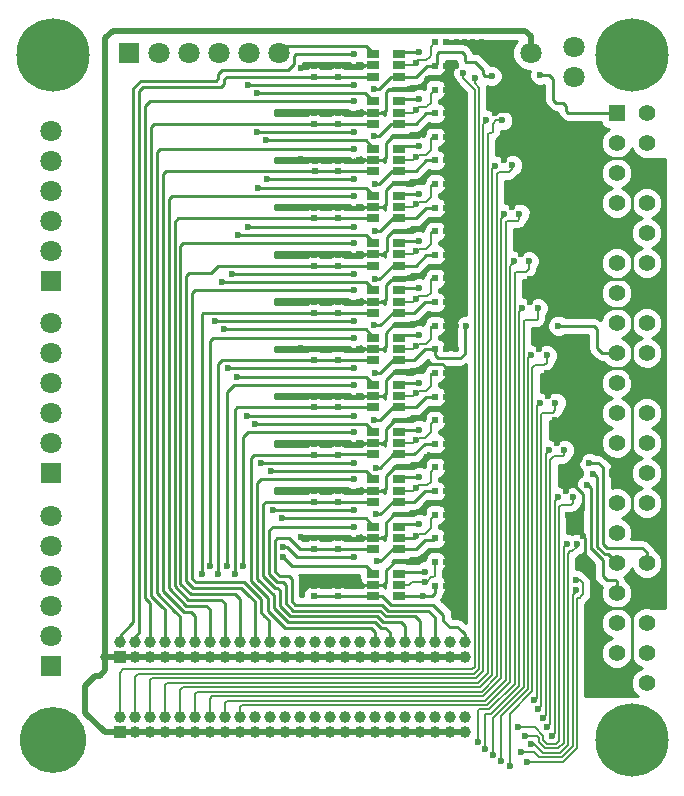
<source format=gbl>
G04 #@! TF.FileFunction,Copper,L2,Bot,Signal*
%FSLAX46Y46*%
G04 Gerber Fmt 4.6, Leading zero omitted, Abs format (unit mm)*
G04 Created by KiCad (PCBNEW 4.0.4-stable) date 10/23/16 14:40:47*
%MOMM*%
%LPD*%
G01*
G04 APERTURE LIST*
%ADD10C,0.100000*%
%ADD11R,1.800000X1.800000*%
%ADD12C,1.800000*%
%ADD13C,0.980000*%
%ADD14R,0.980000X0.980000*%
%ADD15R,1.400000X1.400000*%
%ADD16C,1.400000*%
%ADD17R,0.500000X0.500000*%
%ADD18R,1.060000X0.650000*%
%ADD19C,6.200000*%
%ADD20C,5.600000*%
%ADD21C,0.600000*%
%ADD22C,0.800000*%
%ADD23C,0.250000*%
%ADD24C,0.127000*%
%ADD25C,0.500000*%
%ADD26C,0.254000*%
G04 APERTURE END LIST*
D10*
D11*
X65300000Y-112900000D03*
D12*
X65300000Y-110360000D03*
X65300000Y-107820000D03*
X65300000Y-105280000D03*
X65300000Y-102740000D03*
X65300000Y-100200000D03*
D13*
X77500000Y-128400000D03*
X78770000Y-128400000D03*
X76230000Y-128400000D03*
X85120000Y-128400000D03*
X87660000Y-128400000D03*
X86390000Y-128400000D03*
X82580000Y-128400000D03*
X83850000Y-128400000D03*
X81310000Y-128400000D03*
X80040000Y-128400000D03*
X97820000Y-128400000D03*
X99090000Y-128400000D03*
X100360000Y-128400000D03*
X94010000Y-128400000D03*
X96550000Y-128400000D03*
X95280000Y-128400000D03*
X91470000Y-128400000D03*
X92740000Y-128400000D03*
X90200000Y-128400000D03*
X88930000Y-128400000D03*
X88930000Y-127130000D03*
X90200000Y-127130000D03*
X91470000Y-127130000D03*
X95280000Y-127130000D03*
X96550000Y-127130000D03*
X94010000Y-127130000D03*
X92740000Y-127130000D03*
X100360000Y-127130000D03*
X99090000Y-127130000D03*
X97820000Y-127130000D03*
X80040000Y-127130000D03*
X81310000Y-127130000D03*
X82580000Y-127130000D03*
X86390000Y-127130000D03*
X87660000Y-127130000D03*
X85120000Y-127130000D03*
X83850000Y-127130000D03*
X76230000Y-127130000D03*
X78770000Y-127130000D03*
X77500000Y-127130000D03*
X74960000Y-128400000D03*
X73690000Y-128400000D03*
X73690000Y-127130000D03*
X74960000Y-127130000D03*
X72420000Y-128400000D03*
X72420000Y-127130000D03*
X71150000Y-127130000D03*
D14*
X71150000Y-128400000D03*
D15*
X113225000Y-82375000D03*
D16*
X115765000Y-82375000D03*
X113225000Y-84915000D03*
X115765000Y-84915000D03*
X113225000Y-87455000D03*
X115765000Y-87455000D03*
X113225000Y-89995000D03*
X115765000Y-89995000D03*
X113225000Y-92535000D03*
X115765000Y-92535000D03*
X113225000Y-95075000D03*
X115765000Y-95075000D03*
X113225000Y-97615000D03*
X115765000Y-97615000D03*
X113225000Y-100155000D03*
X115765000Y-100155000D03*
X113225000Y-102695000D03*
X115765000Y-102695000D03*
X113225000Y-105235000D03*
X115765000Y-105235000D03*
X113225000Y-107775000D03*
X115765000Y-107775000D03*
X113225000Y-110315000D03*
X115765000Y-110315000D03*
X113225000Y-112855000D03*
X115765000Y-112855000D03*
X113225000Y-115395000D03*
X115765000Y-115395000D03*
X113225000Y-117935000D03*
X115765000Y-117935000D03*
X113225000Y-120475000D03*
X115765000Y-120475000D03*
X113225000Y-123015000D03*
X115765000Y-123015000D03*
X113225000Y-125555000D03*
X115765000Y-125555000D03*
X113225000Y-128095000D03*
X115765000Y-128095000D03*
X113225000Y-130635000D03*
X115765000Y-130635000D03*
D11*
X65300000Y-129200000D03*
D12*
X65300000Y-126660000D03*
X65300000Y-124120000D03*
X65300000Y-121580000D03*
X65300000Y-119040000D03*
X65300000Y-116500000D03*
D17*
X87650000Y-87300000D03*
X87650000Y-86400000D03*
D11*
X65300000Y-96600000D03*
D12*
X65300000Y-94060000D03*
X65300000Y-91520000D03*
X65300000Y-88980000D03*
X65300000Y-86440000D03*
X65300000Y-83900000D03*
D11*
X71900000Y-77300000D03*
D12*
X74440000Y-77300000D03*
X76980000Y-77300000D03*
X79520000Y-77300000D03*
X82060000Y-77300000D03*
X84600000Y-77300000D03*
D11*
X103400000Y-77300000D03*
D12*
X105940000Y-77300000D03*
D13*
X77500000Y-134800000D03*
X78770000Y-134800000D03*
X76230000Y-134800000D03*
X85120000Y-134800000D03*
X87660000Y-134800000D03*
X86390000Y-134800000D03*
X82580000Y-134800000D03*
X83850000Y-134800000D03*
X81310000Y-134800000D03*
X80040000Y-134800000D03*
X97820000Y-134800000D03*
X99090000Y-134800000D03*
X100360000Y-134800000D03*
X94010000Y-134800000D03*
X96550000Y-134800000D03*
X95280000Y-134800000D03*
X91470000Y-134800000D03*
X92740000Y-134800000D03*
X90200000Y-134800000D03*
X88930000Y-134800000D03*
X88930000Y-133530000D03*
X90200000Y-133530000D03*
X91470000Y-133530000D03*
X95280000Y-133530000D03*
X96550000Y-133530000D03*
X94010000Y-133530000D03*
X92740000Y-133530000D03*
X100360000Y-133530000D03*
X99090000Y-133530000D03*
X97820000Y-133530000D03*
X80040000Y-133530000D03*
X81310000Y-133530000D03*
X82580000Y-133530000D03*
X86390000Y-133530000D03*
X87660000Y-133530000D03*
X85120000Y-133530000D03*
X83850000Y-133530000D03*
X76230000Y-133530000D03*
X78770000Y-133530000D03*
X77500000Y-133530000D03*
X74960000Y-134800000D03*
X73690000Y-134800000D03*
X73690000Y-133530000D03*
X74960000Y-133530000D03*
X72420000Y-134800000D03*
X72420000Y-133530000D03*
X71150000Y-133530000D03*
D14*
X71150000Y-134800000D03*
D18*
X92610000Y-79290000D03*
X92610000Y-78340000D03*
X92610000Y-77390000D03*
X94810000Y-77390000D03*
X94810000Y-79290000D03*
X94810000Y-78340000D03*
X92610000Y-83290000D03*
X92610000Y-82340000D03*
X92610000Y-81390000D03*
X94810000Y-81390000D03*
X94810000Y-83290000D03*
X94810000Y-82340000D03*
X92610000Y-87290000D03*
X92610000Y-86340000D03*
X92610000Y-85390000D03*
X94810000Y-85390000D03*
X94810000Y-87290000D03*
X94810000Y-86340000D03*
X92610000Y-91290000D03*
X92610000Y-90340000D03*
X92610000Y-89390000D03*
X94810000Y-89390000D03*
X94810000Y-91290000D03*
X94810000Y-90340000D03*
X92610000Y-95290000D03*
X92610000Y-94340000D03*
X92610000Y-93390000D03*
X94810000Y-93390000D03*
X94810000Y-95290000D03*
X94810000Y-94340000D03*
X92610000Y-99290000D03*
X92610000Y-98340000D03*
X92610000Y-97390000D03*
X94810000Y-97390000D03*
X94810000Y-99290000D03*
X94810000Y-98340000D03*
X92610000Y-103290000D03*
X92610000Y-102340000D03*
X92610000Y-101390000D03*
X94810000Y-101390000D03*
X94810000Y-103290000D03*
X94810000Y-102340000D03*
X92610000Y-107290000D03*
X92610000Y-106340000D03*
X92610000Y-105390000D03*
X94810000Y-105390000D03*
X94810000Y-107290000D03*
X94810000Y-106340000D03*
X92610000Y-111290000D03*
X92610000Y-110340000D03*
X92610000Y-109390000D03*
X94810000Y-109390000D03*
X94810000Y-111290000D03*
X94810000Y-110340000D03*
X92610000Y-115290000D03*
X92610000Y-114340000D03*
X92610000Y-113390000D03*
X94810000Y-113390000D03*
X94810000Y-115290000D03*
X94810000Y-114340000D03*
X92610000Y-119290000D03*
X92610000Y-118340000D03*
X92610000Y-117390000D03*
X94810000Y-117390000D03*
X94810000Y-119290000D03*
X94810000Y-118340000D03*
X92610000Y-123290000D03*
X92610000Y-122340000D03*
X92610000Y-121390000D03*
X94810000Y-121390000D03*
X94810000Y-123290000D03*
X94810000Y-122340000D03*
D17*
X98760000Y-78390000D03*
X97860000Y-78390000D03*
X98760000Y-82390000D03*
X97860000Y-82390000D03*
X98760000Y-86390000D03*
X97860000Y-86390000D03*
X98760000Y-90390000D03*
X97860000Y-90390000D03*
X89600000Y-79300000D03*
X89600000Y-78400000D03*
X89600000Y-83300000D03*
X89600000Y-82400000D03*
X89600000Y-87300000D03*
X89600000Y-86400000D03*
X89600000Y-91300000D03*
X89600000Y-90400000D03*
X98760000Y-94390000D03*
X97860000Y-94390000D03*
X98760000Y-98390000D03*
X97860000Y-98390000D03*
X98760000Y-102390000D03*
X97860000Y-102390000D03*
X98760000Y-106390000D03*
X97860000Y-106390000D03*
X89600000Y-95300000D03*
X89600000Y-94400000D03*
X89600000Y-99300000D03*
X89600000Y-98400000D03*
X89600000Y-103300000D03*
X89600000Y-102400000D03*
X89600000Y-107300000D03*
X89600000Y-106400000D03*
X98760000Y-110390000D03*
X97860000Y-110390000D03*
X98760000Y-114390000D03*
X97860000Y-114390000D03*
X98760000Y-118390000D03*
X97860000Y-118390000D03*
X98760000Y-122390000D03*
X97860000Y-122390000D03*
X89600000Y-111300000D03*
X89600000Y-110400000D03*
X89600000Y-115300000D03*
X89600000Y-114400000D03*
X89600000Y-119300000D03*
X89600000Y-118400000D03*
X89600000Y-123300000D03*
X89600000Y-122400000D03*
X87600000Y-79300000D03*
X87600000Y-78400000D03*
X98760000Y-76390000D03*
X97860000Y-76390000D03*
X87600000Y-83300000D03*
X87600000Y-82400000D03*
X98760000Y-80390000D03*
X97860000Y-80390000D03*
X98760000Y-84390000D03*
X97860000Y-84390000D03*
X87600000Y-91300000D03*
X87600000Y-90400000D03*
X98760000Y-88390000D03*
X97860000Y-88390000D03*
X87600000Y-95300000D03*
X87600000Y-94400000D03*
X98760000Y-92390000D03*
X97860000Y-92390000D03*
X87600000Y-99300000D03*
X87600000Y-98400000D03*
X98760000Y-96390000D03*
X97860000Y-96390000D03*
X87600000Y-103300000D03*
X87600000Y-102400000D03*
X98760000Y-100390000D03*
X97860000Y-100390000D03*
X87600000Y-107300000D03*
X87600000Y-106400000D03*
X98760000Y-104390000D03*
X97860000Y-104390000D03*
X87600000Y-111300000D03*
X87600000Y-110400000D03*
X98760000Y-108390000D03*
X97860000Y-108390000D03*
X87600000Y-115300000D03*
X87600000Y-114400000D03*
X98760000Y-112390000D03*
X97860000Y-112390000D03*
X87600000Y-119300000D03*
X87600000Y-118400000D03*
X98760000Y-116390000D03*
X97860000Y-116390000D03*
X87600000Y-123300000D03*
X87600000Y-122400000D03*
X98760000Y-120390000D03*
X97860000Y-120390000D03*
D19*
X65500000Y-77500000D03*
X114500000Y-77500000D03*
D20*
X65500000Y-135500000D03*
D19*
X114500000Y-135500000D03*
D12*
X109600000Y-79300000D03*
X109600000Y-76760000D03*
D21*
X90600000Y-78350000D03*
X101800000Y-76400000D03*
X111500000Y-131200000D03*
X103800000Y-84400000D03*
X108000000Y-108400000D03*
X109250000Y-112400000D03*
X88600000Y-98350000D03*
X88600000Y-118350000D03*
X104500000Y-88400000D03*
X88600000Y-106350000D03*
X106300000Y-92400000D03*
X106700000Y-96400000D03*
X105200000Y-92400000D03*
X105600000Y-88400000D03*
X99600000Y-123850000D03*
X105900000Y-96400000D03*
X108850000Y-104400000D03*
X104900000Y-84400000D03*
X100350000Y-123850000D03*
X111500000Y-130350000D03*
X110700000Y-131200000D03*
X108600000Y-112400000D03*
X109970000Y-116410000D03*
X100350000Y-118400000D03*
X99600000Y-118400000D03*
X100350000Y-120400000D03*
X108650000Y-108400000D03*
X99600000Y-124500000D03*
X110700000Y-130350000D03*
X99600000Y-120400000D03*
X108000000Y-104400000D03*
X100350000Y-124500000D03*
X107450000Y-92400000D03*
X99600000Y-122400000D03*
X100350000Y-122400000D03*
X100300000Y-116450000D03*
X99650000Y-116450000D03*
X99600000Y-114400000D03*
X100350000Y-114400000D03*
X100350000Y-106400000D03*
X99600000Y-106400000D03*
X99600000Y-108400000D03*
X100350000Y-108400000D03*
X100350000Y-112400000D03*
X99600000Y-112400000D03*
X99600000Y-110400000D03*
X100350000Y-110400000D03*
X100350000Y-90400000D03*
X99600000Y-90400000D03*
X99600000Y-92400000D03*
X100350000Y-92400000D03*
X100350000Y-88400000D03*
X99600000Y-88400000D03*
X99600000Y-86400000D03*
X100350000Y-86400000D03*
X100350000Y-94400000D03*
X99600000Y-94400000D03*
X99600000Y-96400000D03*
X100350000Y-96400000D03*
X100350000Y-104400000D03*
X99600000Y-104400000D03*
X99600000Y-98400000D03*
X100350000Y-98400000D03*
X100350000Y-84400000D03*
X99600000Y-84400000D03*
X99600000Y-82400000D03*
X100350000Y-82400000D03*
X88600000Y-114350000D03*
X88600000Y-122350000D03*
X88600000Y-78350000D03*
X88600000Y-94350000D03*
X88600000Y-110400000D03*
X88600000Y-102350000D03*
X88650000Y-86350000D03*
X88600000Y-90350000D03*
X88600000Y-82350000D03*
X85650000Y-106350000D03*
X84850000Y-106350000D03*
X84850000Y-102350000D03*
X85650000Y-102350000D03*
X85650000Y-86350000D03*
X84850000Y-86350000D03*
X84850000Y-94350000D03*
X85650000Y-94350000D03*
X85650000Y-98350000D03*
X84850000Y-98350000D03*
X84850000Y-90350000D03*
X85650000Y-90350000D03*
X85650000Y-114350000D03*
X84850000Y-114350000D03*
X84900000Y-110350000D03*
X85700000Y-110350000D03*
X85650000Y-82350000D03*
X84850000Y-82350000D03*
X101100000Y-76400000D03*
X100400000Y-76400000D03*
X101800000Y-77150000D03*
X91400000Y-78350000D03*
X91400000Y-90350000D03*
X90600000Y-90350000D03*
X90600000Y-106350000D03*
X91400000Y-106350000D03*
X91400000Y-86350000D03*
X90600000Y-86350000D03*
X90600000Y-118350000D03*
X91400000Y-118350000D03*
X91400000Y-114350000D03*
X90600000Y-114350000D03*
X90600000Y-110350000D03*
X91400000Y-110350000D03*
X91400000Y-122350000D03*
X90600000Y-122350000D03*
X90600000Y-94350000D03*
X91400000Y-94350000D03*
X91400000Y-102350000D03*
X90600000Y-102350000D03*
X90600000Y-98350000D03*
X91400000Y-98350000D03*
X91400000Y-82350000D03*
X90600000Y-82350000D03*
X91000000Y-77400000D03*
X91000000Y-81400000D03*
X91000000Y-85400000D03*
X91000000Y-89400000D03*
X91000000Y-93400000D03*
X91000000Y-97400000D03*
X78800000Y-120700000D03*
X91000000Y-101400000D03*
X80200000Y-120700000D03*
X91000000Y-105400000D03*
X91000000Y-109400000D03*
X81600000Y-120700000D03*
X91000000Y-113400000D03*
X91000000Y-117400000D03*
X78100000Y-121400000D03*
X79500000Y-121400000D03*
X80900000Y-121400000D03*
X85000000Y-120000000D03*
X91000000Y-120000000D03*
X85000000Y-119100000D03*
X84900000Y-116700000D03*
X84100000Y-116000000D03*
X91000000Y-116000000D03*
X84000000Y-112700000D03*
X83100000Y-112000000D03*
X91000000Y-112000000D03*
X82600000Y-108700000D03*
X81900000Y-108000000D03*
X91000000Y-108000000D03*
X81050000Y-104700000D03*
X80300000Y-104000000D03*
X91000000Y-104000000D03*
X80000000Y-100700000D03*
X79200000Y-100000000D03*
X91000000Y-100000000D03*
X79850000Y-96700000D03*
X80650000Y-96000000D03*
X91000000Y-96000000D03*
X81200000Y-92700000D03*
X91000000Y-92000000D03*
X82000000Y-92000000D03*
X82850000Y-88700000D03*
X83600000Y-88000000D03*
X91000000Y-88000000D03*
X83550000Y-84700000D03*
X82800000Y-84000000D03*
X91000000Y-84000000D03*
X82800000Y-80700000D03*
X82050000Y-80000000D03*
X91000000Y-80000000D03*
X96500000Y-77200000D03*
X96500000Y-81200000D03*
X96500000Y-85200000D03*
X96500000Y-89200000D03*
X96500000Y-93200000D03*
X96500000Y-97200000D03*
X96500000Y-101200000D03*
X96500000Y-105200000D03*
X111200000Y-112950000D03*
X110925000Y-112025000D03*
X96500000Y-109200000D03*
X96500000Y-113200000D03*
X110700000Y-113900000D03*
X96500000Y-117200000D03*
X97000000Y-121200000D03*
X106610000Y-132830000D03*
X108050000Y-106900000D03*
X96200000Y-106100000D03*
X106240000Y-132060000D03*
X106750000Y-106900000D03*
X107370000Y-134370000D03*
X108800000Y-110900000D03*
X96200000Y-110100000D03*
X107740000Y-135140000D03*
X108250000Y-114900000D03*
X109850000Y-118900000D03*
X106000000Y-135800000D03*
X96200000Y-118200000D03*
X104900000Y-134400000D03*
X109550000Y-114900000D03*
X96200000Y-114100000D03*
X106990000Y-133600000D03*
X107500000Y-110900000D03*
X105100000Y-136500000D03*
X109750000Y-122750000D03*
X105600000Y-137300000D03*
X97000000Y-122100000D03*
X109750000Y-121900000D03*
X105500000Y-135100000D03*
X109000000Y-118900000D03*
X103700000Y-90900000D03*
X101450000Y-135650000D03*
X105800000Y-94900000D03*
X96200000Y-94100000D03*
X104500000Y-94900000D03*
X104200000Y-137650000D03*
X107300000Y-102900000D03*
X96200000Y-102100000D03*
X103450000Y-137250000D03*
X106000000Y-102900000D03*
X102100000Y-136200000D03*
X105250000Y-98900000D03*
X102750000Y-136750000D03*
X106550000Y-98900000D03*
X96200000Y-98100000D03*
X104400000Y-86800000D03*
X96200000Y-86100000D03*
X105000000Y-90900000D03*
X96200000Y-90100000D03*
X102950000Y-86850000D03*
X103550000Y-83000000D03*
X96200000Y-82100000D03*
X102200000Y-83000000D03*
X100250000Y-79000000D03*
X101200000Y-79450000D03*
X96200000Y-78150000D03*
X109130000Y-116400000D03*
X110370000Y-118220000D03*
X105150000Y-94350000D03*
X108900000Y-114350000D03*
X108150000Y-110350000D03*
X107400000Y-106350000D03*
X106650000Y-102350000D03*
X105900000Y-98350000D03*
X104350000Y-90350000D03*
X103650000Y-86350000D03*
X102900000Y-82400000D03*
X99600000Y-80400000D03*
X99600000Y-78400000D03*
X107300000Y-104400000D03*
X86500000Y-78550000D03*
X106300000Y-84400000D03*
X107000000Y-88400000D03*
X107500000Y-96400000D03*
X110100000Y-120300000D03*
X99650000Y-102400000D03*
X99650000Y-100400000D03*
X86500000Y-118300000D03*
X86500000Y-114300000D03*
X86500000Y-110300000D03*
X86500000Y-106300000D03*
X86500000Y-102300000D03*
X86500000Y-98300000D03*
X86500000Y-94300000D03*
X86500000Y-90300000D03*
X86500000Y-86300000D03*
X86500000Y-82300000D03*
X99700000Y-76400000D03*
X100500000Y-100400000D03*
X108300000Y-100400000D03*
X92900000Y-120350000D03*
X92850000Y-116350000D03*
X92850000Y-112400000D03*
X92650000Y-108350000D03*
X92750000Y-104350000D03*
X92650000Y-100350000D03*
X92750000Y-96400000D03*
X92750000Y-92350000D03*
X92750000Y-88350000D03*
X96800000Y-123290000D03*
X92700000Y-84350000D03*
X92650000Y-80350000D03*
X106750000Y-79150000D03*
X102650000Y-79250000D03*
D22*
X69950000Y-128400000D03*
D23*
X71150000Y-127130000D02*
X71150000Y-126650000D01*
X71150000Y-126650000D02*
X72150000Y-125650000D01*
X79300000Y-79650000D02*
X72942890Y-79650000D01*
X79850000Y-78700000D02*
X79500000Y-79050000D01*
X79500000Y-79050000D02*
X79500000Y-79450000D01*
X79500000Y-79450000D02*
X79300000Y-79650000D01*
X85650000Y-78450000D02*
X85400000Y-78700000D01*
X86050000Y-77400000D02*
X85900000Y-77550000D01*
X85900000Y-77550000D02*
X85900000Y-78200000D01*
X85900000Y-78200000D02*
X85650000Y-78450000D01*
X91000000Y-77400000D02*
X86050000Y-77400000D01*
X81649998Y-78700000D02*
X81450000Y-78700000D01*
X85400000Y-78700000D02*
X81649998Y-78700000D01*
X81450000Y-78700000D02*
X79850000Y-78700000D01*
X72299980Y-125500020D02*
X72150000Y-125650000D01*
X72299980Y-80292910D02*
X72299980Y-125500020D01*
X72942890Y-79650000D02*
X72299980Y-80292910D01*
X73690000Y-127130000D02*
X73690000Y-123846880D01*
X73690000Y-123846880D02*
X73299984Y-123456864D01*
X85300000Y-81400000D02*
X73700000Y-81400000D01*
X91000000Y-81400000D02*
X85300000Y-81400000D01*
X73299984Y-81800016D02*
X73299984Y-123456864D01*
X73700000Y-81400000D02*
X73299984Y-81800016D01*
X76230000Y-127130000D02*
X76230000Y-124972660D01*
X76230000Y-124972660D02*
X75853670Y-124596330D01*
X74850000Y-85400000D02*
X74550000Y-85400000D01*
X74299988Y-85650012D02*
X74299988Y-85900012D01*
X74550000Y-85400000D02*
X74299988Y-85650012D01*
X85300000Y-85400000D02*
X74850000Y-85400000D01*
X91000000Y-85400000D02*
X85300000Y-85400000D01*
X74299988Y-85900012D02*
X74299988Y-123042648D01*
X74299988Y-123042648D02*
X75853670Y-124596330D01*
X78770000Y-127130000D02*
X78770000Y-124370000D01*
X78770000Y-124370000D02*
X78500008Y-124100008D01*
X85300000Y-89400000D02*
X75600000Y-89400000D01*
X91000000Y-89400000D02*
X85300000Y-89400000D01*
X76771568Y-124100008D02*
X78500008Y-124100008D01*
X75299992Y-122628432D02*
X76771568Y-124100008D01*
X75299992Y-89700008D02*
X75299992Y-122628432D01*
X75600000Y-89400000D02*
X75299992Y-89700008D01*
X81310000Y-127130000D02*
X81310000Y-123510000D01*
X81310000Y-123510000D02*
X80900004Y-123100004D01*
X76800000Y-93400000D02*
X76550000Y-93400000D01*
X76299996Y-93650004D02*
X76299996Y-93800004D01*
X76550000Y-93400000D02*
X76299996Y-93650004D01*
X85300000Y-93400000D02*
X76800000Y-93400000D01*
X91000000Y-93400000D02*
X85300000Y-93400000D01*
X76299996Y-93800004D02*
X76299996Y-122214216D01*
X76299996Y-122214216D02*
X77185784Y-123100004D01*
X77185784Y-123100004D02*
X80900004Y-123100004D01*
X83407225Y-124942775D02*
X83807225Y-125342775D01*
X83807225Y-125342775D02*
X83807225Y-127087225D01*
X83807225Y-127087225D02*
X83850000Y-127130000D01*
X81500000Y-122100000D02*
X81664450Y-122100000D01*
X78700000Y-122100000D02*
X81500000Y-122100000D01*
X77300000Y-121400000D02*
X77300000Y-121800000D01*
X77500000Y-97400000D02*
X77300000Y-97600000D01*
X77300000Y-97600000D02*
X77300000Y-121400000D01*
X91000000Y-97400000D02*
X85300000Y-97400000D01*
X85300000Y-97400000D02*
X77500000Y-97400000D01*
X77300000Y-121800000D02*
X77600000Y-122100000D01*
X77600000Y-122100000D02*
X78700000Y-122100000D01*
X83100000Y-124635550D02*
X83407225Y-124942775D01*
X83100000Y-123535550D02*
X83100000Y-124635550D01*
X81664450Y-122100000D02*
X83100000Y-123535550D01*
X79200000Y-101400000D02*
X79050000Y-101400000D01*
X78800000Y-101650000D02*
X78800000Y-101800000D01*
X79050000Y-101400000D02*
X78800000Y-101650000D01*
X78800000Y-101800000D02*
X78800000Y-120700000D01*
X91000000Y-101400000D02*
X85300000Y-101400000D01*
X85300000Y-101400000D02*
X79200000Y-101400000D01*
X80800000Y-105400000D02*
X80200000Y-106000000D01*
X80200000Y-106000000D02*
X80200000Y-120700000D01*
X91000000Y-105400000D02*
X80800000Y-105400000D01*
X81600000Y-120700000D02*
X81600000Y-109800000D01*
X81600000Y-109800000D02*
X82000000Y-109400000D01*
X84100000Y-109400000D02*
X82000000Y-109400000D01*
X91000000Y-109400000D02*
X84100000Y-109400000D01*
X94010000Y-127130000D02*
X94010000Y-126360000D01*
X94010000Y-126360000D02*
X93650008Y-126000008D01*
X85300000Y-113400000D02*
X83100000Y-113400000D01*
X91000000Y-113400000D02*
X85300000Y-113400000D01*
X93271568Y-126000008D02*
X93650008Y-126000008D01*
X92771566Y-125500006D02*
X93271568Y-126000008D01*
X85378676Y-125500006D02*
X92771566Y-125500006D01*
X84199994Y-124321324D02*
X85378676Y-125500006D01*
X84199994Y-123221324D02*
X84199994Y-124321324D01*
X82799994Y-121821324D02*
X84199994Y-123221324D01*
X82799994Y-113700006D02*
X82799994Y-121821324D01*
X83100000Y-113400000D02*
X82799994Y-113700006D01*
X96550000Y-127130000D02*
X96550000Y-125400000D01*
X96550000Y-125400000D02*
X96150004Y-125000004D01*
X93685784Y-125000004D02*
X96150004Y-125000004D01*
X93185782Y-124500002D02*
X93685784Y-125000004D01*
X85792892Y-124500002D02*
X93185782Y-124500002D01*
X85199998Y-123907108D02*
X85792892Y-124500002D01*
X85199998Y-122299998D02*
X85199998Y-123907108D01*
X85000002Y-122100002D02*
X85199998Y-122299998D01*
X84492892Y-122100002D02*
X85000002Y-122100002D01*
X83799998Y-121407108D02*
X84492892Y-122100002D01*
X83799998Y-117700002D02*
X83799998Y-121407108D01*
X84100000Y-117400000D02*
X83799998Y-117700002D01*
X85300000Y-117400000D02*
X84100000Y-117400000D01*
X85300000Y-117400000D02*
X91000000Y-117400000D01*
X72420000Y-127130000D02*
X72420000Y-126730000D01*
X72420000Y-126730000D02*
X72799982Y-126350018D01*
X87600000Y-79300000D02*
X80200000Y-79300000D01*
X72799982Y-80500018D02*
X72799982Y-126350018D01*
X73100000Y-80200000D02*
X72799982Y-80500018D01*
X79700000Y-80200000D02*
X73100000Y-80200000D01*
X80000000Y-79900000D02*
X79700000Y-80200000D01*
X80000000Y-79500000D02*
X80000000Y-79900000D01*
X80200000Y-79300000D02*
X80000000Y-79500000D01*
X87610000Y-79290000D02*
X89610000Y-79290000D01*
X89610000Y-79290000D02*
X92610000Y-79290000D01*
X74960000Y-127130000D02*
X74960000Y-124409770D01*
X74750000Y-124200000D02*
X74750000Y-124199770D01*
X74750230Y-124200000D02*
X74750000Y-124200000D01*
X74960000Y-124409770D02*
X74750230Y-124200000D01*
X85300000Y-83300000D02*
X74100000Y-83300000D01*
X87600000Y-83300000D02*
X85300000Y-83300000D01*
X73799986Y-123249756D02*
X74750000Y-124199770D01*
X73799986Y-83600014D02*
X73799986Y-123249756D01*
X74100000Y-83300000D02*
X73799986Y-83600014D01*
X92610000Y-83290000D02*
X89610000Y-83290000D01*
X89610000Y-83290000D02*
X87610000Y-83290000D01*
X87610000Y-83290000D02*
X87600000Y-83300000D01*
X77500000Y-127130000D02*
X77500000Y-124950000D01*
X77500000Y-124950000D02*
X77150010Y-124600010D01*
X75400000Y-87300000D02*
X75050000Y-87300000D01*
X74799990Y-87550010D02*
X74799990Y-87800010D01*
X75050000Y-87300000D02*
X74799990Y-87550010D01*
X92610000Y-87290000D02*
X89610000Y-87290000D01*
X89610000Y-87290000D02*
X89600000Y-87300000D01*
X87650000Y-87300000D02*
X89600000Y-87300000D01*
X85300000Y-87300000D02*
X75400000Y-87300000D01*
X89600000Y-87300000D02*
X85300000Y-87300000D01*
X74799990Y-87800010D02*
X74799990Y-122835540D01*
X74799990Y-122835540D02*
X76564460Y-124600010D01*
X76564460Y-124600010D02*
X77150010Y-124600010D01*
X89610000Y-87290000D02*
X89600000Y-87300000D01*
X80040000Y-127130000D02*
X80040000Y-123890000D01*
X80040000Y-123890000D02*
X79750006Y-123600006D01*
X76400000Y-91300000D02*
X76100000Y-91300000D01*
X75799994Y-91600006D02*
X75799994Y-91800006D01*
X76100000Y-91300000D02*
X75799994Y-91600006D01*
X89600000Y-91300000D02*
X87600000Y-91300000D01*
X92610000Y-91290000D02*
X89610000Y-91290000D01*
X89610000Y-91290000D02*
X89600000Y-91300000D01*
X85300000Y-91300000D02*
X76400000Y-91300000D01*
X89600000Y-91300000D02*
X85300000Y-91300000D01*
X75799994Y-91800006D02*
X75799994Y-122421324D01*
X75799994Y-122421324D02*
X76978676Y-123600006D01*
X76978676Y-123600006D02*
X79750006Y-123600006D01*
X89610000Y-91290000D02*
X89600000Y-91300000D01*
X82103670Y-123246330D02*
X82580000Y-123722660D01*
X82580000Y-127130000D02*
X82580000Y-123722660D01*
X76799998Y-96250000D02*
X76799998Y-122007108D01*
X76799998Y-122007108D02*
X77392892Y-122600002D01*
X77392892Y-122600002D02*
X81457342Y-122600002D01*
X81457342Y-122600002D02*
X82103670Y-123246330D01*
X89600000Y-95300000D02*
X85300000Y-95300000D01*
X85300000Y-95300000D02*
X79500000Y-95300000D01*
X79000000Y-95800000D02*
X78850000Y-95950000D01*
X78850000Y-95950000D02*
X77300000Y-95950000D01*
X77300000Y-95950000D02*
X77050000Y-95950000D01*
X77050000Y-95950000D02*
X76800000Y-96200000D01*
X76800000Y-96200000D02*
X76800000Y-96250000D01*
X76800000Y-96250000D02*
X76799998Y-96250000D01*
X79500000Y-95300000D02*
X79000000Y-95800000D01*
X89600000Y-95300000D02*
X87600000Y-95300000D01*
X92610000Y-95290000D02*
X89610000Y-95290000D01*
X89610000Y-95290000D02*
X89600000Y-95300000D01*
X89610000Y-95290000D02*
X89600000Y-95300000D01*
X89600000Y-99300000D02*
X87600000Y-99300000D01*
X92610000Y-99290000D02*
X89610000Y-99290000D01*
X89610000Y-99290000D02*
X89600000Y-99300000D01*
X78200000Y-99300000D02*
X78100000Y-99400000D01*
X78100000Y-99400000D02*
X78100000Y-121400000D01*
X89600000Y-99300000D02*
X85300000Y-99300000D01*
X85300000Y-99300000D02*
X78200000Y-99300000D01*
X89610000Y-99290000D02*
X89600000Y-99300000D01*
X79800000Y-103300000D02*
X79500000Y-103600000D01*
X79500000Y-103600000D02*
X79500000Y-121400000D01*
X87600000Y-103300000D02*
X79800000Y-103300000D01*
X89600000Y-103300000D02*
X87600000Y-103300000D01*
X92610000Y-103290000D02*
X89610000Y-103290000D01*
X89610000Y-103290000D02*
X89600000Y-103300000D01*
X81350000Y-107300000D02*
X81100000Y-107300000D01*
X80900000Y-107500000D02*
X80900000Y-107700000D01*
X81100000Y-107300000D02*
X80900000Y-107500000D01*
X89600000Y-107300000D02*
X87600000Y-107300000D01*
X92610000Y-107290000D02*
X89610000Y-107290000D01*
X89610000Y-107290000D02*
X89600000Y-107300000D01*
X80900000Y-121400000D02*
X80900000Y-107700000D01*
X87600000Y-107300000D02*
X81350000Y-107300000D01*
X89610000Y-107290000D02*
X89600000Y-107300000D01*
X92740000Y-127130000D02*
X92740000Y-126340000D01*
X92740000Y-126340000D02*
X92400008Y-126000008D01*
X82750000Y-111300000D02*
X82550000Y-111300000D01*
X82299992Y-111550008D02*
X82299992Y-111700008D01*
X82550000Y-111300000D02*
X82299992Y-111550008D01*
X89600000Y-111300000D02*
X87600000Y-111300000D01*
X92610000Y-111290000D02*
X89610000Y-111290000D01*
X89610000Y-111290000D02*
X89600000Y-111300000D01*
X85300000Y-111300000D02*
X82750000Y-111300000D01*
X89600000Y-111300000D02*
X85300000Y-111300000D01*
X82299992Y-111700008D02*
X82299992Y-122028432D01*
X82299992Y-122028432D02*
X83699992Y-123428432D01*
X83699992Y-123428432D02*
X83699992Y-124528432D01*
X83699992Y-124528432D02*
X85171568Y-126000008D01*
X85171568Y-126000008D02*
X92400008Y-126000008D01*
X89610000Y-111290000D02*
X89600000Y-111300000D01*
X95280000Y-127130000D02*
X95280000Y-125780000D01*
X95280000Y-125780000D02*
X95000006Y-125500006D01*
X83750000Y-115300000D02*
X83500000Y-115300000D01*
X83300000Y-115500000D02*
X83300000Y-115700000D01*
X83500000Y-115300000D02*
X83300000Y-115500000D01*
X89600000Y-115300000D02*
X87600000Y-115300000D01*
X92610000Y-115290000D02*
X89610000Y-115290000D01*
X89610000Y-115290000D02*
X89600000Y-115300000D01*
X87600000Y-115300000D02*
X83750000Y-115300000D01*
X83300000Y-115700000D02*
X83299996Y-115700004D01*
X83299996Y-115700004D02*
X83299996Y-121614216D01*
X83299996Y-121614216D02*
X84285784Y-122600004D01*
X84285784Y-122600004D02*
X84500004Y-122600004D01*
X84500004Y-122600004D02*
X84699996Y-122799996D01*
X84699996Y-122799996D02*
X84699996Y-124114216D01*
X84699996Y-124114216D02*
X85585784Y-125000004D01*
X85585784Y-125000004D02*
X92978674Y-125000004D01*
X92978674Y-125000004D02*
X93478676Y-125500006D01*
X93478676Y-125500006D02*
X95000006Y-125500006D01*
X89610000Y-115290000D02*
X89600000Y-115300000D01*
X97820000Y-127130000D02*
X97820000Y-125070000D01*
X97820000Y-125070000D02*
X97250002Y-124500002D01*
X87600000Y-119300000D02*
X86400000Y-119300000D01*
X84300000Y-118600000D02*
X84300000Y-119800000D01*
X84500000Y-118400000D02*
X84300000Y-118600000D01*
X85500000Y-118400000D02*
X84500000Y-118400000D01*
X86400000Y-119300000D02*
X85500000Y-118400000D01*
X87900000Y-124000000D02*
X93392890Y-124000000D01*
X85700000Y-123700000D02*
X86000000Y-124000000D01*
X86000000Y-124000000D02*
X87900000Y-124000000D01*
X85700000Y-121800000D02*
X85700000Y-122800000D01*
X85500000Y-121600000D02*
X85700000Y-121800000D01*
X84700000Y-121600000D02*
X85500000Y-121600000D01*
X84300000Y-121200000D02*
X84700000Y-121600000D01*
X84300000Y-119800000D02*
X84300000Y-121200000D01*
X85700000Y-122800000D02*
X85700000Y-123700000D01*
X93892892Y-124500002D02*
X97250002Y-124500002D01*
X93392890Y-124000000D02*
X93892892Y-124500002D01*
X87600000Y-119300000D02*
X89600000Y-119300000D01*
X92610000Y-119290000D02*
X89610000Y-119290000D01*
X89610000Y-119290000D02*
X89600000Y-119300000D01*
X97600000Y-124000000D02*
X97700000Y-124000000D01*
X99750000Y-125900000D02*
X100100000Y-126250000D01*
X99100000Y-125900000D02*
X99750000Y-125900000D01*
X98550000Y-125350000D02*
X99100000Y-125900000D01*
X98550000Y-124850000D02*
X98550000Y-125350000D01*
X97700000Y-124000000D02*
X98550000Y-124850000D01*
X100360000Y-126510000D02*
X100360000Y-127130000D01*
X100100000Y-126250000D02*
X100360000Y-126510000D01*
X94100000Y-124000000D02*
X97600000Y-124000000D01*
X92610000Y-123290000D02*
X93390000Y-123290000D01*
X93390000Y-123290000D02*
X94100000Y-124000000D01*
X93390000Y-123290000D02*
X94100000Y-124000000D01*
X92610000Y-123290000D02*
X92690000Y-123290000D01*
X92610000Y-123290000D02*
X89610000Y-123290000D01*
X89610000Y-123290000D02*
X89600000Y-123300000D01*
X89600000Y-123300000D02*
X87600000Y-123300000D01*
X89610000Y-123300000D02*
X89660000Y-123350000D01*
X92610000Y-123300000D02*
X92620000Y-123300000D01*
X86200000Y-120700000D02*
X85700000Y-120700000D01*
X85000000Y-120000000D02*
X85700000Y-120700000D01*
X86200000Y-120700000D02*
X86200000Y-120700000D01*
X92000000Y-120700000D02*
X86200000Y-120700000D01*
X92610000Y-121310000D02*
X92000000Y-120700000D01*
X92610000Y-121390000D02*
X92610000Y-121310000D01*
X86900000Y-120000000D02*
X86300000Y-120000000D01*
X91000000Y-120000000D02*
X86900000Y-120000000D01*
X86200000Y-120000000D02*
X86300000Y-120000000D01*
X85000000Y-119100000D02*
X85300000Y-119100000D01*
X86200000Y-120000000D02*
X85300000Y-119100000D01*
X84900000Y-116700000D02*
X86450000Y-116700000D01*
X92610000Y-117310000D02*
X92000000Y-116700000D01*
X86450000Y-116700000D02*
X92000000Y-116700000D01*
X92610000Y-117390000D02*
X92610000Y-117310000D01*
X84100000Y-116000000D02*
X85500000Y-116000000D01*
X85500000Y-116000000D02*
X85800000Y-116000000D01*
X85800000Y-116000000D02*
X91000000Y-116000000D01*
X84000000Y-112700000D02*
X85800000Y-112700000D01*
X85800000Y-112700000D02*
X92000000Y-112700000D01*
X92610000Y-113310000D02*
X92000000Y-112700000D01*
X92610000Y-113390000D02*
X92610000Y-113310000D01*
X83100000Y-112000000D02*
X84750000Y-112000000D01*
X91000000Y-112000000D02*
X85300000Y-112000000D01*
X84750000Y-112000000D02*
X85300000Y-112000000D01*
X82600000Y-108700000D02*
X85800000Y-108700000D01*
X85800000Y-108700000D02*
X92000000Y-108700000D01*
X92610000Y-109310000D02*
X92000000Y-108700000D01*
X92610000Y-109390000D02*
X92610000Y-109310000D01*
X81900000Y-108000000D02*
X84600000Y-108000000D01*
X91000000Y-108000000D02*
X85300000Y-108000000D01*
X84600000Y-108000000D02*
X85300000Y-108000000D01*
X81050000Y-104700000D02*
X85900000Y-104700000D01*
X92610000Y-105310000D02*
X92000000Y-104700000D01*
X85900000Y-104700000D02*
X92000000Y-104700000D01*
X92610000Y-105390000D02*
X92610000Y-105310000D01*
X84200000Y-104000000D02*
X80300000Y-104000000D01*
X91000000Y-104000000D02*
X85300000Y-104000000D01*
X84200000Y-104000000D02*
X85300000Y-104000000D01*
X80000000Y-100700000D02*
X86000000Y-100700000D01*
X92000000Y-100700000D02*
X92610000Y-101310000D01*
X86000000Y-100700000D02*
X92000000Y-100700000D01*
X92610000Y-101390000D02*
X92610000Y-101310000D01*
X79200000Y-100000000D02*
X84850000Y-100000000D01*
X91000000Y-100000000D02*
X85300000Y-100000000D01*
X84850000Y-100000000D02*
X85300000Y-100000000D01*
X80850000Y-96700000D02*
X79850000Y-96700000D01*
X80850000Y-96700000D02*
X85700000Y-96700000D01*
X85700000Y-96700000D02*
X85750000Y-96700000D01*
X92610000Y-97310000D02*
X92000000Y-96700000D01*
X85750000Y-96700000D02*
X92000000Y-96700000D01*
X92610000Y-97390000D02*
X92610000Y-97310000D01*
X81700000Y-96000000D02*
X80650000Y-96000000D01*
X81700000Y-96000000D02*
X84700000Y-96000000D01*
X84700000Y-96000000D02*
X85300000Y-96000000D01*
X91000000Y-96000000D02*
X85300000Y-96000000D01*
X85800000Y-92700000D02*
X81200000Y-92700000D01*
X85800000Y-92700000D02*
X92000000Y-92700000D01*
X92610000Y-93310000D02*
X92000000Y-92700000D01*
X92610000Y-93390000D02*
X92610000Y-93310000D01*
X84750000Y-92000000D02*
X82000000Y-92000000D01*
X91000000Y-92000000D02*
X85300000Y-92000000D01*
X84750000Y-92000000D02*
X85300000Y-92000000D01*
X85850000Y-88700000D02*
X82850000Y-88700000D01*
X92610000Y-89310000D02*
X92000000Y-88700000D01*
X85850000Y-88700000D02*
X92000000Y-88700000D01*
X92610000Y-89390000D02*
X92610000Y-89310000D01*
X84750000Y-88000000D02*
X83600000Y-88000000D01*
X91000000Y-88000000D02*
X85300000Y-88000000D01*
X84750000Y-88000000D02*
X85300000Y-88000000D01*
X83550000Y-84700000D02*
X85800000Y-84700000D01*
X92610000Y-85310000D02*
X92000000Y-84700000D01*
X85800000Y-84700000D02*
X92000000Y-84700000D01*
X92610000Y-85390000D02*
X92610000Y-85310000D01*
X82800000Y-84000000D02*
X84950000Y-84000000D01*
X91000000Y-84000000D02*
X85300000Y-84000000D01*
X84950000Y-84000000D02*
X85300000Y-84000000D01*
X82800000Y-80700000D02*
X86100000Y-80700000D01*
X88400000Y-80700000D02*
X86100000Y-80700000D01*
X88400000Y-80700000D02*
X90200000Y-80700000D01*
X91900000Y-80700000D02*
X90200000Y-80700000D01*
X92590000Y-81390000D02*
X91900000Y-80700000D01*
X92610000Y-81390000D02*
X92590000Y-81390000D01*
X85300000Y-80000000D02*
X82050000Y-80000000D01*
X91000000Y-80000000D02*
X85300000Y-80000000D01*
X84600000Y-77300000D02*
X84700000Y-77300000D01*
X84700000Y-77300000D02*
X85300000Y-76700000D01*
X85300000Y-76700000D02*
X86400000Y-76700000D01*
X86400000Y-76700000D02*
X88800000Y-76700000D01*
X92000000Y-76700000D02*
X88800000Y-76700000D01*
X92000000Y-76700000D02*
X92610000Y-77310000D01*
X92610000Y-77390000D02*
X92610000Y-77310000D01*
X94900000Y-77200000D02*
X96500000Y-77200000D01*
X94810000Y-77390000D02*
X94810000Y-77290000D01*
X94810000Y-77290000D02*
X94900000Y-77200000D01*
X94820000Y-81200000D02*
X96500000Y-81200000D01*
X94810000Y-81390000D02*
X94810000Y-81190000D01*
X94810000Y-81190000D02*
X94820000Y-81200000D01*
X94820000Y-85200000D02*
X96500000Y-85200000D01*
X94810000Y-85390000D02*
X94810000Y-85190000D01*
X94810000Y-85190000D02*
X94820000Y-85200000D01*
X96500000Y-89200000D02*
X94820000Y-89200000D01*
X94810000Y-89390000D02*
X94810000Y-89190000D01*
X94810000Y-89190000D02*
X94820000Y-89200000D01*
X94820000Y-93200000D02*
X96500000Y-93200000D01*
X94810000Y-93390000D02*
X94810000Y-93190000D01*
X94810000Y-93190000D02*
X94820000Y-93200000D01*
X94900000Y-97200000D02*
X96500000Y-97200000D01*
X94810000Y-97390000D02*
X94810000Y-97290000D01*
X94810000Y-97290000D02*
X94900000Y-97200000D01*
X94820000Y-101200000D02*
X96500000Y-101200000D01*
X94810000Y-101390000D02*
X94810000Y-101190000D01*
X94810000Y-101190000D02*
X94820000Y-101200000D01*
X94820000Y-105200000D02*
X96500000Y-105200000D01*
X94810000Y-105390000D02*
X94810000Y-105190000D01*
X94810000Y-105190000D02*
X94820000Y-105200000D01*
X111200000Y-112950000D02*
X111350000Y-112950000D01*
X111350000Y-112950000D02*
X111599998Y-113199998D01*
X111599998Y-113199998D02*
X111599998Y-119107108D01*
X111599998Y-119107108D02*
X112250000Y-119757110D01*
X112250000Y-119757110D02*
X112507110Y-119757110D01*
X112507110Y-119757110D02*
X113225000Y-120475000D01*
X111100000Y-112950000D02*
X111200000Y-112950000D01*
X112507110Y-119757110D02*
X113225000Y-120475000D01*
X112250000Y-119757110D02*
X112507110Y-119757110D01*
X112850000Y-119200000D02*
X112400000Y-119200000D01*
X112400000Y-119200000D02*
X112100000Y-118900000D01*
X112100000Y-112450000D02*
X111950000Y-112300000D01*
X112100000Y-118900000D02*
X112100000Y-112450000D01*
X110925000Y-112025000D02*
X111675000Y-112025000D01*
X111675000Y-112025000D02*
X111950000Y-112300000D01*
X110925000Y-112025000D02*
X110900000Y-112000000D01*
X115400000Y-119200000D02*
X115765000Y-119565000D01*
X115765000Y-119565000D02*
X115765000Y-120475000D01*
X112850000Y-119200000D02*
X113900000Y-119200000D01*
X113900000Y-119200000D02*
X115400000Y-119200000D01*
X94820000Y-109200000D02*
X96500000Y-109200000D01*
X94810000Y-109390000D02*
X94810000Y-109190000D01*
X94810000Y-109190000D02*
X94820000Y-109200000D01*
X111050000Y-119100000D02*
X111050000Y-119264220D01*
X111050000Y-119264220D02*
X111099996Y-119314216D01*
X110700000Y-113900000D02*
X110799996Y-113900000D01*
X110799996Y-113900000D02*
X111050000Y-114150004D01*
X111050000Y-114150004D02*
X111050000Y-119100000D01*
X112050000Y-121550000D02*
X112400000Y-121900000D01*
X113225000Y-122025000D02*
X113100000Y-121900000D01*
X113100000Y-121900000D02*
X112400000Y-121900000D01*
X113225000Y-123015000D02*
X113225000Y-122025000D01*
X111099996Y-119314216D02*
X112050000Y-120264220D01*
X112050000Y-120264220D02*
X112050000Y-121550000D01*
X94820000Y-113200000D02*
X96500000Y-113200000D01*
X94810000Y-113390000D02*
X94810000Y-113190000D01*
X94810000Y-113190000D02*
X94820000Y-113200000D01*
X94820000Y-117200000D02*
X96500000Y-117200000D01*
X94810000Y-117390000D02*
X94810000Y-117190000D01*
X94810000Y-117190000D02*
X94820000Y-117200000D01*
X94820000Y-121200000D02*
X97000000Y-121200000D01*
X94810000Y-121390000D02*
X94810000Y-121190000D01*
X94810000Y-121190000D02*
X94820000Y-121200000D01*
D24*
X106855030Y-132594970D02*
X106610000Y-132830000D01*
X106855030Y-132000000D02*
X106855030Y-132594970D01*
X106855030Y-131850000D02*
X106855030Y-132000000D01*
X106855030Y-132000000D02*
X106855030Y-132600000D01*
X106855030Y-122650000D02*
X106855030Y-131850000D01*
X106855030Y-131850000D02*
X106855030Y-131950000D01*
X106855030Y-122700000D02*
X106855030Y-122650000D01*
X106855030Y-122650000D02*
X106855030Y-118150000D01*
X106855030Y-118150000D02*
X106855030Y-112050000D01*
X108050000Y-106900000D02*
X108050000Y-107550000D01*
X106855030Y-107900000D02*
X106855030Y-112050000D01*
X106855030Y-112050000D02*
X106855030Y-112100000D01*
X107005030Y-107750000D02*
X106855030Y-107900000D01*
X107850000Y-107750000D02*
X107005030Y-107750000D01*
X108050000Y-107550000D02*
X107850000Y-107750000D01*
X95960000Y-106340000D02*
X96200000Y-106100000D01*
X94810000Y-106340000D02*
X95960000Y-106340000D01*
X97500000Y-104500000D02*
X97610000Y-104390000D01*
X97500000Y-105500000D02*
X97500000Y-104500000D01*
X97100000Y-105900000D02*
X97500000Y-105500000D01*
X96500000Y-105900000D02*
X97100000Y-105900000D01*
X96300000Y-106100000D02*
X96500000Y-105900000D01*
X97610000Y-104390000D02*
X97860000Y-104390000D01*
X106478028Y-131821972D02*
X106240000Y-132060000D01*
X106478028Y-131100000D02*
X106478028Y-131821972D01*
X106478028Y-122700000D02*
X106478028Y-131100000D01*
X106478028Y-131100000D02*
X106478028Y-131850000D01*
X106478028Y-131850000D02*
X106478028Y-131950000D01*
X106478028Y-122750000D02*
X106478028Y-122700000D01*
X106478028Y-122700000D02*
X106478028Y-118450000D01*
X106478028Y-118450000D02*
X106478028Y-112900000D01*
X106750000Y-106900000D02*
X106728028Y-106900000D01*
X106478028Y-107150000D02*
X106478028Y-112900000D01*
X106478028Y-112900000D02*
X106478028Y-112950000D01*
X106728028Y-106900000D02*
X106478028Y-107150000D01*
X107609034Y-132590000D02*
X107609034Y-133680000D01*
X107609034Y-134130966D02*
X107370000Y-134370000D01*
X107609034Y-133680000D02*
X107609034Y-134130966D01*
X107609034Y-131850000D02*
X107609034Y-132590000D01*
X107609034Y-132590000D02*
X107609034Y-132600000D01*
X107609034Y-131900000D02*
X107609034Y-131850000D01*
X107609034Y-131850000D02*
X107609034Y-122650000D01*
X108800000Y-111350000D02*
X108700000Y-111450000D01*
X108700000Y-111450000D02*
X107950000Y-111450000D01*
X107950000Y-111450000D02*
X107609034Y-111790966D01*
X107609034Y-111790966D02*
X107609034Y-122650000D01*
X108800000Y-110900000D02*
X108800000Y-111350000D01*
X97500000Y-108750000D02*
X97860000Y-108390000D01*
X97500000Y-109400000D02*
X97500000Y-108750000D01*
X97000000Y-109900000D02*
X97500000Y-109400000D01*
X96500000Y-109900000D02*
X97000000Y-109900000D01*
X96300000Y-110100000D02*
X96500000Y-109900000D01*
X95960000Y-110340000D02*
X96200000Y-110100000D01*
X94810000Y-110340000D02*
X95960000Y-110340000D01*
X107986036Y-132550000D02*
X107986036Y-134180000D01*
X107986036Y-134893964D02*
X107740000Y-135140000D01*
X107986036Y-134180000D02*
X107986036Y-134893964D01*
X107986036Y-131650000D02*
X107986036Y-132550000D01*
X107986036Y-132550000D02*
X107986036Y-132600000D01*
X107986036Y-131700000D02*
X107986036Y-131650000D01*
X107986036Y-131650000D02*
X107986036Y-122650000D01*
X108250000Y-114950000D02*
X107986036Y-115213964D01*
X107986036Y-115213964D02*
X107986036Y-122650000D01*
X108250000Y-114900000D02*
X108250000Y-114950000D01*
X109117042Y-132530000D02*
X109117042Y-122450000D01*
X109450000Y-119500000D02*
X109300000Y-119500000D01*
X109300000Y-119500000D02*
X109117042Y-119682958D01*
X109117042Y-119682958D02*
X109117042Y-122450000D01*
X109850000Y-119100000D02*
X109450000Y-119500000D01*
X109850000Y-118900000D02*
X109850000Y-119100000D01*
X109117042Y-135849282D02*
X108412320Y-136554004D01*
X108412320Y-136554004D02*
X106987680Y-136554004D01*
X106987680Y-136554004D02*
X106233676Y-135800000D01*
X106233676Y-135800000D02*
X106000000Y-135800000D01*
X109117042Y-135200000D02*
X109117042Y-135849282D01*
X109117042Y-132530000D02*
X109117042Y-135200000D01*
X109117042Y-132550000D02*
X109117042Y-132530000D01*
X97500000Y-116750000D02*
X97860000Y-116390000D01*
X97500000Y-117500000D02*
X97500000Y-116750000D01*
X97000000Y-118000000D02*
X97500000Y-117500000D01*
X96500000Y-118000000D02*
X97000000Y-118000000D01*
X96300000Y-118200000D02*
X96500000Y-118000000D01*
D23*
X96060000Y-118340000D02*
X96200000Y-118200000D01*
X94810000Y-118340000D02*
X96060000Y-118340000D01*
D24*
X107300000Y-135800000D02*
X107000000Y-135500000D01*
X107000000Y-135500000D02*
X107000000Y-135100000D01*
X107000000Y-135100000D02*
X106300000Y-134400000D01*
X106300000Y-134400000D02*
X104900000Y-134400000D01*
X108363038Y-132600000D02*
X108363038Y-135536962D01*
X109550000Y-114900000D02*
X109550000Y-115400000D01*
X108363038Y-115700000D02*
X108363038Y-122550000D01*
X108513038Y-115550000D02*
X108363038Y-115700000D01*
X109400000Y-115550000D02*
X108513038Y-115550000D01*
X109550000Y-115400000D02*
X109400000Y-115550000D01*
X108363038Y-132500000D02*
X108363038Y-122550000D01*
X108363038Y-132600000D02*
X108363038Y-132500000D01*
X108100000Y-135800000D02*
X107600000Y-135800000D01*
X108363038Y-135536962D02*
X108100000Y-135800000D01*
X107600000Y-135800000D02*
X107300000Y-135800000D01*
X97500000Y-112750000D02*
X97860000Y-112390000D01*
X97500000Y-113600000D02*
X97500000Y-112750000D01*
X97200000Y-113900000D02*
X97500000Y-113600000D01*
X96500000Y-113900000D02*
X97200000Y-113900000D01*
X96300000Y-114100000D02*
X96500000Y-113900000D01*
X95960000Y-114340000D02*
X96200000Y-114100000D01*
X94810000Y-114340000D02*
X95960000Y-114340000D01*
X107232032Y-132590000D02*
X107232032Y-132990000D01*
X107232032Y-132990000D02*
X107232032Y-133357968D01*
X107232032Y-133357968D02*
X106990000Y-133600000D01*
X107232032Y-131850000D02*
X107232032Y-132590000D01*
X107232032Y-132590000D02*
X107232032Y-132600000D01*
X107232032Y-131900000D02*
X107232032Y-131850000D01*
X107232032Y-131850000D02*
X107232032Y-122700000D01*
X107232032Y-117950000D02*
X107232032Y-111750000D01*
X107232032Y-122700000D02*
X107232032Y-117950000D01*
X107500000Y-110900000D02*
X107500000Y-110950000D01*
X107232032Y-111217968D02*
X107232032Y-111750000D01*
X107232032Y-111750000D02*
X107232032Y-111850000D01*
X107500000Y-110950000D02*
X107232032Y-111217968D01*
X109494044Y-136005442D02*
X108568480Y-136931006D01*
X108568480Y-136931006D02*
X106631006Y-136931006D01*
X106631006Y-136931006D02*
X106200000Y-136500000D01*
X106200000Y-136500000D02*
X105100000Y-136500000D01*
X109494044Y-132300000D02*
X109494044Y-136005442D01*
X109750000Y-122750000D02*
X109750000Y-122900000D01*
X109494044Y-123155956D02*
X109494044Y-132300000D01*
X109494044Y-132300000D02*
X109494044Y-132500000D01*
X109750000Y-122900000D02*
X109494044Y-123155956D01*
X109871046Y-136161602D02*
X108724640Y-137308008D01*
X108724640Y-137308008D02*
X105608008Y-137308008D01*
X105608008Y-137308008D02*
X105600000Y-137300000D01*
X109871046Y-132400000D02*
X109871046Y-136161602D01*
X110400000Y-123100000D02*
X110200000Y-123300000D01*
X109871046Y-124350000D02*
X109871046Y-132400000D01*
X109871046Y-132400000D02*
X109871046Y-132450000D01*
X109871046Y-123478954D02*
X109871046Y-124350000D01*
X109950000Y-123400000D02*
X109871046Y-123478954D01*
X110100000Y-123400000D02*
X109950000Y-123400000D01*
X110200000Y-123300000D02*
X110100000Y-123400000D01*
X110400000Y-122750000D02*
X110400000Y-123100000D01*
X110150000Y-121900000D02*
X110400000Y-122150000D01*
X110400000Y-122150000D02*
X110400000Y-122750000D01*
X109750000Y-121900000D02*
X110150000Y-121900000D01*
X97150000Y-122100000D02*
X97550000Y-121700000D01*
X94810000Y-122340000D02*
X95660000Y-122340000D01*
X95900000Y-122100000D02*
X97000000Y-122100000D01*
X95660000Y-122340000D02*
X95900000Y-122100000D01*
X97550000Y-121700000D02*
X97700000Y-121700000D01*
X97700000Y-121700000D02*
X97860000Y-121540000D01*
X97860000Y-121540000D02*
X97860000Y-120390000D01*
X108740040Y-135400000D02*
X108740040Y-135693122D01*
X106466838Y-135100000D02*
X105500000Y-135100000D01*
X106622998Y-135256160D02*
X106466838Y-135100000D01*
X106622998Y-135656160D02*
X106622998Y-135256160D01*
X107143840Y-136177002D02*
X106622998Y-135656160D01*
X108256160Y-136177002D02*
X107143840Y-136177002D01*
X108740040Y-135693122D02*
X108256160Y-136177002D01*
X108740040Y-132480000D02*
X108740040Y-135100000D01*
X108740040Y-135100000D02*
X108740040Y-135400000D01*
X108740040Y-132550000D02*
X108740040Y-132480000D01*
X108740040Y-132480000D02*
X108740040Y-122500000D01*
X108950000Y-118900000D02*
X108740040Y-119109960D01*
X108740040Y-119109960D02*
X108740040Y-122500000D01*
X109000000Y-118900000D02*
X108950000Y-118900000D01*
X103462012Y-129700000D02*
X103462012Y-130236960D01*
X101950460Y-131748512D02*
X101050000Y-131748512D01*
X103462012Y-130236960D02*
X101950460Y-131748512D01*
X103462012Y-123150000D02*
X103462012Y-129700000D01*
X103462012Y-119850000D02*
X103462012Y-121900000D01*
X103462012Y-123150000D02*
X103462012Y-121900000D01*
X78770000Y-131980000D02*
X78770000Y-133530000D01*
X79001488Y-131748512D02*
X78770000Y-131980000D01*
X101050000Y-131748512D02*
X79001488Y-131748512D01*
X103700000Y-90900000D02*
X103700000Y-91100000D01*
X103462012Y-91337988D02*
X103462012Y-119850000D01*
X103462012Y-119850000D02*
X103462012Y-120050000D01*
X103700000Y-91100000D02*
X103462012Y-91337988D01*
X104593018Y-130200000D02*
X104593018Y-130705440D01*
X102418940Y-132879518D02*
X101750000Y-132879518D01*
X104593018Y-130705440D02*
X102418940Y-132879518D01*
X104593018Y-122900000D02*
X104593018Y-130200000D01*
X101450000Y-133000000D02*
X101450000Y-135650000D01*
X101570482Y-132879518D02*
X101450000Y-133000000D01*
X101750000Y-132879518D02*
X101570482Y-132879518D01*
X104593018Y-122950000D02*
X104593018Y-122900000D01*
X104593018Y-122900000D02*
X104593018Y-119950000D01*
X104593018Y-120000000D02*
X104593018Y-119950000D01*
X104593018Y-120000000D02*
X104593018Y-116850000D01*
X105800000Y-94900000D02*
X105800000Y-95600000D01*
X104593018Y-95950000D02*
X104593018Y-116850000D01*
X104593018Y-116850000D02*
X104593018Y-116950000D01*
X104693018Y-95850000D02*
X104593018Y-95950000D01*
X105550000Y-95850000D02*
X104693018Y-95850000D01*
X105800000Y-95600000D02*
X105550000Y-95850000D01*
X95960000Y-94340000D02*
X96200000Y-94100000D01*
X94810000Y-94340000D02*
X95960000Y-94340000D01*
X97500000Y-92500000D02*
X97610000Y-92390000D01*
X97500000Y-93500000D02*
X97500000Y-92500000D01*
X97100000Y-93900000D02*
X97500000Y-93500000D01*
X96500000Y-93900000D02*
X97100000Y-93900000D01*
X96300000Y-94100000D02*
X96500000Y-93900000D01*
X97610000Y-92390000D02*
X97860000Y-92390000D01*
X104216016Y-130050000D02*
X104216016Y-130549280D01*
X102262780Y-132502516D02*
X101350000Y-132502516D01*
X104216016Y-130549280D02*
X102262780Y-132502516D01*
X104216016Y-123000000D02*
X104216016Y-130050000D01*
X81310000Y-132690000D02*
X81310000Y-133530000D01*
X81497484Y-132502516D02*
X81310000Y-132690000D01*
X101350000Y-132502516D02*
X81497484Y-132502516D01*
X104216016Y-120800000D02*
X104216016Y-123000000D01*
X104216016Y-123000000D02*
X104216016Y-123050000D01*
X104216016Y-117950000D02*
X104216016Y-120800000D01*
X104216016Y-120800000D02*
X104216016Y-120850000D01*
X104500000Y-94900000D02*
X104500000Y-95050000D01*
X104216016Y-95333984D02*
X104216016Y-117950000D01*
X104216016Y-117950000D02*
X104216016Y-118050000D01*
X104500000Y-95050000D02*
X104216016Y-95333984D01*
X106101026Y-130850000D02*
X106101026Y-131330080D01*
X104200000Y-133231106D02*
X104200000Y-134900000D01*
X106101026Y-131330080D02*
X104200000Y-133231106D01*
X106101026Y-122750000D02*
X106101026Y-130850000D01*
X104200000Y-134900000D02*
X104200000Y-137650000D01*
X106101026Y-122800000D02*
X106101026Y-122750000D01*
X106101026Y-122750000D02*
X106101026Y-118750000D01*
X106101026Y-118750000D02*
X106101026Y-113300000D01*
X107300000Y-102900000D02*
X107300000Y-103550000D01*
X106101026Y-103948974D02*
X106101026Y-113300000D01*
X106101026Y-113300000D02*
X106101026Y-113350000D01*
X106300000Y-103750000D02*
X106101026Y-103948974D01*
X107100000Y-103750000D02*
X106300000Y-103750000D01*
X107300000Y-103550000D02*
X107100000Y-103750000D01*
X95960000Y-102340000D02*
X96200000Y-102100000D01*
X94810000Y-102340000D02*
X95960000Y-102340000D01*
X97500000Y-100500000D02*
X97610000Y-100390000D01*
X97500000Y-101500000D02*
X97500000Y-100500000D01*
X97100000Y-101900000D02*
X97500000Y-101500000D01*
X96500000Y-101900000D02*
X97100000Y-101900000D01*
X96300000Y-102100000D02*
X96500000Y-101900000D01*
X97610000Y-100390000D02*
X97860000Y-100390000D01*
X105724024Y-130700000D02*
X105724024Y-131173920D01*
X103450000Y-133447944D02*
X103450000Y-134300000D01*
X105724024Y-131173920D02*
X103450000Y-133447944D01*
X105724024Y-122800000D02*
X105724024Y-130700000D01*
X105724024Y-113700000D02*
X105724024Y-118950000D01*
X105724024Y-122800000D02*
X105724024Y-118950000D01*
X103450000Y-134300000D02*
X103450000Y-137250000D01*
X106000000Y-102900000D02*
X105950000Y-102900000D01*
X105724024Y-103125976D02*
X105724024Y-113700000D01*
X105724024Y-113700000D02*
X105724024Y-113750000D01*
X105950000Y-102900000D02*
X105724024Y-103125976D01*
X102400000Y-133256520D02*
X102143480Y-133256520D01*
X102143480Y-133256520D02*
X102100000Y-133300000D01*
X104970020Y-130050000D02*
X104970020Y-130861600D01*
X102575100Y-133256520D02*
X102400000Y-133256520D01*
X102400000Y-133256520D02*
X102250000Y-133256520D01*
X104970020Y-130861600D02*
X102575100Y-133256520D01*
X102250000Y-133256520D02*
X102143480Y-133256520D01*
X102100000Y-133300000D02*
X102100000Y-136200000D01*
X102143480Y-133256520D02*
X102100000Y-133300000D01*
X104970020Y-122900000D02*
X104970020Y-130050000D01*
X104970020Y-119250000D02*
X104970020Y-122900000D01*
X104970020Y-115800000D02*
X104970020Y-119250000D01*
X104970020Y-119250000D02*
X104970020Y-119350000D01*
X105250000Y-98900000D02*
X105250000Y-98950000D01*
X104970020Y-99229980D02*
X104970020Y-115800000D01*
X104970020Y-115800000D02*
X104970020Y-115850000D01*
X105250000Y-98950000D02*
X104970020Y-99229980D01*
X105347022Y-130150000D02*
X105347022Y-131017760D01*
X102750000Y-133614782D02*
X102750000Y-133717044D01*
X105347022Y-131017760D02*
X102750000Y-133614782D01*
X102750000Y-133717044D02*
X102750000Y-136750000D01*
X105347022Y-122800000D02*
X105347022Y-130150000D01*
X105347022Y-122850000D02*
X105347022Y-122800000D01*
X105347022Y-122800000D02*
X105347022Y-119150000D01*
X105347022Y-119150000D02*
X105347022Y-114550000D01*
X106550000Y-98900000D02*
X106550000Y-99800000D01*
X105347022Y-100000000D02*
X105347022Y-114550000D01*
X105347022Y-114550000D02*
X105347022Y-114600000D01*
X105447022Y-99900000D02*
X105347022Y-100000000D01*
X106450000Y-99900000D02*
X105447022Y-99900000D01*
X106550000Y-99800000D02*
X106450000Y-99900000D01*
X97500000Y-96500000D02*
X97610000Y-96390000D01*
X97500000Y-97600000D02*
X97500000Y-96500000D01*
X97200000Y-97900000D02*
X97500000Y-97600000D01*
X96500000Y-97900000D02*
X97200000Y-97900000D01*
X96300000Y-98100000D02*
X96500000Y-97900000D01*
X97610000Y-96390000D02*
X97860000Y-96390000D01*
X94810000Y-98340000D02*
X95960000Y-98340000D01*
X95960000Y-98340000D02*
X96200000Y-98100000D01*
X103085010Y-129600000D02*
X103085010Y-130080800D01*
X101794300Y-131371510D02*
X101050000Y-131371510D01*
X103085010Y-130080800D02*
X101794300Y-131371510D01*
X103085010Y-123100000D02*
X103085010Y-129600000D01*
X77500000Y-131600000D02*
X77500000Y-133530000D01*
X77728490Y-131371510D02*
X77500000Y-131600000D01*
X101050000Y-131371510D02*
X77728490Y-131371510D01*
X103085010Y-122250000D02*
X103085010Y-123100000D01*
X103085010Y-123100000D02*
X103085010Y-123200000D01*
X103085010Y-120850000D02*
X103085010Y-122250000D01*
X103085010Y-122250000D02*
X103085010Y-122300000D01*
X104400000Y-86800000D02*
X104400000Y-87150000D01*
X103085010Y-87550000D02*
X103085010Y-120850000D01*
X103085010Y-120850000D02*
X103085010Y-121000000D01*
X103235010Y-87400000D02*
X103085010Y-87550000D01*
X104150000Y-87400000D02*
X103235010Y-87400000D01*
X104400000Y-87150000D02*
X104150000Y-87400000D01*
X94810000Y-86340000D02*
X95960000Y-86340000D01*
X96200000Y-86100000D02*
X95960000Y-86340000D01*
X97500000Y-84600000D02*
X97710000Y-84390000D01*
X97500000Y-85500000D02*
X97500000Y-84600000D01*
X97100000Y-85900000D02*
X97500000Y-85500000D01*
X96500000Y-85900000D02*
X97100000Y-85900000D01*
X96300000Y-86100000D02*
X96500000Y-85900000D01*
X97710000Y-84390000D02*
X97860000Y-84390000D01*
X97710000Y-84390000D02*
X97860000Y-84390000D01*
X103839014Y-129500000D02*
X103839014Y-130393120D01*
X102106620Y-132125514D02*
X100950000Y-132125514D01*
X103839014Y-130393120D02*
X102106620Y-132125514D01*
X103839014Y-123000000D02*
X103839014Y-129500000D01*
X80040000Y-132360000D02*
X80040000Y-133530000D01*
X80274486Y-132125514D02*
X80040000Y-132360000D01*
X100950000Y-132125514D02*
X80274486Y-132125514D01*
X103839014Y-121550000D02*
X103839014Y-123000000D01*
X103839014Y-123000000D02*
X103839014Y-123100000D01*
X103839014Y-118950000D02*
X103839014Y-121550000D01*
X103839014Y-121550000D02*
X103839014Y-121600000D01*
X105000000Y-90900000D02*
X105000000Y-91350000D01*
X103839014Y-91600000D02*
X103839014Y-118950000D01*
X103839014Y-118950000D02*
X103839014Y-119300000D01*
X103939014Y-91500000D02*
X103839014Y-91600000D01*
X104850000Y-91500000D02*
X103939014Y-91500000D01*
X105000000Y-91350000D02*
X104850000Y-91500000D01*
X95960000Y-90340000D02*
X96200000Y-90100000D01*
X94810000Y-90340000D02*
X95960000Y-90340000D01*
X97500000Y-88600000D02*
X97710000Y-88390000D01*
X97500000Y-89500000D02*
X97500000Y-88600000D01*
X97100000Y-89900000D02*
X97500000Y-89500000D01*
X96500000Y-89900000D02*
X97100000Y-89900000D01*
X96300000Y-90100000D02*
X96500000Y-89900000D01*
X97710000Y-88390000D02*
X97860000Y-88390000D01*
X102708008Y-129400000D02*
X102708008Y-129924640D01*
X101638140Y-130994508D02*
X100900000Y-130994508D01*
X102708008Y-129924640D02*
X101638140Y-130994508D01*
X102708008Y-123200000D02*
X102708008Y-129400000D01*
X76230000Y-131270000D02*
X76230000Y-133530000D01*
X76505492Y-130994508D02*
X76230000Y-131270000D01*
X100900000Y-130994508D02*
X76505492Y-130994508D01*
X102708008Y-123250000D02*
X102708008Y-123200000D01*
X102708008Y-123200000D02*
X102708008Y-122950000D01*
X102708008Y-122950000D02*
X102708008Y-121850000D01*
X102950000Y-86850000D02*
X102950000Y-86900000D01*
X102708008Y-87141992D02*
X102708008Y-121850000D01*
X102708008Y-121850000D02*
X102708008Y-122050000D01*
X102950000Y-86900000D02*
X102708008Y-87141992D01*
X102331006Y-129200000D02*
X102331006Y-129768480D01*
X101481980Y-130617506D02*
X100800000Y-130617506D01*
X102331006Y-129768480D02*
X101481980Y-130617506D01*
X102331006Y-123500000D02*
X102331006Y-129200000D01*
X102331006Y-122650000D02*
X102331006Y-123500000D01*
X74960000Y-130840000D02*
X74960000Y-133530000D01*
X75182494Y-130617506D02*
X74960000Y-130840000D01*
X100800000Y-130617506D02*
X75182494Y-130617506D01*
X103550000Y-83000000D02*
X103050000Y-83000000D01*
X102331006Y-84150000D02*
X102331006Y-122650000D01*
X102331006Y-122650000D02*
X102331006Y-122950000D01*
X102381006Y-84100000D02*
X102331006Y-84150000D01*
X102600000Y-84100000D02*
X102381006Y-84100000D01*
X102750000Y-83950000D02*
X102600000Y-84100000D01*
X102750000Y-83300000D02*
X102750000Y-83950000D01*
X103050000Y-83000000D02*
X102750000Y-83300000D01*
X97200000Y-81800000D02*
X97500000Y-81500000D01*
X97500000Y-80750000D02*
X97860000Y-80390000D01*
X97500000Y-81500000D02*
X97500000Y-80750000D01*
X96900000Y-81900000D02*
X97100000Y-81900000D01*
X97100000Y-81900000D02*
X97200000Y-81800000D01*
X96500000Y-81900000D02*
X96900000Y-81900000D01*
X96300000Y-82100000D02*
X96500000Y-81900000D01*
X96200000Y-82100000D02*
X96300000Y-82100000D01*
X95960000Y-82340000D02*
X96200000Y-82100000D01*
X95960000Y-82340000D02*
X94810000Y-82340000D01*
X97810000Y-80450000D02*
X97860000Y-80400000D01*
X101954004Y-129250000D02*
X101954004Y-129612320D01*
X101325820Y-130240504D02*
X100600000Y-130240504D01*
X101954004Y-129612320D02*
X101325820Y-130240504D01*
X101954004Y-123850000D02*
X101954004Y-129250000D01*
X73690000Y-130410000D02*
X73690000Y-133530000D01*
X73859496Y-130240504D02*
X73690000Y-130410000D01*
X100600000Y-130240504D02*
X73859496Y-130240504D01*
X102200000Y-83000000D02*
X102200000Y-83100000D01*
X101954004Y-83345996D02*
X101954004Y-123850000D01*
X101954004Y-123850000D02*
X101954004Y-123900000D01*
X102200000Y-83100000D02*
X101954004Y-83345996D01*
X72400000Y-129486500D02*
X71463500Y-129486500D01*
X71150000Y-129800000D02*
X71150000Y-133530000D01*
X71463500Y-129486500D02*
X71150000Y-129800000D01*
X101200000Y-125350000D02*
X101200000Y-129300000D01*
X101200000Y-129300000D02*
X101013500Y-129486500D01*
X101200000Y-81000000D02*
X101200000Y-80400000D01*
X100250000Y-79450000D02*
X100250000Y-79000000D01*
X101200000Y-80400000D02*
X100250000Y-79450000D01*
X101200000Y-100650000D02*
X101200000Y-125350000D01*
X101200000Y-81000000D02*
X101200000Y-100650000D01*
X101013500Y-129486500D02*
X72400000Y-129486500D01*
X101200000Y-79450000D02*
X101200000Y-79866838D01*
X101200000Y-79866838D02*
X101577002Y-80243840D01*
X101577002Y-80243840D02*
X101577002Y-81400000D01*
X101577002Y-129050000D02*
X101577002Y-129456160D01*
X101169660Y-129863502D02*
X100600000Y-129863502D01*
X101577002Y-129456160D02*
X101169660Y-129863502D01*
X101577002Y-124750000D02*
X101577002Y-129050000D01*
X72420000Y-130130000D02*
X72420000Y-133530000D01*
X72686498Y-129863502D02*
X72420000Y-130130000D01*
X100600000Y-129863502D02*
X72686498Y-129863502D01*
X101577002Y-81400000D02*
X101577002Y-124750000D01*
X101577002Y-124750000D02*
X101577002Y-124800000D01*
X101577002Y-81400000D02*
X101577002Y-81500000D01*
X96200000Y-78150000D02*
X96450000Y-77900000D01*
X97500000Y-77500000D02*
X97500000Y-76750000D01*
X97400000Y-77600000D02*
X97500000Y-77500000D01*
X97500000Y-76750000D02*
X97860000Y-76390000D01*
X96450000Y-77900000D02*
X97100000Y-77900000D01*
X97100000Y-77900000D02*
X97400000Y-77600000D01*
X96010000Y-78340000D02*
X96200000Y-78150000D01*
X94810000Y-78340000D02*
X96010000Y-78340000D01*
X97810000Y-76450000D02*
X97860000Y-76400000D01*
D23*
X109130000Y-116400000D02*
X109940000Y-116400000D01*
X109940000Y-116400000D02*
X110390000Y-115950000D01*
X109730000Y-112880000D02*
X109250000Y-112400000D01*
X109730000Y-113970000D02*
X109730000Y-112880000D01*
X110390000Y-114630000D02*
X109730000Y-113970000D01*
X110390000Y-115950000D02*
X110390000Y-114630000D01*
X110370000Y-118220000D02*
X110370000Y-118170000D01*
X110370000Y-118170000D02*
X110370000Y-118220000D01*
X110100000Y-120300000D02*
X110100000Y-120100000D01*
X110549998Y-118399998D02*
X110370000Y-118220000D01*
X110549998Y-119650002D02*
X110549998Y-118399998D01*
X110100000Y-120100000D02*
X110549998Y-119650002D01*
X110390000Y-118200000D02*
X110400000Y-118200000D01*
X110370000Y-118220000D02*
X110390000Y-118200000D01*
X108600000Y-112400000D02*
X109450000Y-112400000D01*
X109450000Y-112400000D02*
X110200000Y-111650000D01*
X110200000Y-111200000D02*
X110800000Y-110600000D01*
X110200000Y-111650000D02*
X110200000Y-111200000D01*
X107300000Y-104400000D02*
X109000000Y-104400000D01*
X109000000Y-104400000D02*
X109400000Y-104000000D01*
X102900000Y-82400000D02*
X103000000Y-82400000D01*
X105150000Y-82250000D02*
X105300000Y-82400000D01*
X103150000Y-82250000D02*
X105150000Y-82250000D01*
X103000000Y-82400000D02*
X103150000Y-82250000D01*
X102900000Y-82400000D02*
X102900000Y-80500000D01*
X103300000Y-80300000D02*
X103600000Y-80000000D01*
X103100000Y-80300000D02*
X103300000Y-80300000D01*
X102900000Y-80500000D02*
X103100000Y-80300000D01*
X99600000Y-80400000D02*
X98770000Y-80400000D01*
X98770000Y-80400000D02*
X98760000Y-80390000D01*
X99600000Y-80400000D02*
X99600000Y-80550000D01*
X99600000Y-80550000D02*
X100000000Y-80950000D01*
X97250000Y-119450000D02*
X98300000Y-119450000D01*
X98300000Y-119450000D02*
X98760000Y-118990000D01*
X97200000Y-119500000D02*
X97250000Y-119450000D01*
X93560000Y-122340000D02*
X93700000Y-122200000D01*
X93700000Y-122200000D02*
X93700000Y-121100000D01*
X93700000Y-121100000D02*
X94600000Y-120200000D01*
X94600000Y-120200000D02*
X96400000Y-120200000D01*
X98760000Y-118990000D02*
X98760000Y-118390000D01*
X92610000Y-122340000D02*
X93560000Y-122340000D01*
X96400000Y-120200000D02*
X96900000Y-120200000D01*
X97100000Y-119600000D02*
X97200000Y-119500000D01*
X97100000Y-120000000D02*
X97100000Y-119600000D01*
X96900000Y-120200000D02*
X97100000Y-120000000D01*
X94250000Y-116500000D02*
X94400000Y-116350000D01*
X93560000Y-118340000D02*
X93700000Y-118200000D01*
X93700000Y-118200000D02*
X93700000Y-117050000D01*
X93700000Y-117050000D02*
X94250000Y-116500000D01*
X92610000Y-118340000D02*
X93560000Y-118340000D01*
X98760000Y-114890000D02*
X98760000Y-114390000D01*
X98450000Y-115200000D02*
X98760000Y-114890000D01*
X97150000Y-115200000D02*
X98450000Y-115200000D01*
X96950000Y-115400000D02*
X97150000Y-115200000D01*
X96950000Y-115950000D02*
X96950000Y-115400000D01*
X96650000Y-116250000D02*
X96950000Y-115950000D01*
X94500000Y-116250000D02*
X96650000Y-116250000D01*
X94400000Y-116350000D02*
X94500000Y-116250000D01*
X92610000Y-114340000D02*
X93560000Y-114340000D01*
X98760000Y-110890000D02*
X98760000Y-110390000D01*
X98350000Y-111300000D02*
X98760000Y-110890000D01*
X97000000Y-111300000D02*
X98350000Y-111300000D01*
X96900000Y-111400000D02*
X97000000Y-111300000D01*
X96900000Y-111900000D02*
X96900000Y-111400000D01*
X96650000Y-112150000D02*
X96900000Y-111900000D01*
X94650000Y-112150000D02*
X96650000Y-112150000D01*
X93700000Y-113100000D02*
X94650000Y-112150000D01*
X93700000Y-114200000D02*
X93700000Y-113100000D01*
X93560000Y-114340000D02*
X93700000Y-114200000D01*
X92610000Y-110340000D02*
X93510000Y-110340000D01*
X98760000Y-108010000D02*
X98760000Y-108390000D01*
X98300000Y-107550000D02*
X98760000Y-108010000D01*
X97100000Y-107550000D02*
X98300000Y-107550000D01*
X96400000Y-108250000D02*
X97100000Y-107550000D01*
X94550000Y-108250000D02*
X96400000Y-108250000D01*
X93700000Y-109100000D02*
X94550000Y-108250000D01*
X93700000Y-110150000D02*
X93700000Y-109100000D01*
X93510000Y-110340000D02*
X93700000Y-110150000D01*
X92610000Y-106340000D02*
X93510000Y-106340000D01*
X98760000Y-103910000D02*
X98760000Y-104390000D01*
X98450002Y-103600002D02*
X98760000Y-103910000D01*
X97099998Y-103600002D02*
X98450002Y-103600002D01*
X96950000Y-103750000D02*
X97099998Y-103600002D01*
X96950000Y-103950000D02*
X96950000Y-103750000D01*
X96750000Y-104150000D02*
X96950000Y-103950000D01*
X94550000Y-104150000D02*
X96750000Y-104150000D01*
X93700000Y-105000000D02*
X94550000Y-104150000D01*
X93700000Y-106150000D02*
X93700000Y-105000000D01*
X93510000Y-106340000D02*
X93700000Y-106150000D01*
X92610000Y-102340000D02*
X93560000Y-102340000D01*
X98760000Y-99240000D02*
X98760000Y-98390000D01*
X98550000Y-99450000D02*
X98760000Y-99240000D01*
X97250000Y-99450000D02*
X98550000Y-99450000D01*
X96500000Y-100200000D02*
X97250000Y-99450000D01*
X94500000Y-100200000D02*
X96500000Y-100200000D01*
X93700000Y-101000000D02*
X94500000Y-100200000D01*
X93700000Y-102200000D02*
X93700000Y-101000000D01*
X93560000Y-102340000D02*
X93700000Y-102200000D01*
X92610000Y-98340000D02*
X93560000Y-98340000D01*
X98760000Y-95040000D02*
X98760000Y-94390000D01*
X98400000Y-95400000D02*
X98760000Y-95040000D01*
X97200000Y-95400000D02*
X98400000Y-95400000D01*
X96450000Y-96150000D02*
X97200000Y-95400000D01*
X95550000Y-96150000D02*
X96450000Y-96150000D01*
X95200000Y-96500000D02*
X95550000Y-96150000D01*
X94100000Y-96500000D02*
X95200000Y-96500000D01*
X93700000Y-96900000D02*
X94100000Y-96500000D01*
X93700000Y-98200000D02*
X93700000Y-96900000D01*
X93560000Y-98340000D02*
X93700000Y-98200000D01*
X92610000Y-94340000D02*
X93460000Y-94340000D01*
X98760000Y-91810000D02*
X98760000Y-92390000D01*
X98450000Y-91500000D02*
X98760000Y-91810000D01*
X97100000Y-91500000D02*
X98450000Y-91500000D01*
X96550000Y-92050000D02*
X97100000Y-91500000D01*
X96350000Y-92050000D02*
X96550000Y-92050000D01*
X96050000Y-92350000D02*
X96350000Y-92050000D01*
X94300000Y-92350000D02*
X96050000Y-92350000D01*
X93750000Y-92900000D02*
X94300000Y-92350000D01*
X93750000Y-94050000D02*
X93750000Y-92900000D01*
X93460000Y-94340000D02*
X93750000Y-94050000D01*
X92610000Y-90340000D02*
X93560000Y-90340000D01*
X98760000Y-87760000D02*
X98760000Y-88390000D01*
X98450000Y-87450000D02*
X98760000Y-87760000D01*
X97200000Y-87450000D02*
X98450000Y-87450000D01*
X96350000Y-88300000D02*
X97200000Y-87450000D01*
X94300000Y-88300000D02*
X96350000Y-88300000D01*
X93700000Y-88900000D02*
X94300000Y-88300000D01*
X93700000Y-90200000D02*
X93700000Y-88900000D01*
X93560000Y-90340000D02*
X93700000Y-90200000D01*
X92610000Y-86340000D02*
X93560000Y-86340000D01*
X98760000Y-83960000D02*
X98760000Y-84390000D01*
X98400000Y-83600000D02*
X98760000Y-83960000D01*
X97250000Y-83600000D02*
X98400000Y-83600000D01*
X96450000Y-84400000D02*
X97250000Y-83600000D01*
X94250000Y-84400000D02*
X96450000Y-84400000D01*
X93700000Y-84950000D02*
X94250000Y-84400000D01*
X93700000Y-86200000D02*
X93700000Y-84950000D01*
X93560000Y-86340000D02*
X93700000Y-86200000D01*
X92610000Y-82340000D02*
X93560000Y-82340000D01*
X98760000Y-79660000D02*
X98760000Y-80390000D01*
X98450000Y-79350000D02*
X98760000Y-79660000D01*
X97100000Y-79350000D02*
X98450000Y-79350000D01*
X97000000Y-79450000D02*
X97100000Y-79350000D01*
X97000000Y-79900000D02*
X97000000Y-79450000D01*
X96800000Y-80100000D02*
X97000000Y-79900000D01*
X96100000Y-80100000D02*
X96800000Y-80100000D01*
X95850000Y-80350000D02*
X96100000Y-80100000D01*
X93950000Y-80350000D02*
X95850000Y-80350000D01*
X93700000Y-80600000D02*
X93950000Y-80350000D01*
X93700000Y-82200000D02*
X93700000Y-80600000D01*
X93560000Y-82340000D02*
X93700000Y-82200000D01*
X115765000Y-97615000D02*
X115335000Y-97615000D01*
X115335000Y-97615000D02*
X114050000Y-98900000D01*
X114050000Y-98900000D02*
X108650000Y-98900000D01*
X103600000Y-80000000D02*
X103600000Y-77500000D01*
X103600000Y-77500000D02*
X103400000Y-77300000D01*
X109550000Y-104000000D02*
X109400000Y-104000000D01*
X114835000Y-105235000D02*
X114400000Y-104800000D01*
X114400000Y-104800000D02*
X114400000Y-104500000D01*
X114400000Y-104500000D02*
X113900000Y-104000000D01*
X113900000Y-104000000D02*
X113000000Y-104000000D01*
X114835000Y-105235000D02*
X115765000Y-105235000D01*
X109550000Y-104000000D02*
X113000000Y-104000000D01*
X87600000Y-78400000D02*
X86650000Y-78400000D01*
X86650000Y-78400000D02*
X86500000Y-78550000D01*
X86650000Y-78400000D02*
X86500000Y-78550000D01*
X114500000Y-106700000D02*
X114500000Y-106500000D01*
X113225000Y-112855000D02*
X113945000Y-112855000D01*
X114500000Y-112300000D02*
X114500000Y-110600000D01*
X113945000Y-112855000D02*
X114500000Y-112300000D01*
X114500000Y-110600000D02*
X114500000Y-106700000D01*
X114500000Y-106500000D02*
X114800000Y-106200000D01*
X114800000Y-106200000D02*
X115600000Y-106200000D01*
X115600000Y-106200000D02*
X115765000Y-106035000D01*
X115765000Y-106035000D02*
X115765000Y-105235000D01*
X113225000Y-112855000D02*
X113225000Y-111925000D01*
X112250000Y-111600000D02*
X112000000Y-111350000D01*
X112900000Y-111600000D02*
X112250000Y-111600000D01*
X113225000Y-111925000D02*
X112900000Y-111600000D01*
X106300000Y-83400000D02*
X105800000Y-82900000D01*
X105300000Y-82400000D02*
X105800000Y-82900000D01*
X106300000Y-84400000D02*
X106300000Y-83400000D01*
X91000000Y-118350000D02*
X91000000Y-118340000D01*
X91000000Y-118340000D02*
X91000000Y-118400000D01*
X91000000Y-118400000D02*
X91000000Y-118340000D01*
X91000000Y-110350000D02*
X91000000Y-110340000D01*
X91000000Y-110340000D02*
X91000000Y-110300000D01*
X91000000Y-110300000D02*
X91000000Y-110340000D01*
X91000000Y-102350000D02*
X91000000Y-102340000D01*
X91000000Y-102340000D02*
X91000000Y-102400000D01*
X91000000Y-102400000D02*
X91000000Y-102340000D01*
X91000000Y-94350000D02*
X91000000Y-94340000D01*
X91000000Y-94340000D02*
X91000000Y-94400000D01*
X91000000Y-94400000D02*
X91000000Y-94340000D01*
X91000000Y-86350000D02*
X91000000Y-86340000D01*
X91000000Y-86340000D02*
X91000000Y-86300000D01*
X91000000Y-86300000D02*
X91000000Y-86340000D01*
X91000000Y-78350000D02*
X91000000Y-78340000D01*
X91000000Y-78340000D02*
X91000000Y-78300000D01*
X91000000Y-78300000D02*
X91000000Y-78340000D01*
X100000000Y-116400000D02*
X100000000Y-118400000D01*
X100000000Y-118400000D02*
X100000000Y-120400000D01*
X100000000Y-120400000D02*
X100000000Y-122400000D01*
X100000000Y-114400000D02*
X100000000Y-116400000D01*
X100000000Y-112400000D02*
X100000000Y-114400000D01*
X100000000Y-110400000D02*
X100000000Y-112400000D01*
X100000000Y-108400000D02*
X100000000Y-110400000D01*
X100000000Y-106400000D02*
X100000000Y-108400000D01*
X100000000Y-104400000D02*
X100000000Y-106400000D01*
X100000000Y-96400000D02*
X100000000Y-97900000D01*
X100000000Y-97900000D02*
X100000000Y-98400000D01*
X100000000Y-94400000D02*
X100000000Y-96400000D01*
X100000000Y-92400000D02*
X100000000Y-94400000D01*
X100000000Y-90400000D02*
X100000000Y-92400000D01*
X100000000Y-88400000D02*
X100000000Y-90400000D01*
X100000000Y-84400000D02*
X100000000Y-86400000D01*
X100000000Y-86400000D02*
X100000000Y-88400000D01*
X100000000Y-82400000D02*
X100000000Y-84400000D01*
X100000000Y-80950000D02*
X100000000Y-82400000D01*
X98760000Y-84390000D02*
X98760000Y-84160000D01*
X98760000Y-98390000D02*
X98760000Y-100390000D01*
X98760000Y-100400000D02*
X98760000Y-102400000D01*
X113100000Y-86200000D02*
X107500000Y-86200000D01*
X107500000Y-86200000D02*
X106900000Y-86200000D01*
X114955000Y-87455000D02*
X114500000Y-87000000D01*
X114500000Y-87000000D02*
X114500000Y-86700000D01*
X114500000Y-86700000D02*
X114000000Y-86200000D01*
X114000000Y-86200000D02*
X113100000Y-86200000D01*
X115765000Y-87455000D02*
X114955000Y-87455000D01*
X106300000Y-85600000D02*
X106300000Y-84400000D01*
X106900000Y-86200000D02*
X106300000Y-85600000D01*
X114500000Y-89200000D02*
X114500000Y-88900000D01*
X115765000Y-88235000D02*
X115765000Y-87455000D01*
X115500000Y-88500000D02*
X115765000Y-88235000D01*
X114900000Y-88500000D02*
X115500000Y-88500000D01*
X114500000Y-88900000D02*
X114900000Y-88500000D01*
X107335000Y-92535000D02*
X107235000Y-92535000D01*
X107000000Y-92300000D02*
X107000000Y-90400000D01*
X107000000Y-90400000D02*
X107000000Y-88400000D01*
X107235000Y-92535000D02*
X107000000Y-92300000D01*
X107500000Y-96400000D02*
X112800000Y-96400000D01*
X113900000Y-96400000D02*
X112800000Y-96400000D01*
X115115000Y-97615000D02*
X114000000Y-96500000D01*
X114000000Y-96500000D02*
X113900000Y-96400000D01*
X112000000Y-111350000D02*
X112000000Y-111200000D01*
X112000000Y-110700000D02*
X112000000Y-111200000D01*
X110800000Y-110600000D02*
X111900000Y-110600000D01*
X112000000Y-110700000D02*
X111900000Y-110600000D01*
X110100000Y-120300000D02*
X110300000Y-120300000D01*
X110300000Y-120300000D02*
X111100000Y-121100000D01*
X111100000Y-121100000D02*
X111100000Y-121700000D01*
X113500000Y-124300000D02*
X111600000Y-124300000D01*
X114885000Y-123015000D02*
X114600000Y-123300000D01*
X114600000Y-123300000D02*
X114600000Y-123700000D01*
X114600000Y-123700000D02*
X114000000Y-124300000D01*
X114000000Y-124300000D02*
X113500000Y-124300000D01*
X115765000Y-123015000D02*
X114885000Y-123015000D01*
X111100000Y-123800000D02*
X111100000Y-121700000D01*
X111600000Y-124300000D02*
X111100000Y-123800000D01*
X110735000Y-130635000D02*
X110700000Y-130600000D01*
X113225000Y-130635000D02*
X110735000Y-130635000D01*
X100100000Y-122500000D02*
X100000000Y-122400000D01*
X115765000Y-123015000D02*
X115765000Y-123935000D01*
X115000000Y-124300000D02*
X114500000Y-124800000D01*
X115400000Y-124300000D02*
X115000000Y-124300000D01*
X115765000Y-123935000D02*
X115400000Y-124300000D01*
X115765000Y-105235000D02*
X115765000Y-104265000D01*
X115000000Y-104000000D02*
X114500000Y-103500000D01*
X115500000Y-104000000D02*
X115000000Y-104000000D01*
X115765000Y-104265000D02*
X115500000Y-104000000D01*
X113225000Y-92535000D02*
X107335000Y-92535000D01*
X107335000Y-92535000D02*
X107300000Y-92500000D01*
X115765000Y-97615000D02*
X115115000Y-97615000D01*
X115765000Y-97615000D02*
X115765000Y-96765000D01*
X114800000Y-96500000D02*
X114500000Y-96200000D01*
X115500000Y-96500000D02*
X114800000Y-96500000D01*
X115765000Y-96765000D02*
X115500000Y-96500000D01*
X114500000Y-99400000D02*
X114500000Y-99000000D01*
X114500000Y-103500000D02*
X114500000Y-101300000D01*
X114500000Y-101300000D02*
X114500000Y-99400000D01*
X114500000Y-99000000D02*
X114700000Y-98800000D01*
X114700000Y-98800000D02*
X115400000Y-98800000D01*
X115400000Y-98800000D02*
X115765000Y-98435000D01*
X115765000Y-98435000D02*
X115765000Y-97615000D01*
X115765000Y-87455000D02*
X115765000Y-86865000D01*
X115765000Y-87455000D02*
X115765000Y-86765000D01*
X103400000Y-77300000D02*
X102500000Y-76400000D01*
X102500000Y-76400000D02*
X99700000Y-76400000D01*
X115765000Y-87455000D02*
X115765000Y-87065000D01*
X114500000Y-90200000D02*
X114500000Y-89200000D01*
X113700000Y-91800000D02*
X114000000Y-91800000D01*
X114000000Y-91800000D02*
X114500000Y-91300000D01*
X114500000Y-91300000D02*
X114500000Y-90200000D01*
X113225000Y-92275000D02*
X113700000Y-91800000D01*
X113225000Y-92535000D02*
X113225000Y-92275000D01*
X115765000Y-97615000D02*
X115765000Y-97165000D01*
X114035000Y-92535000D02*
X113225000Y-92535000D01*
X114500000Y-96200000D02*
X114500000Y-93000000D01*
X114500000Y-93000000D02*
X114035000Y-92535000D01*
X115765000Y-105235000D02*
X115765000Y-104665000D01*
X115765000Y-117935000D02*
X115765000Y-117365000D01*
X115765000Y-117365000D02*
X115500000Y-117100000D01*
X114500000Y-113900000D02*
X113455000Y-112855000D01*
X114500000Y-116800000D02*
X114500000Y-113900000D01*
X114800000Y-117100000D02*
X114500000Y-116800000D01*
X115500000Y-117100000D02*
X114800000Y-117100000D01*
X113455000Y-112855000D02*
X113225000Y-112855000D01*
X114065000Y-130635000D02*
X114500000Y-130200000D01*
X113225000Y-130635000D02*
X114065000Y-130635000D01*
X114500000Y-130200000D02*
X114500000Y-124800000D01*
X115765000Y-123535000D02*
X115765000Y-123015000D01*
X115765000Y-123015000D02*
X115765000Y-123535000D01*
X99990000Y-122390000D02*
X98760000Y-122390000D01*
X100000000Y-122400000D02*
X99990000Y-122390000D01*
X99990000Y-120390000D02*
X98760000Y-120390000D01*
X100000000Y-120400000D02*
X99990000Y-120390000D01*
X99990000Y-118390000D02*
X98760000Y-118390000D01*
X100000000Y-118400000D02*
X99990000Y-118390000D01*
X99990000Y-116390000D02*
X98760000Y-116390000D01*
X100000000Y-116400000D02*
X99990000Y-116390000D01*
X99990000Y-114390000D02*
X98760000Y-114390000D01*
X100000000Y-114400000D02*
X99990000Y-114390000D01*
X99990000Y-112390000D02*
X98760000Y-112390000D01*
X100000000Y-112400000D02*
X99990000Y-112390000D01*
X99990000Y-110390000D02*
X98760000Y-110390000D01*
X100000000Y-110400000D02*
X99990000Y-110390000D01*
X99990000Y-108390000D02*
X98760000Y-108390000D01*
X100000000Y-108400000D02*
X99990000Y-108390000D01*
X99990000Y-106390000D02*
X98760000Y-106390000D01*
X100000000Y-106400000D02*
X99990000Y-106390000D01*
X99990000Y-104390000D02*
X98760000Y-104390000D01*
X100000000Y-104400000D02*
X99990000Y-104390000D01*
X99640000Y-102390000D02*
X98760000Y-102390000D01*
X99650000Y-102400000D02*
X99640000Y-102390000D01*
X99650000Y-100400000D02*
X99640000Y-100390000D01*
X99640000Y-100390000D02*
X98760000Y-100390000D01*
X99990000Y-98390000D02*
X98760000Y-98390000D01*
X100000000Y-98400000D02*
X99990000Y-98390000D01*
X99990000Y-96390000D02*
X98760000Y-96390000D01*
X100000000Y-96400000D02*
X99990000Y-96390000D01*
X99990000Y-94390000D02*
X98760000Y-94390000D01*
X100000000Y-94400000D02*
X99990000Y-94390000D01*
X99990000Y-92390000D02*
X98760000Y-92390000D01*
X100000000Y-92400000D02*
X99990000Y-92390000D01*
X99990000Y-90390000D02*
X98760000Y-90390000D01*
X100000000Y-90400000D02*
X99990000Y-90390000D01*
X98760000Y-88390000D02*
X99990000Y-88390000D01*
X99990000Y-88390000D02*
X100000000Y-88400000D01*
X99990000Y-86390000D02*
X98760000Y-86390000D01*
X100000000Y-86400000D02*
X99990000Y-86390000D01*
X87500000Y-122300000D02*
X87600000Y-122400000D01*
X89600000Y-122400000D02*
X88600000Y-122400000D01*
X88600000Y-122400000D02*
X87600000Y-122400000D01*
X92610000Y-122340000D02*
X91000000Y-122340000D01*
X91000000Y-122340000D02*
X89660000Y-122340000D01*
X89660000Y-122340000D02*
X89600000Y-122400000D01*
X92610000Y-118340000D02*
X91000000Y-118340000D01*
X91000000Y-118340000D02*
X89660000Y-118340000D01*
X89660000Y-118340000D02*
X89600000Y-118400000D01*
X87600000Y-118400000D02*
X89600000Y-118400000D01*
X86500000Y-118300000D02*
X87500000Y-118300000D01*
X87500000Y-118300000D02*
X87600000Y-118400000D01*
X86500000Y-114300000D02*
X87500000Y-114300000D01*
X87500000Y-114300000D02*
X87600000Y-114400000D01*
X89600000Y-114400000D02*
X87600000Y-114400000D01*
X92610000Y-114340000D02*
X91000000Y-114340000D01*
X91000000Y-114340000D02*
X89660000Y-114340000D01*
X89660000Y-114340000D02*
X89600000Y-114400000D01*
X92610000Y-110340000D02*
X91000000Y-110340000D01*
X91000000Y-110340000D02*
X89660000Y-110340000D01*
X89660000Y-110340000D02*
X89600000Y-110400000D01*
X87600000Y-110400000D02*
X89600000Y-110400000D01*
X86500000Y-110300000D02*
X87500000Y-110300000D01*
X87500000Y-110300000D02*
X87600000Y-110400000D01*
X86500000Y-106300000D02*
X87500000Y-106300000D01*
X87500000Y-106300000D02*
X87600000Y-106400000D01*
X89600000Y-106400000D02*
X87600000Y-106400000D01*
X92610000Y-106340000D02*
X91000000Y-106340000D01*
X91000000Y-106340000D02*
X89660000Y-106340000D01*
X89660000Y-106340000D02*
X89600000Y-106400000D01*
X92610000Y-102340000D02*
X91000000Y-102340000D01*
X91000000Y-102340000D02*
X89660000Y-102340000D01*
X89660000Y-102340000D02*
X89600000Y-102400000D01*
X87600000Y-102400000D02*
X89600000Y-102400000D01*
X86500000Y-102300000D02*
X87500000Y-102300000D01*
X87500000Y-102300000D02*
X87600000Y-102400000D01*
X86500000Y-98300000D02*
X87500000Y-98300000D01*
X87500000Y-98300000D02*
X87600000Y-98400000D01*
X89600000Y-98400000D02*
X87600000Y-98400000D01*
X92610000Y-98340000D02*
X91000000Y-98340000D01*
X91000000Y-98340000D02*
X89660000Y-98340000D01*
X89660000Y-98340000D02*
X89600000Y-98400000D01*
X92610000Y-94340000D02*
X91000000Y-94340000D01*
X91000000Y-94340000D02*
X89660000Y-94340000D01*
X89660000Y-94340000D02*
X89600000Y-94400000D01*
X87600000Y-94400000D02*
X89600000Y-94400000D01*
X86500000Y-94300000D02*
X87500000Y-94300000D01*
X87500000Y-94300000D02*
X87600000Y-94400000D01*
X92610000Y-90340000D02*
X91000000Y-90340000D01*
X91000000Y-90340000D02*
X89660000Y-90340000D01*
X89660000Y-90340000D02*
X89600000Y-90400000D01*
X86500000Y-90300000D02*
X87500000Y-90300000D01*
X87500000Y-90300000D02*
X87600000Y-90400000D01*
X87600000Y-90400000D02*
X89600000Y-90400000D01*
X86500000Y-86300000D02*
X87550000Y-86300000D01*
X87550000Y-86300000D02*
X87650000Y-86400000D01*
X87500000Y-78300000D02*
X87600000Y-78400000D01*
X86500000Y-82300000D02*
X87500000Y-82300000D01*
X87500000Y-82300000D02*
X87600000Y-82400000D01*
X87600000Y-78400000D02*
X89600000Y-78400000D01*
X89600000Y-82400000D02*
X87600000Y-82400000D01*
X87650000Y-86400000D02*
X89600000Y-86400000D01*
X92610000Y-82340000D02*
X91000000Y-82340000D01*
X91000000Y-82340000D02*
X89660000Y-82340000D01*
X89610000Y-86340000D02*
X89610000Y-86260000D01*
X89610000Y-86260000D02*
X89600000Y-86250000D01*
X89610000Y-86340000D02*
X91000000Y-86340000D01*
X91000000Y-86340000D02*
X92610000Y-86340000D01*
X89610000Y-82390000D02*
X89590000Y-82390000D01*
X89590000Y-82390000D02*
X89500000Y-82300000D01*
X87700000Y-82300000D02*
X87610000Y-82390000D01*
X89660000Y-82340000D02*
X89610000Y-82390000D01*
X92610000Y-78340000D02*
X91000000Y-78340000D01*
X91000000Y-78340000D02*
X89660000Y-78340000D01*
X89660000Y-78340000D02*
X89610000Y-78390000D01*
X89520000Y-78300000D02*
X89610000Y-78390000D01*
X87700000Y-78300000D02*
X87610000Y-78390000D01*
X98760000Y-86400000D02*
X98760000Y-88400000D01*
X98760000Y-88400000D02*
X98760000Y-90400000D01*
X98760000Y-90400000D02*
X98760000Y-92400000D01*
X98760000Y-92400000D02*
X98760000Y-94400000D01*
X98760000Y-94400000D02*
X98760000Y-96400000D01*
X98760000Y-96400000D02*
X98760000Y-98400000D01*
X98760000Y-104400000D02*
X98760000Y-106400000D01*
X98760000Y-106400000D02*
X98760000Y-108400000D01*
X98760000Y-108400000D02*
X98760000Y-110400000D01*
X98760000Y-110400000D02*
X98760000Y-112400000D01*
X98760000Y-112400000D02*
X98760000Y-114400000D01*
X98760000Y-114400000D02*
X98760000Y-116400000D01*
X98760000Y-116400000D02*
X98760000Y-118400000D01*
X98760000Y-118400000D02*
X98760000Y-120400000D01*
X98760000Y-120400000D02*
X98760000Y-122400000D01*
X98760000Y-84400000D02*
X98760000Y-86400000D01*
X89660000Y-82350000D02*
X89610000Y-82400000D01*
X98760000Y-84400000D02*
X98760000Y-84350000D01*
X100000000Y-84400000D02*
X98760000Y-84400000D01*
X98760000Y-82400000D02*
X98760000Y-84350000D01*
X98760000Y-84350000D02*
X98810000Y-84400000D01*
X98760000Y-82400000D02*
X100000000Y-82400000D01*
X99600000Y-78400000D02*
X98760000Y-78400000D01*
X98760000Y-76400000D02*
X99800000Y-76400000D01*
X99800000Y-76400000D02*
X99500000Y-76400000D01*
X99500000Y-76400000D02*
X99700000Y-76400000D01*
X98760000Y-82400000D02*
X98760000Y-80400000D01*
X98760000Y-78400000D02*
X98760000Y-80400000D01*
X102650000Y-79250000D02*
X102100000Y-79250000D01*
X101900000Y-78700000D02*
X101225000Y-78025000D01*
X101900000Y-79050000D02*
X101900000Y-78700000D01*
X102100000Y-79250000D02*
X101900000Y-79050000D01*
X100350000Y-101550000D02*
X100350000Y-100550000D01*
X100350000Y-100550000D02*
X100500000Y-100400000D01*
X100350000Y-102150000D02*
X100350000Y-101550000D01*
X99850000Y-103100000D02*
X98100000Y-103100000D01*
X97860000Y-102860000D02*
X97860000Y-102390000D01*
X98100000Y-103100000D02*
X97860000Y-102860000D01*
X100000000Y-103100000D02*
X100350000Y-102750000D01*
X99850000Y-103100000D02*
X100000000Y-103100000D01*
X100350000Y-102150000D02*
X100350000Y-102750000D01*
X97750000Y-118500000D02*
X97000000Y-118500000D01*
X96210000Y-119290000D02*
X96090000Y-119290000D01*
X96210000Y-119290000D02*
X96800000Y-118700000D01*
X97000000Y-118500000D02*
X96800000Y-118700000D01*
X97750000Y-118500000D02*
X97860000Y-118390000D01*
X94810000Y-119290000D02*
X96090000Y-119290000D01*
X96090000Y-119290000D02*
X96100000Y-119300000D01*
X94810000Y-115290000D02*
X96110000Y-115290000D01*
X97010000Y-114390000D02*
X97860000Y-114390000D01*
X96110000Y-115290000D02*
X97010000Y-114390000D01*
X94810000Y-111290000D02*
X96110000Y-111290000D01*
X97010000Y-110390000D02*
X97860000Y-110390000D01*
X96110000Y-111290000D02*
X97010000Y-110390000D01*
X94810000Y-107290000D02*
X96210000Y-107290000D01*
X97110000Y-106390000D02*
X97860000Y-106390000D01*
X96210000Y-107290000D02*
X97110000Y-106390000D01*
X94810000Y-103290000D02*
X96110000Y-103290000D01*
X97010000Y-102390000D02*
X97860000Y-102390000D01*
X96110000Y-103290000D02*
X97010000Y-102390000D01*
X94810000Y-99290000D02*
X96110000Y-99290000D01*
X97010000Y-98390000D02*
X97860000Y-98390000D01*
X96110000Y-99290000D02*
X97010000Y-98390000D01*
X94810000Y-95290000D02*
X96210000Y-95290000D01*
X97110000Y-94390000D02*
X97860000Y-94390000D01*
X96210000Y-95290000D02*
X97110000Y-94390000D01*
X94810000Y-91290000D02*
X96210000Y-91290000D01*
X97110000Y-90390000D02*
X97860000Y-90390000D01*
X96210000Y-91290000D02*
X97110000Y-90390000D01*
X94810000Y-87290000D02*
X96210000Y-87290000D01*
X97110000Y-86390000D02*
X97860000Y-86390000D01*
X96210000Y-87290000D02*
X97110000Y-86390000D01*
X97860000Y-78390000D02*
X97160000Y-78390000D01*
X97160000Y-78390000D02*
X96260000Y-79290000D01*
X94810000Y-83290000D02*
X96210000Y-83290000D01*
X97110000Y-82390000D02*
X97860000Y-82390000D01*
X96210000Y-83290000D02*
X97110000Y-82390000D01*
X111995000Y-102695000D02*
X113225000Y-102695000D01*
X111300000Y-100400000D02*
X111600000Y-100700000D01*
X111600000Y-100700000D02*
X111600000Y-102300000D01*
X111600000Y-102300000D02*
X111995000Y-102695000D01*
X108300000Y-100400000D02*
X111300000Y-100400000D01*
X94810000Y-79290000D02*
X96260000Y-79290000D01*
X92900000Y-120350000D02*
X93200000Y-120350000D01*
X93200000Y-120350000D02*
X94260000Y-119290000D01*
X94260000Y-119290000D02*
X94810000Y-119290000D01*
X92850000Y-116350000D02*
X93200000Y-116350000D01*
X94260000Y-115290000D02*
X94810000Y-115290000D01*
X93200000Y-116350000D02*
X94260000Y-115290000D01*
X92850000Y-112400000D02*
X93200000Y-112400000D01*
X93200000Y-112400000D02*
X94310000Y-111290000D01*
X94310000Y-111290000D02*
X94810000Y-111290000D01*
X92650000Y-108350000D02*
X93200000Y-108350000D01*
X94260000Y-107290000D02*
X94810000Y-107290000D01*
X93200000Y-108350000D02*
X94260000Y-107290000D01*
X92750000Y-104350000D02*
X93200000Y-104350000D01*
X94260000Y-103290000D02*
X94810000Y-103290000D01*
X93200000Y-104350000D02*
X94260000Y-103290000D01*
X92650000Y-100350000D02*
X93200000Y-100350000D01*
X94260000Y-99290000D02*
X94810000Y-99290000D01*
X93200000Y-100350000D02*
X94260000Y-99290000D01*
X92750000Y-96400000D02*
X93150000Y-96400000D01*
X94260000Y-95290000D02*
X94810000Y-95290000D01*
X93150000Y-96400000D02*
X94260000Y-95290000D01*
X92750000Y-92350000D02*
X93200000Y-92350000D01*
X94260000Y-91290000D02*
X94810000Y-91290000D01*
X93200000Y-92350000D02*
X94260000Y-91290000D01*
X92750000Y-88350000D02*
X93150000Y-88350000D01*
X94210000Y-87290000D02*
X94810000Y-87290000D01*
X93150000Y-88350000D02*
X94210000Y-87290000D01*
X94810000Y-123290000D02*
X96300000Y-123290000D01*
X96300000Y-123290000D02*
X96800000Y-123290000D01*
X96800000Y-123290000D02*
X97610000Y-123290000D01*
X97860000Y-123040000D02*
X97860000Y-122390000D01*
X97610000Y-123290000D02*
X97860000Y-123040000D01*
X92700000Y-84350000D02*
X93100000Y-84350000D01*
X93100000Y-84350000D02*
X94160000Y-83290000D01*
X94160000Y-83290000D02*
X94810000Y-83290000D01*
X92650000Y-80350000D02*
X93100000Y-80350000D01*
X94160000Y-79290000D02*
X94810000Y-79290000D01*
X93100000Y-80350000D02*
X94160000Y-79290000D01*
X108650000Y-81500000D02*
X108700000Y-81500000D01*
X108700000Y-81500000D02*
X108950000Y-81750000D01*
X113225000Y-82375000D02*
X109125000Y-82375000D01*
X109125000Y-82375000D02*
X108950000Y-82200000D01*
X108950000Y-82200000D02*
X108950000Y-81750000D01*
X108100000Y-81500000D02*
X107850000Y-81250000D01*
X108650000Y-81500000D02*
X108100000Y-81500000D01*
X107850000Y-79500000D02*
X107850000Y-81250000D01*
X100125000Y-77200000D02*
X98200000Y-77200000D01*
X98200000Y-77200000D02*
X98000000Y-77400000D01*
X98000000Y-77400000D02*
X98000000Y-78250000D01*
X101225000Y-78025000D02*
X100475000Y-78025000D01*
X100475000Y-78025000D02*
X100400000Y-77950000D01*
X100400000Y-77950000D02*
X100400000Y-77475000D01*
X100400000Y-77475000D02*
X100125000Y-77200000D01*
X106750000Y-79150000D02*
X107500000Y-79150000D01*
X107500000Y-79150000D02*
X107850000Y-79500000D01*
X113225000Y-82375000D02*
X113225000Y-82175000D01*
X94760000Y-115290000D02*
X94810000Y-115290000D01*
X94760000Y-111290000D02*
X94810000Y-111290000D01*
X94760000Y-103290000D02*
X94810000Y-103290000D01*
X94760000Y-87290000D02*
X94810000Y-87290000D01*
X113225000Y-82375000D02*
X112875000Y-82375000D01*
X98000000Y-78250000D02*
X97860000Y-78390000D01*
X94720000Y-123200000D02*
X94810000Y-123290000D01*
X94700000Y-119300000D02*
X94810000Y-119300000D01*
X94700000Y-115300000D02*
X94810000Y-115300000D01*
X94700000Y-111300000D02*
X94810000Y-111300000D01*
X94700000Y-107300000D02*
X94810000Y-107300000D01*
X94700000Y-103300000D02*
X94810000Y-103300000D01*
X94750000Y-99300000D02*
X94810000Y-99300000D01*
X94750000Y-95300000D02*
X94810000Y-95300000D01*
X94750000Y-91300000D02*
X94810000Y-91300000D01*
X94800000Y-87300000D02*
X94810000Y-87300000D01*
X94760000Y-83300000D02*
X94810000Y-83300000D01*
X94760000Y-79300000D02*
X94810000Y-79300000D01*
D25*
X99090000Y-134800000D02*
X100360000Y-134800000D01*
X71150000Y-134800000D02*
X72420000Y-134800000D01*
X72420000Y-134800000D02*
X73690000Y-134800000D01*
X73690000Y-134800000D02*
X74960000Y-134800000D01*
X74960000Y-134800000D02*
X76230000Y-134800000D01*
X76230000Y-134800000D02*
X77500000Y-134800000D01*
X77500000Y-134800000D02*
X78770000Y-134800000D01*
X78770000Y-134800000D02*
X80040000Y-134800000D01*
X80040000Y-134800000D02*
X81310000Y-134800000D01*
X81310000Y-134800000D02*
X82580000Y-134800000D01*
X82580000Y-134800000D02*
X83850000Y-134800000D01*
X83850000Y-134800000D02*
X85120000Y-134800000D01*
X85120000Y-134800000D02*
X86390000Y-134800000D01*
X86390000Y-134800000D02*
X87660000Y-134800000D01*
X87660000Y-134800000D02*
X88930000Y-134800000D01*
X88930000Y-134800000D02*
X90200000Y-134800000D01*
X90200000Y-134800000D02*
X91470000Y-134800000D01*
X91470000Y-134800000D02*
X92740000Y-134800000D01*
X92740000Y-134800000D02*
X94010000Y-134800000D01*
X94010000Y-134800000D02*
X95280000Y-134800000D01*
X95280000Y-134800000D02*
X96550000Y-134800000D01*
X96550000Y-134800000D02*
X97820000Y-134800000D01*
X97820000Y-134800000D02*
X99090000Y-134800000D01*
X71150000Y-134800000D02*
X69900000Y-134800000D01*
X69900000Y-134800000D02*
X69800000Y-134700000D01*
X100360000Y-128400000D02*
X99090000Y-128400000D01*
X99090000Y-128400000D02*
X97820000Y-128400000D01*
X97820000Y-128400000D02*
X96550000Y-128400000D01*
X96550000Y-128400000D02*
X95280000Y-128400000D01*
X95280000Y-128400000D02*
X94010000Y-128400000D01*
X94010000Y-128400000D02*
X92740000Y-128400000D01*
X92740000Y-128400000D02*
X91470000Y-128400000D01*
X91470000Y-128400000D02*
X90200000Y-128400000D01*
X90200000Y-128400000D02*
X88930000Y-128400000D01*
X88930000Y-128400000D02*
X87660000Y-128400000D01*
X87660000Y-128400000D02*
X86390000Y-128400000D01*
X86390000Y-128400000D02*
X85120000Y-128400000D01*
X85120000Y-128400000D02*
X83850000Y-128400000D01*
X83850000Y-128400000D02*
X82580000Y-128400000D01*
X82580000Y-128400000D02*
X81310000Y-128400000D01*
X81310000Y-128400000D02*
X80040000Y-128400000D01*
X80040000Y-128400000D02*
X78770000Y-128400000D01*
X78770000Y-128400000D02*
X77500000Y-128400000D01*
X77500000Y-128400000D02*
X76230000Y-128400000D01*
X76230000Y-128400000D02*
X74960000Y-128400000D01*
X74960000Y-128400000D02*
X73690000Y-128400000D01*
X73690000Y-128400000D02*
X72420000Y-128400000D01*
X72420000Y-128400000D02*
X71150000Y-128400000D01*
X71150000Y-128400000D02*
X69950000Y-128400000D01*
X69950000Y-127950000D02*
X69950000Y-76550000D01*
X76600000Y-75400000D02*
X105500000Y-75400000D01*
X105500000Y-75400000D02*
X105940000Y-75840000D01*
X105940000Y-75840000D02*
X105940000Y-77300000D01*
X71200000Y-75400000D02*
X76600000Y-75400000D01*
X69100000Y-130050000D02*
X69450000Y-130050000D01*
X69450000Y-130050000D02*
X69950000Y-129550000D01*
X69950000Y-129550000D02*
X69950000Y-128400000D01*
X69950000Y-128400000D02*
X69950000Y-127950000D01*
X69800000Y-134700000D02*
X68250000Y-133150000D01*
X68250000Y-133150000D02*
X68250000Y-130900000D01*
X68250000Y-130900000D02*
X69100000Y-130050000D01*
X69950000Y-76550000D02*
X69950000Y-76025000D01*
X69950000Y-76025000D02*
X70575000Y-75400000D01*
X70575000Y-75400000D02*
X71200000Y-75400000D01*
D26*
G36*
X110512599Y-119801621D02*
X111290000Y-120579022D01*
X111290000Y-121550000D01*
X111347852Y-121840839D01*
X111512599Y-122087401D01*
X111862599Y-122437401D01*
X111985284Y-122519376D01*
X111890232Y-122748287D01*
X111889769Y-123279383D01*
X112092582Y-123770229D01*
X112467796Y-124146098D01*
X112802527Y-124285091D01*
X112469771Y-124422582D01*
X112093902Y-124797796D01*
X111890232Y-125288287D01*
X111889769Y-125819383D01*
X112092582Y-126310229D01*
X112467796Y-126686098D01*
X112802527Y-126825091D01*
X112469771Y-126962582D01*
X112093902Y-127337796D01*
X111890232Y-127828287D01*
X111889769Y-128359383D01*
X112092582Y-128850229D01*
X112467796Y-129226098D01*
X112958287Y-129429768D01*
X113489383Y-129430231D01*
X113980229Y-129227418D01*
X114356098Y-128852204D01*
X114495091Y-128517473D01*
X114632582Y-128850229D01*
X115007796Y-129226098D01*
X115342527Y-129365091D01*
X115009771Y-129502582D01*
X114633902Y-129877796D01*
X114430232Y-130368287D01*
X114429769Y-130899383D01*
X114632582Y-131390229D01*
X115007140Y-131765441D01*
X113760322Y-131764353D01*
X113739395Y-131773000D01*
X110569546Y-131773000D01*
X110569546Y-123910196D01*
X110593914Y-123893914D01*
X110893914Y-123593914D01*
X111045330Y-123367305D01*
X111098500Y-123100000D01*
X111098500Y-122150000D01*
X111045330Y-121882696D01*
X110893914Y-121656086D01*
X110643914Y-121406086D01*
X110446219Y-121273990D01*
X110280327Y-121107808D01*
X109936799Y-120965162D01*
X109815542Y-120965056D01*
X109815542Y-120079690D01*
X109943914Y-119993914D01*
X110150194Y-119787634D01*
X110378943Y-119693117D01*
X110415629Y-119656495D01*
X110512599Y-119801621D01*
X110512599Y-119801621D01*
G37*
X110512599Y-119801621D02*
X111290000Y-120579022D01*
X111290000Y-121550000D01*
X111347852Y-121840839D01*
X111512599Y-122087401D01*
X111862599Y-122437401D01*
X111985284Y-122519376D01*
X111890232Y-122748287D01*
X111889769Y-123279383D01*
X112092582Y-123770229D01*
X112467796Y-124146098D01*
X112802527Y-124285091D01*
X112469771Y-124422582D01*
X112093902Y-124797796D01*
X111890232Y-125288287D01*
X111889769Y-125819383D01*
X112092582Y-126310229D01*
X112467796Y-126686098D01*
X112802527Y-126825091D01*
X112469771Y-126962582D01*
X112093902Y-127337796D01*
X111890232Y-127828287D01*
X111889769Y-128359383D01*
X112092582Y-128850229D01*
X112467796Y-129226098D01*
X112958287Y-129429768D01*
X113489383Y-129430231D01*
X113980229Y-129227418D01*
X114356098Y-128852204D01*
X114495091Y-128517473D01*
X114632582Y-128850229D01*
X115007796Y-129226098D01*
X115342527Y-129365091D01*
X115009771Y-129502582D01*
X114633902Y-129877796D01*
X114430232Y-130368287D01*
X114429769Y-130899383D01*
X114632582Y-131390229D01*
X115007140Y-131765441D01*
X113760322Y-131764353D01*
X113739395Y-131773000D01*
X110569546Y-131773000D01*
X110569546Y-123910196D01*
X110593914Y-123893914D01*
X110893914Y-123593914D01*
X111045330Y-123367305D01*
X111098500Y-123100000D01*
X111098500Y-122150000D01*
X111045330Y-121882696D01*
X110893914Y-121656086D01*
X110643914Y-121406086D01*
X110446219Y-121273990D01*
X110280327Y-121107808D01*
X109936799Y-120965162D01*
X109815542Y-120965056D01*
X109815542Y-120079690D01*
X109943914Y-119993914D01*
X110150194Y-119787634D01*
X110378943Y-119693117D01*
X110415629Y-119656495D01*
X110512599Y-119801621D01*
G36*
X100501500Y-125576698D02*
X100287401Y-125362599D01*
X100040839Y-125197852D01*
X99750000Y-125140000D01*
X99414802Y-125140000D01*
X99310000Y-125035198D01*
X99310000Y-124850000D01*
X99252148Y-124559161D01*
X99087401Y-124312599D01*
X98374802Y-123600000D01*
X98397401Y-123577401D01*
X98562148Y-123330840D01*
X98620000Y-123040000D01*
X98620000Y-123018386D01*
X98706431Y-122891890D01*
X98757440Y-122640000D01*
X98757440Y-122140000D01*
X98713162Y-121904683D01*
X98574090Y-121688559D01*
X98534351Y-121661406D01*
X98558500Y-121540000D01*
X98558500Y-121105982D01*
X98561441Y-121104090D01*
X98706431Y-120891890D01*
X98757440Y-120640000D01*
X98757440Y-120140000D01*
X98713162Y-119904683D01*
X98574090Y-119688559D01*
X98361890Y-119543569D01*
X98110000Y-119492560D01*
X97610000Y-119492560D01*
X97374683Y-119536838D01*
X97158559Y-119675910D01*
X97013569Y-119888110D01*
X96962560Y-120140000D01*
X96962560Y-120264967D01*
X96814833Y-120264838D01*
X96471057Y-120406883D01*
X96437882Y-120440000D01*
X95450812Y-120440000D01*
X95340000Y-120417560D01*
X94280000Y-120417560D01*
X94190379Y-120434423D01*
X94362362Y-120262440D01*
X95340000Y-120262440D01*
X95575317Y-120218162D01*
X95791441Y-120079090D01*
X95811317Y-120050000D01*
X96049727Y-120050000D01*
X96100000Y-120060000D01*
X96150273Y-120050000D01*
X96210000Y-120050000D01*
X96500839Y-119992148D01*
X96747401Y-119827401D01*
X97314802Y-119260000D01*
X97474497Y-119260000D01*
X97610000Y-119287440D01*
X98110000Y-119287440D01*
X98345317Y-119243162D01*
X98561441Y-119104090D01*
X98706431Y-118891890D01*
X98757440Y-118640000D01*
X98757440Y-118140000D01*
X98713162Y-117904683D01*
X98574090Y-117688559D01*
X98361890Y-117543569D01*
X98196496Y-117510076D01*
X98198500Y-117500000D01*
X98198500Y-117270788D01*
X98345317Y-117243162D01*
X98561441Y-117104090D01*
X98706431Y-116891890D01*
X98757440Y-116640000D01*
X98757440Y-116140000D01*
X98713162Y-115904683D01*
X98574090Y-115688559D01*
X98361890Y-115543569D01*
X98110000Y-115492560D01*
X97610000Y-115492560D01*
X97374683Y-115536838D01*
X97158559Y-115675910D01*
X97013569Y-115888110D01*
X96962560Y-116140000D01*
X96962560Y-116321227D01*
X96931992Y-116366975D01*
X96686799Y-116265162D01*
X96314833Y-116264838D01*
X95971057Y-116406883D01*
X95937882Y-116440000D01*
X95450812Y-116440000D01*
X95340000Y-116417560D01*
X94280000Y-116417560D01*
X94190379Y-116434423D01*
X94362362Y-116262440D01*
X95340000Y-116262440D01*
X95575317Y-116218162D01*
X95791441Y-116079090D01*
X95811317Y-116050000D01*
X96110000Y-116050000D01*
X96400839Y-115992148D01*
X96647401Y-115827401D01*
X97286975Y-115187827D01*
X97358110Y-115236431D01*
X97610000Y-115287440D01*
X98110000Y-115287440D01*
X98345317Y-115243162D01*
X98561441Y-115104090D01*
X98706431Y-114891890D01*
X98757440Y-114640000D01*
X98757440Y-114140000D01*
X98713162Y-113904683D01*
X98574090Y-113688559D01*
X98361890Y-113543569D01*
X98198500Y-113510482D01*
X98198500Y-113270788D01*
X98345317Y-113243162D01*
X98561441Y-113104090D01*
X98706431Y-112891890D01*
X98757440Y-112640000D01*
X98757440Y-112140000D01*
X98713162Y-111904683D01*
X98574090Y-111688559D01*
X98361890Y-111543569D01*
X98110000Y-111492560D01*
X97610000Y-111492560D01*
X97374683Y-111536838D01*
X97158559Y-111675910D01*
X97013569Y-111888110D01*
X96962560Y-112140000D01*
X96962560Y-112321227D01*
X96931992Y-112366975D01*
X96686799Y-112265162D01*
X96314833Y-112264838D01*
X95971057Y-112406883D01*
X95937882Y-112440000D01*
X95450812Y-112440000D01*
X95340000Y-112417560D01*
X94280000Y-112417560D01*
X94251967Y-112422835D01*
X94412362Y-112262440D01*
X95340000Y-112262440D01*
X95575317Y-112218162D01*
X95791441Y-112079090D01*
X95811317Y-112050000D01*
X96110000Y-112050000D01*
X96400839Y-111992148D01*
X96647401Y-111827401D01*
X97286975Y-111187827D01*
X97358110Y-111236431D01*
X97610000Y-111287440D01*
X98110000Y-111287440D01*
X98345317Y-111243162D01*
X98561441Y-111104090D01*
X98706431Y-110891890D01*
X98757440Y-110640000D01*
X98757440Y-110140000D01*
X98713162Y-109904683D01*
X98574090Y-109688559D01*
X98361890Y-109543569D01*
X98177375Y-109506204D01*
X98198500Y-109400000D01*
X98198500Y-109270788D01*
X98345317Y-109243162D01*
X98561441Y-109104090D01*
X98706431Y-108891890D01*
X98757440Y-108640000D01*
X98757440Y-108140000D01*
X98713162Y-107904683D01*
X98574090Y-107688559D01*
X98361890Y-107543569D01*
X98110000Y-107492560D01*
X97610000Y-107492560D01*
X97374683Y-107536838D01*
X97158559Y-107675910D01*
X97013569Y-107888110D01*
X96962560Y-108140000D01*
X96962560Y-108321227D01*
X96931992Y-108366975D01*
X96686799Y-108265162D01*
X96314833Y-108264838D01*
X95971057Y-108406883D01*
X95937882Y-108440000D01*
X95450812Y-108440000D01*
X95340000Y-108417560D01*
X94280000Y-108417560D01*
X94190379Y-108434423D01*
X94362362Y-108262440D01*
X95340000Y-108262440D01*
X95575317Y-108218162D01*
X95791441Y-108079090D01*
X95811317Y-108050000D01*
X96210000Y-108050000D01*
X96500839Y-107992148D01*
X96747401Y-107827401D01*
X97346383Y-107228419D01*
X97358110Y-107236431D01*
X97610000Y-107287440D01*
X98110000Y-107287440D01*
X98345317Y-107243162D01*
X98561441Y-107104090D01*
X98706431Y-106891890D01*
X98757440Y-106640000D01*
X98757440Y-106140000D01*
X98713162Y-105904683D01*
X98574090Y-105688559D01*
X98361890Y-105543569D01*
X98196496Y-105510076D01*
X98198500Y-105500000D01*
X98198500Y-105270788D01*
X98345317Y-105243162D01*
X98561441Y-105104090D01*
X98706431Y-104891890D01*
X98757440Y-104640000D01*
X98757440Y-104140000D01*
X98713162Y-103904683D01*
X98684409Y-103860000D01*
X100000000Y-103860000D01*
X100290839Y-103802148D01*
X100501500Y-103661389D01*
X100501500Y-125576698D01*
X100501500Y-125576698D01*
G37*
X100501500Y-125576698D02*
X100287401Y-125362599D01*
X100040839Y-125197852D01*
X99750000Y-125140000D01*
X99414802Y-125140000D01*
X99310000Y-125035198D01*
X99310000Y-124850000D01*
X99252148Y-124559161D01*
X99087401Y-124312599D01*
X98374802Y-123600000D01*
X98397401Y-123577401D01*
X98562148Y-123330840D01*
X98620000Y-123040000D01*
X98620000Y-123018386D01*
X98706431Y-122891890D01*
X98757440Y-122640000D01*
X98757440Y-122140000D01*
X98713162Y-121904683D01*
X98574090Y-121688559D01*
X98534351Y-121661406D01*
X98558500Y-121540000D01*
X98558500Y-121105982D01*
X98561441Y-121104090D01*
X98706431Y-120891890D01*
X98757440Y-120640000D01*
X98757440Y-120140000D01*
X98713162Y-119904683D01*
X98574090Y-119688559D01*
X98361890Y-119543569D01*
X98110000Y-119492560D01*
X97610000Y-119492560D01*
X97374683Y-119536838D01*
X97158559Y-119675910D01*
X97013569Y-119888110D01*
X96962560Y-120140000D01*
X96962560Y-120264967D01*
X96814833Y-120264838D01*
X96471057Y-120406883D01*
X96437882Y-120440000D01*
X95450812Y-120440000D01*
X95340000Y-120417560D01*
X94280000Y-120417560D01*
X94190379Y-120434423D01*
X94362362Y-120262440D01*
X95340000Y-120262440D01*
X95575317Y-120218162D01*
X95791441Y-120079090D01*
X95811317Y-120050000D01*
X96049727Y-120050000D01*
X96100000Y-120060000D01*
X96150273Y-120050000D01*
X96210000Y-120050000D01*
X96500839Y-119992148D01*
X96747401Y-119827401D01*
X97314802Y-119260000D01*
X97474497Y-119260000D01*
X97610000Y-119287440D01*
X98110000Y-119287440D01*
X98345317Y-119243162D01*
X98561441Y-119104090D01*
X98706431Y-118891890D01*
X98757440Y-118640000D01*
X98757440Y-118140000D01*
X98713162Y-117904683D01*
X98574090Y-117688559D01*
X98361890Y-117543569D01*
X98196496Y-117510076D01*
X98198500Y-117500000D01*
X98198500Y-117270788D01*
X98345317Y-117243162D01*
X98561441Y-117104090D01*
X98706431Y-116891890D01*
X98757440Y-116640000D01*
X98757440Y-116140000D01*
X98713162Y-115904683D01*
X98574090Y-115688559D01*
X98361890Y-115543569D01*
X98110000Y-115492560D01*
X97610000Y-115492560D01*
X97374683Y-115536838D01*
X97158559Y-115675910D01*
X97013569Y-115888110D01*
X96962560Y-116140000D01*
X96962560Y-116321227D01*
X96931992Y-116366975D01*
X96686799Y-116265162D01*
X96314833Y-116264838D01*
X95971057Y-116406883D01*
X95937882Y-116440000D01*
X95450812Y-116440000D01*
X95340000Y-116417560D01*
X94280000Y-116417560D01*
X94190379Y-116434423D01*
X94362362Y-116262440D01*
X95340000Y-116262440D01*
X95575317Y-116218162D01*
X95791441Y-116079090D01*
X95811317Y-116050000D01*
X96110000Y-116050000D01*
X96400839Y-115992148D01*
X96647401Y-115827401D01*
X97286975Y-115187827D01*
X97358110Y-115236431D01*
X97610000Y-115287440D01*
X98110000Y-115287440D01*
X98345317Y-115243162D01*
X98561441Y-115104090D01*
X98706431Y-114891890D01*
X98757440Y-114640000D01*
X98757440Y-114140000D01*
X98713162Y-113904683D01*
X98574090Y-113688559D01*
X98361890Y-113543569D01*
X98198500Y-113510482D01*
X98198500Y-113270788D01*
X98345317Y-113243162D01*
X98561441Y-113104090D01*
X98706431Y-112891890D01*
X98757440Y-112640000D01*
X98757440Y-112140000D01*
X98713162Y-111904683D01*
X98574090Y-111688559D01*
X98361890Y-111543569D01*
X98110000Y-111492560D01*
X97610000Y-111492560D01*
X97374683Y-111536838D01*
X97158559Y-111675910D01*
X97013569Y-111888110D01*
X96962560Y-112140000D01*
X96962560Y-112321227D01*
X96931992Y-112366975D01*
X96686799Y-112265162D01*
X96314833Y-112264838D01*
X95971057Y-112406883D01*
X95937882Y-112440000D01*
X95450812Y-112440000D01*
X95340000Y-112417560D01*
X94280000Y-112417560D01*
X94251967Y-112422835D01*
X94412362Y-112262440D01*
X95340000Y-112262440D01*
X95575317Y-112218162D01*
X95791441Y-112079090D01*
X95811317Y-112050000D01*
X96110000Y-112050000D01*
X96400839Y-111992148D01*
X96647401Y-111827401D01*
X97286975Y-111187827D01*
X97358110Y-111236431D01*
X97610000Y-111287440D01*
X98110000Y-111287440D01*
X98345317Y-111243162D01*
X98561441Y-111104090D01*
X98706431Y-110891890D01*
X98757440Y-110640000D01*
X98757440Y-110140000D01*
X98713162Y-109904683D01*
X98574090Y-109688559D01*
X98361890Y-109543569D01*
X98177375Y-109506204D01*
X98198500Y-109400000D01*
X98198500Y-109270788D01*
X98345317Y-109243162D01*
X98561441Y-109104090D01*
X98706431Y-108891890D01*
X98757440Y-108640000D01*
X98757440Y-108140000D01*
X98713162Y-107904683D01*
X98574090Y-107688559D01*
X98361890Y-107543569D01*
X98110000Y-107492560D01*
X97610000Y-107492560D01*
X97374683Y-107536838D01*
X97158559Y-107675910D01*
X97013569Y-107888110D01*
X96962560Y-108140000D01*
X96962560Y-108321227D01*
X96931992Y-108366975D01*
X96686799Y-108265162D01*
X96314833Y-108264838D01*
X95971057Y-108406883D01*
X95937882Y-108440000D01*
X95450812Y-108440000D01*
X95340000Y-108417560D01*
X94280000Y-108417560D01*
X94190379Y-108434423D01*
X94362362Y-108262440D01*
X95340000Y-108262440D01*
X95575317Y-108218162D01*
X95791441Y-108079090D01*
X95811317Y-108050000D01*
X96210000Y-108050000D01*
X96500839Y-107992148D01*
X96747401Y-107827401D01*
X97346383Y-107228419D01*
X97358110Y-107236431D01*
X97610000Y-107287440D01*
X98110000Y-107287440D01*
X98345317Y-107243162D01*
X98561441Y-107104090D01*
X98706431Y-106891890D01*
X98757440Y-106640000D01*
X98757440Y-106140000D01*
X98713162Y-105904683D01*
X98574090Y-105688559D01*
X98361890Y-105543569D01*
X98196496Y-105510076D01*
X98198500Y-105500000D01*
X98198500Y-105270788D01*
X98345317Y-105243162D01*
X98561441Y-105104090D01*
X98706431Y-104891890D01*
X98757440Y-104640000D01*
X98757440Y-104140000D01*
X98713162Y-103904683D01*
X98684409Y-103860000D01*
X100000000Y-103860000D01*
X100290839Y-103802148D01*
X100501500Y-103661389D01*
X100501500Y-125576698D01*
G36*
X114632582Y-85670229D02*
X115007796Y-86046098D01*
X115498287Y-86249768D01*
X116029383Y-86250231D01*
X116037203Y-86247000D01*
X117315000Y-86247000D01*
X117315000Y-124248000D01*
X116098586Y-124248000D01*
X116031713Y-124220232D01*
X115500617Y-124219769D01*
X115009771Y-124422582D01*
X114633902Y-124797796D01*
X114494909Y-125132527D01*
X114357418Y-124799771D01*
X113982204Y-124423902D01*
X113647473Y-124284909D01*
X113980229Y-124147418D01*
X114356098Y-123772204D01*
X114559768Y-123281713D01*
X114560231Y-122750617D01*
X114357418Y-122259771D01*
X113982204Y-121883902D01*
X113954658Y-121872464D01*
X113927148Y-121734161D01*
X113872268Y-121652027D01*
X113980229Y-121607418D01*
X114356098Y-121232204D01*
X114495091Y-120897473D01*
X114632582Y-121230229D01*
X115007796Y-121606098D01*
X115498287Y-121809768D01*
X116029383Y-121810231D01*
X116520229Y-121607418D01*
X116896098Y-121232204D01*
X117099768Y-120741713D01*
X117100231Y-120210617D01*
X116897418Y-119719771D01*
X116522204Y-119343902D01*
X116477313Y-119325261D01*
X116467148Y-119274161D01*
X116302401Y-119027599D01*
X115937401Y-118662599D01*
X115690839Y-118497852D01*
X115400000Y-118440000D01*
X114460822Y-118440000D01*
X114559768Y-118201713D01*
X114560231Y-117670617D01*
X114357418Y-117179771D01*
X113982204Y-116803902D01*
X113647473Y-116664909D01*
X113980229Y-116527418D01*
X114356098Y-116152204D01*
X114495091Y-115817473D01*
X114632582Y-116150229D01*
X115007796Y-116526098D01*
X115498287Y-116729768D01*
X116029383Y-116730231D01*
X116520229Y-116527418D01*
X116896098Y-116152204D01*
X117099768Y-115661713D01*
X117100231Y-115130617D01*
X116897418Y-114639771D01*
X116522204Y-114263902D01*
X116187473Y-114124909D01*
X116520229Y-113987418D01*
X116896098Y-113612204D01*
X117099768Y-113121713D01*
X117100231Y-112590617D01*
X116897418Y-112099771D01*
X116522204Y-111723902D01*
X116187473Y-111584909D01*
X116520229Y-111447418D01*
X116896098Y-111072204D01*
X117099768Y-110581713D01*
X117100231Y-110050617D01*
X116897418Y-109559771D01*
X116522204Y-109183902D01*
X116187473Y-109044909D01*
X116520229Y-108907418D01*
X116896098Y-108532204D01*
X117099768Y-108041713D01*
X117100231Y-107510617D01*
X116897418Y-107019771D01*
X116522204Y-106643902D01*
X116031713Y-106440232D01*
X115500617Y-106439769D01*
X115009771Y-106642582D01*
X114633902Y-107017796D01*
X114494909Y-107352527D01*
X114357418Y-107019771D01*
X113982204Y-106643902D01*
X113647473Y-106504909D01*
X113980229Y-106367418D01*
X114356098Y-105992204D01*
X114559768Y-105501713D01*
X114560231Y-104970617D01*
X114357418Y-104479771D01*
X113982204Y-104103902D01*
X113647473Y-103964909D01*
X113980229Y-103827418D01*
X114356098Y-103452204D01*
X114495091Y-103117473D01*
X114632582Y-103450229D01*
X115007796Y-103826098D01*
X115498287Y-104029768D01*
X116029383Y-104030231D01*
X116520229Y-103827418D01*
X116896098Y-103452204D01*
X117099768Y-102961713D01*
X117100231Y-102430617D01*
X116897418Y-101939771D01*
X116522204Y-101563902D01*
X116187473Y-101424909D01*
X116520229Y-101287418D01*
X116896098Y-100912204D01*
X117099768Y-100421713D01*
X117100231Y-99890617D01*
X116897418Y-99399771D01*
X116522204Y-99023902D01*
X116031713Y-98820232D01*
X115500617Y-98819769D01*
X115009771Y-99022582D01*
X114633902Y-99397796D01*
X114494909Y-99732527D01*
X114357418Y-99399771D01*
X113982204Y-99023902D01*
X113647473Y-98884909D01*
X113980229Y-98747418D01*
X114356098Y-98372204D01*
X114559768Y-97881713D01*
X114560231Y-97350617D01*
X114357418Y-96859771D01*
X113982204Y-96483902D01*
X113647473Y-96344909D01*
X113980229Y-96207418D01*
X114356098Y-95832204D01*
X114495091Y-95497473D01*
X114632582Y-95830229D01*
X115007796Y-96206098D01*
X115498287Y-96409768D01*
X116029383Y-96410231D01*
X116520229Y-96207418D01*
X116896098Y-95832204D01*
X117099768Y-95341713D01*
X117100231Y-94810617D01*
X116897418Y-94319771D01*
X116522204Y-93943902D01*
X116187473Y-93804909D01*
X116520229Y-93667418D01*
X116896098Y-93292204D01*
X117099768Y-92801713D01*
X117100231Y-92270617D01*
X116897418Y-91779771D01*
X116522204Y-91403902D01*
X116187473Y-91264909D01*
X116520229Y-91127418D01*
X116896098Y-90752204D01*
X117099768Y-90261713D01*
X117100231Y-89730617D01*
X116897418Y-89239771D01*
X116522204Y-88863902D01*
X116031713Y-88660232D01*
X115500617Y-88659769D01*
X115009771Y-88862582D01*
X114633902Y-89237796D01*
X114494909Y-89572527D01*
X114357418Y-89239771D01*
X113982204Y-88863902D01*
X113647473Y-88724909D01*
X113980229Y-88587418D01*
X114356098Y-88212204D01*
X114559768Y-87721713D01*
X114560231Y-87190617D01*
X114357418Y-86699771D01*
X113982204Y-86323902D01*
X113647473Y-86184909D01*
X113980229Y-86047418D01*
X114356098Y-85672204D01*
X114495091Y-85337473D01*
X114632582Y-85670229D01*
X114632582Y-85670229D01*
G37*
X114632582Y-85670229D02*
X115007796Y-86046098D01*
X115498287Y-86249768D01*
X116029383Y-86250231D01*
X116037203Y-86247000D01*
X117315000Y-86247000D01*
X117315000Y-124248000D01*
X116098586Y-124248000D01*
X116031713Y-124220232D01*
X115500617Y-124219769D01*
X115009771Y-124422582D01*
X114633902Y-124797796D01*
X114494909Y-125132527D01*
X114357418Y-124799771D01*
X113982204Y-124423902D01*
X113647473Y-124284909D01*
X113980229Y-124147418D01*
X114356098Y-123772204D01*
X114559768Y-123281713D01*
X114560231Y-122750617D01*
X114357418Y-122259771D01*
X113982204Y-121883902D01*
X113954658Y-121872464D01*
X113927148Y-121734161D01*
X113872268Y-121652027D01*
X113980229Y-121607418D01*
X114356098Y-121232204D01*
X114495091Y-120897473D01*
X114632582Y-121230229D01*
X115007796Y-121606098D01*
X115498287Y-121809768D01*
X116029383Y-121810231D01*
X116520229Y-121607418D01*
X116896098Y-121232204D01*
X117099768Y-120741713D01*
X117100231Y-120210617D01*
X116897418Y-119719771D01*
X116522204Y-119343902D01*
X116477313Y-119325261D01*
X116467148Y-119274161D01*
X116302401Y-119027599D01*
X115937401Y-118662599D01*
X115690839Y-118497852D01*
X115400000Y-118440000D01*
X114460822Y-118440000D01*
X114559768Y-118201713D01*
X114560231Y-117670617D01*
X114357418Y-117179771D01*
X113982204Y-116803902D01*
X113647473Y-116664909D01*
X113980229Y-116527418D01*
X114356098Y-116152204D01*
X114495091Y-115817473D01*
X114632582Y-116150229D01*
X115007796Y-116526098D01*
X115498287Y-116729768D01*
X116029383Y-116730231D01*
X116520229Y-116527418D01*
X116896098Y-116152204D01*
X117099768Y-115661713D01*
X117100231Y-115130617D01*
X116897418Y-114639771D01*
X116522204Y-114263902D01*
X116187473Y-114124909D01*
X116520229Y-113987418D01*
X116896098Y-113612204D01*
X117099768Y-113121713D01*
X117100231Y-112590617D01*
X116897418Y-112099771D01*
X116522204Y-111723902D01*
X116187473Y-111584909D01*
X116520229Y-111447418D01*
X116896098Y-111072204D01*
X117099768Y-110581713D01*
X117100231Y-110050617D01*
X116897418Y-109559771D01*
X116522204Y-109183902D01*
X116187473Y-109044909D01*
X116520229Y-108907418D01*
X116896098Y-108532204D01*
X117099768Y-108041713D01*
X117100231Y-107510617D01*
X116897418Y-107019771D01*
X116522204Y-106643902D01*
X116031713Y-106440232D01*
X115500617Y-106439769D01*
X115009771Y-106642582D01*
X114633902Y-107017796D01*
X114494909Y-107352527D01*
X114357418Y-107019771D01*
X113982204Y-106643902D01*
X113647473Y-106504909D01*
X113980229Y-106367418D01*
X114356098Y-105992204D01*
X114559768Y-105501713D01*
X114560231Y-104970617D01*
X114357418Y-104479771D01*
X113982204Y-104103902D01*
X113647473Y-103964909D01*
X113980229Y-103827418D01*
X114356098Y-103452204D01*
X114495091Y-103117473D01*
X114632582Y-103450229D01*
X115007796Y-103826098D01*
X115498287Y-104029768D01*
X116029383Y-104030231D01*
X116520229Y-103827418D01*
X116896098Y-103452204D01*
X117099768Y-102961713D01*
X117100231Y-102430617D01*
X116897418Y-101939771D01*
X116522204Y-101563902D01*
X116187473Y-101424909D01*
X116520229Y-101287418D01*
X116896098Y-100912204D01*
X117099768Y-100421713D01*
X117100231Y-99890617D01*
X116897418Y-99399771D01*
X116522204Y-99023902D01*
X116031713Y-98820232D01*
X115500617Y-98819769D01*
X115009771Y-99022582D01*
X114633902Y-99397796D01*
X114494909Y-99732527D01*
X114357418Y-99399771D01*
X113982204Y-99023902D01*
X113647473Y-98884909D01*
X113980229Y-98747418D01*
X114356098Y-98372204D01*
X114559768Y-97881713D01*
X114560231Y-97350617D01*
X114357418Y-96859771D01*
X113982204Y-96483902D01*
X113647473Y-96344909D01*
X113980229Y-96207418D01*
X114356098Y-95832204D01*
X114495091Y-95497473D01*
X114632582Y-95830229D01*
X115007796Y-96206098D01*
X115498287Y-96409768D01*
X116029383Y-96410231D01*
X116520229Y-96207418D01*
X116896098Y-95832204D01*
X117099768Y-95341713D01*
X117100231Y-94810617D01*
X116897418Y-94319771D01*
X116522204Y-93943902D01*
X116187473Y-93804909D01*
X116520229Y-93667418D01*
X116896098Y-93292204D01*
X117099768Y-92801713D01*
X117100231Y-92270617D01*
X116897418Y-91779771D01*
X116522204Y-91403902D01*
X116187473Y-91264909D01*
X116520229Y-91127418D01*
X116896098Y-90752204D01*
X117099768Y-90261713D01*
X117100231Y-89730617D01*
X116897418Y-89239771D01*
X116522204Y-88863902D01*
X116031713Y-88660232D01*
X115500617Y-88659769D01*
X115009771Y-88862582D01*
X114633902Y-89237796D01*
X114494909Y-89572527D01*
X114357418Y-89239771D01*
X113982204Y-88863902D01*
X113647473Y-88724909D01*
X113980229Y-88587418D01*
X114356098Y-88212204D01*
X114559768Y-87721713D01*
X114560231Y-87190617D01*
X114357418Y-86699771D01*
X113982204Y-86323902D01*
X113647473Y-86184909D01*
X113980229Y-86047418D01*
X114356098Y-85672204D01*
X114495091Y-85337473D01*
X114632582Y-85670229D01*
G36*
X91432560Y-121715000D02*
X91476838Y-121950317D01*
X91615910Y-122166441D01*
X91828110Y-122311431D01*
X91965120Y-122339176D01*
X91844683Y-122361838D01*
X91628559Y-122500910D01*
X91608683Y-122530000D01*
X90213751Y-122530000D01*
X90101890Y-122453569D01*
X89850000Y-122402560D01*
X89350000Y-122402560D01*
X89114683Y-122446838D01*
X88969905Y-122540000D01*
X88228386Y-122540000D01*
X88101890Y-122453569D01*
X87850000Y-122402560D01*
X87350000Y-122402560D01*
X87114683Y-122446838D01*
X86898559Y-122585910D01*
X86753569Y-122798110D01*
X86702560Y-123050000D01*
X86702560Y-123240000D01*
X86460000Y-123240000D01*
X86460000Y-121800000D01*
X86402148Y-121509161D01*
X86369300Y-121460000D01*
X91432560Y-121460000D01*
X91432560Y-121715000D01*
X91432560Y-121715000D01*
G37*
X91432560Y-121715000D02*
X91476838Y-121950317D01*
X91615910Y-122166441D01*
X91828110Y-122311431D01*
X91965120Y-122339176D01*
X91844683Y-122361838D01*
X91628559Y-122500910D01*
X91608683Y-122530000D01*
X90213751Y-122530000D01*
X90101890Y-122453569D01*
X89850000Y-122402560D01*
X89350000Y-122402560D01*
X89114683Y-122446838D01*
X88969905Y-122540000D01*
X88228386Y-122540000D01*
X88101890Y-122453569D01*
X87850000Y-122402560D01*
X87350000Y-122402560D01*
X87114683Y-122446838D01*
X86898559Y-122585910D01*
X86753569Y-122798110D01*
X86702560Y-123050000D01*
X86702560Y-123240000D01*
X86460000Y-123240000D01*
X86460000Y-121800000D01*
X86402148Y-121509161D01*
X86369300Y-121460000D01*
X91432560Y-121460000D01*
X91432560Y-121715000D01*
G36*
X93632560Y-122557803D02*
X93604090Y-122513559D01*
X93391890Y-122368569D01*
X93254880Y-122340824D01*
X93375317Y-122318162D01*
X93591441Y-122179090D01*
X93632560Y-122118910D01*
X93632560Y-122557803D01*
X93632560Y-122557803D01*
G37*
X93632560Y-122557803D02*
X93604090Y-122513559D01*
X93391890Y-122368569D01*
X93254880Y-122340824D01*
X93375317Y-122318162D01*
X93591441Y-122179090D01*
X93632560Y-122118910D01*
X93632560Y-122557803D01*
G36*
X93632560Y-118557803D02*
X93604090Y-118513559D01*
X93391890Y-118368569D01*
X93254880Y-118340824D01*
X93375317Y-118318162D01*
X93591441Y-118179090D01*
X93632560Y-118118910D01*
X93632560Y-118557803D01*
X93632560Y-118557803D01*
G37*
X93632560Y-118557803D02*
X93604090Y-118513559D01*
X93391890Y-118368569D01*
X93254880Y-118340824D01*
X93375317Y-118318162D01*
X93591441Y-118179090D01*
X93632560Y-118118910D01*
X93632560Y-118557803D01*
G36*
X91615910Y-118166441D02*
X91828110Y-118311431D01*
X91965120Y-118339176D01*
X91844683Y-118361838D01*
X91628559Y-118500910D01*
X91608683Y-118530000D01*
X90213751Y-118530000D01*
X90101890Y-118453569D01*
X89850000Y-118402560D01*
X89350000Y-118402560D01*
X89114683Y-118446838D01*
X88969905Y-118540000D01*
X88228386Y-118540000D01*
X88101890Y-118453569D01*
X87850000Y-118402560D01*
X87350000Y-118402560D01*
X87114683Y-118446838D01*
X86969905Y-118540000D01*
X86714802Y-118540000D01*
X86334802Y-118160000D01*
X90437537Y-118160000D01*
X90469673Y-118192192D01*
X90813201Y-118334838D01*
X91185167Y-118335162D01*
X91528943Y-118193117D01*
X91592347Y-118129823D01*
X91615910Y-118166441D01*
X91615910Y-118166441D01*
G37*
X91615910Y-118166441D02*
X91828110Y-118311431D01*
X91965120Y-118339176D01*
X91844683Y-118361838D01*
X91628559Y-118500910D01*
X91608683Y-118530000D01*
X90213751Y-118530000D01*
X90101890Y-118453569D01*
X89850000Y-118402560D01*
X89350000Y-118402560D01*
X89114683Y-118446838D01*
X88969905Y-118540000D01*
X88228386Y-118540000D01*
X88101890Y-118453569D01*
X87850000Y-118402560D01*
X87350000Y-118402560D01*
X87114683Y-118446838D01*
X86969905Y-118540000D01*
X86714802Y-118540000D01*
X86334802Y-118160000D01*
X90437537Y-118160000D01*
X90469673Y-118192192D01*
X90813201Y-118334838D01*
X91185167Y-118335162D01*
X91528943Y-118193117D01*
X91592347Y-118129823D01*
X91615910Y-118166441D01*
G36*
X110290000Y-118070301D02*
X110036799Y-117965162D01*
X109664833Y-117964838D01*
X109424834Y-118064003D01*
X109186799Y-117965162D01*
X109061538Y-117965053D01*
X109061538Y-116248500D01*
X109400000Y-116248500D01*
X109667305Y-116195330D01*
X109893914Y-116043914D01*
X110043914Y-115893914D01*
X110195330Y-115667305D01*
X110217760Y-115554542D01*
X110290000Y-115482428D01*
X110290000Y-118070301D01*
X110290000Y-118070301D01*
G37*
X110290000Y-118070301D02*
X110036799Y-117965162D01*
X109664833Y-117964838D01*
X109424834Y-118064003D01*
X109186799Y-117965162D01*
X109061538Y-117965053D01*
X109061538Y-116248500D01*
X109400000Y-116248500D01*
X109667305Y-116195330D01*
X109893914Y-116043914D01*
X110043914Y-115893914D01*
X110195330Y-115667305D01*
X110217760Y-115554542D01*
X110290000Y-115482428D01*
X110290000Y-118070301D01*
G36*
X104639449Y-76429357D02*
X104405267Y-76993330D01*
X104404735Y-77603991D01*
X104637932Y-78168371D01*
X105069357Y-78600551D01*
X105633330Y-78834733D01*
X105868422Y-78834938D01*
X105815162Y-78963201D01*
X105814838Y-79335167D01*
X105956883Y-79678943D01*
X106219673Y-79942192D01*
X106563201Y-80084838D01*
X106935167Y-80085162D01*
X107090000Y-80021186D01*
X107090000Y-81250000D01*
X107147852Y-81540839D01*
X107312599Y-81787401D01*
X107562599Y-82037401D01*
X107809160Y-82202148D01*
X108100000Y-82260000D01*
X108201935Y-82260000D01*
X108247852Y-82490839D01*
X108412599Y-82737401D01*
X108587599Y-82912401D01*
X108834160Y-83077148D01*
X109125000Y-83135000D01*
X111888850Y-83135000D01*
X111921838Y-83310317D01*
X112060910Y-83526441D01*
X112273110Y-83671431D01*
X112525000Y-83722440D01*
X112615326Y-83722440D01*
X112469771Y-83782582D01*
X112093902Y-84157796D01*
X111890232Y-84648287D01*
X111889769Y-85179383D01*
X112092582Y-85670229D01*
X112467796Y-86046098D01*
X112802527Y-86185091D01*
X112469771Y-86322582D01*
X112093902Y-86697796D01*
X111890232Y-87188287D01*
X111889769Y-87719383D01*
X112092582Y-88210229D01*
X112467796Y-88586098D01*
X112802527Y-88725091D01*
X112469771Y-88862582D01*
X112093902Y-89237796D01*
X111890232Y-89728287D01*
X111889769Y-90259383D01*
X112092582Y-90750229D01*
X112467796Y-91126098D01*
X112958287Y-91329768D01*
X113489383Y-91330231D01*
X113980229Y-91127418D01*
X114356098Y-90752204D01*
X114495091Y-90417473D01*
X114632582Y-90750229D01*
X115007796Y-91126098D01*
X115342527Y-91265091D01*
X115009771Y-91402582D01*
X114633902Y-91777796D01*
X114430232Y-92268287D01*
X114429769Y-92799383D01*
X114632582Y-93290229D01*
X115007796Y-93666098D01*
X115342527Y-93805091D01*
X115009771Y-93942582D01*
X114633902Y-94317796D01*
X114494909Y-94652527D01*
X114357418Y-94319771D01*
X113982204Y-93943902D01*
X113491713Y-93740232D01*
X112960617Y-93739769D01*
X112469771Y-93942582D01*
X112093902Y-94317796D01*
X111890232Y-94808287D01*
X111889769Y-95339383D01*
X112092582Y-95830229D01*
X112467796Y-96206098D01*
X112802527Y-96345091D01*
X112469771Y-96482582D01*
X112093902Y-96857796D01*
X111890232Y-97348287D01*
X111889769Y-97879383D01*
X112092582Y-98370229D01*
X112467796Y-98746098D01*
X112802527Y-98885091D01*
X112469771Y-99022582D01*
X112093902Y-99397796D01*
X111890232Y-99888287D01*
X111890208Y-99915406D01*
X111837401Y-99862599D01*
X111590839Y-99697852D01*
X111300000Y-99640000D01*
X108862463Y-99640000D01*
X108830327Y-99607808D01*
X108486799Y-99465162D01*
X108114833Y-99464838D01*
X107771057Y-99606883D01*
X107507808Y-99869673D01*
X107365162Y-100213201D01*
X107364838Y-100585167D01*
X107506883Y-100928943D01*
X107769673Y-101192192D01*
X108113201Y-101334838D01*
X108485167Y-101335162D01*
X108828943Y-101193117D01*
X108862118Y-101160000D01*
X110840000Y-101160000D01*
X110840000Y-102300000D01*
X110897852Y-102590839D01*
X111062599Y-102837401D01*
X111457599Y-103232401D01*
X111704160Y-103397148D01*
X111995000Y-103455000D01*
X112097345Y-103455000D01*
X112467796Y-103826098D01*
X112802527Y-103965091D01*
X112469771Y-104102582D01*
X112093902Y-104477796D01*
X111890232Y-104968287D01*
X111889769Y-105499383D01*
X112092582Y-105990229D01*
X112467796Y-106366098D01*
X112802527Y-106505091D01*
X112469771Y-106642582D01*
X112093902Y-107017796D01*
X111890232Y-107508287D01*
X111889769Y-108039383D01*
X112092582Y-108530229D01*
X112467796Y-108906098D01*
X112802527Y-109045091D01*
X112469771Y-109182582D01*
X112093902Y-109557796D01*
X111890232Y-110048287D01*
X111889769Y-110579383D01*
X112092582Y-111070229D01*
X112467796Y-111446098D01*
X112958287Y-111649768D01*
X113489383Y-111650231D01*
X113980229Y-111447418D01*
X114356098Y-111072204D01*
X114495091Y-110737473D01*
X114632582Y-111070229D01*
X115007796Y-111446098D01*
X115342527Y-111585091D01*
X115009771Y-111722582D01*
X114633902Y-112097796D01*
X114430232Y-112588287D01*
X114429769Y-113119383D01*
X114632582Y-113610229D01*
X115007796Y-113986098D01*
X115342527Y-114125091D01*
X115009771Y-114262582D01*
X114633902Y-114637796D01*
X114494909Y-114972527D01*
X114357418Y-114639771D01*
X113982204Y-114263902D01*
X113491713Y-114060232D01*
X112960617Y-114059769D01*
X112860000Y-114101343D01*
X112860000Y-112450000D01*
X112802148Y-112159161D01*
X112637401Y-111912599D01*
X112212401Y-111487599D01*
X111965839Y-111322852D01*
X111675000Y-111265000D01*
X111487463Y-111265000D01*
X111455327Y-111232808D01*
X111111799Y-111090162D01*
X110739833Y-111089838D01*
X110396057Y-111231883D01*
X110132808Y-111494673D01*
X109990162Y-111838201D01*
X109989838Y-112210167D01*
X110131883Y-112553943D01*
X110287375Y-112709707D01*
X110265162Y-112763201D01*
X110264896Y-113068109D01*
X110171057Y-113106883D01*
X109907808Y-113369673D01*
X109765162Y-113713201D01*
X109764932Y-113976844D01*
X109736799Y-113965162D01*
X109364833Y-113964838D01*
X109021057Y-114106883D01*
X108900019Y-114227710D01*
X108780327Y-114107808D01*
X108436799Y-113965162D01*
X108307534Y-113965049D01*
X108307534Y-112148500D01*
X108700000Y-112148500D01*
X108967305Y-112095330D01*
X109193914Y-111943914D01*
X109293914Y-111843914D01*
X109314436Y-111813201D01*
X109445330Y-111617304D01*
X109455350Y-111566931D01*
X109592192Y-111430327D01*
X109734838Y-111086799D01*
X109735162Y-110714833D01*
X109593117Y-110371057D01*
X109330327Y-110107808D01*
X108986799Y-109965162D01*
X108614833Y-109964838D01*
X108271057Y-110106883D01*
X108150019Y-110227710D01*
X108030327Y-110107808D01*
X107686799Y-109965162D01*
X107553530Y-109965046D01*
X107553530Y-108448500D01*
X107850000Y-108448500D01*
X108117305Y-108395330D01*
X108343914Y-108243914D01*
X108543914Y-108043914D01*
X108695330Y-107817305D01*
X108748500Y-107550000D01*
X108748500Y-107523856D01*
X108842192Y-107430327D01*
X108984838Y-107086799D01*
X108985162Y-106714833D01*
X108843117Y-106371057D01*
X108580327Y-106107808D01*
X108236799Y-105965162D01*
X107864833Y-105964838D01*
X107521057Y-106106883D01*
X107400019Y-106227710D01*
X107280327Y-106107808D01*
X106936799Y-105965162D01*
X106799526Y-105965042D01*
X106799526Y-104448500D01*
X107100000Y-104448500D01*
X107367305Y-104395330D01*
X107593914Y-104243914D01*
X107793914Y-104043914D01*
X107945330Y-103817305D01*
X107998500Y-103550000D01*
X107998500Y-103523856D01*
X108092192Y-103430327D01*
X108234838Y-103086799D01*
X108235162Y-102714833D01*
X108093117Y-102371057D01*
X107830327Y-102107808D01*
X107486799Y-101965162D01*
X107114833Y-101964838D01*
X106771057Y-102106883D01*
X106650019Y-102227710D01*
X106530327Y-102107808D01*
X106186799Y-101965162D01*
X106045522Y-101965039D01*
X106045522Y-100598500D01*
X106450000Y-100598500D01*
X106717305Y-100545330D01*
X106943914Y-100393914D01*
X107043914Y-100293914D01*
X107067135Y-100259161D01*
X107195330Y-100067304D01*
X107248500Y-99800000D01*
X107248500Y-99523856D01*
X107342192Y-99430327D01*
X107484838Y-99086799D01*
X107485162Y-98714833D01*
X107343117Y-98371057D01*
X107080327Y-98107808D01*
X106736799Y-97965162D01*
X106364833Y-97964838D01*
X106021057Y-98106883D01*
X105900019Y-98227710D01*
X105780327Y-98107808D01*
X105436799Y-97965162D01*
X105291518Y-97965035D01*
X105291518Y-96548500D01*
X105550000Y-96548500D01*
X105817305Y-96495330D01*
X106043914Y-96343914D01*
X106293914Y-96093914D01*
X106356665Y-96000000D01*
X106445330Y-95867304D01*
X106498500Y-95600000D01*
X106498500Y-95523856D01*
X106592192Y-95430327D01*
X106734838Y-95086799D01*
X106735162Y-94714833D01*
X106593117Y-94371057D01*
X106330327Y-94107808D01*
X105986799Y-93965162D01*
X105614833Y-93964838D01*
X105271057Y-94106883D01*
X105150019Y-94227710D01*
X105030327Y-94107808D01*
X104686799Y-93965162D01*
X104537514Y-93965032D01*
X104537514Y-92198500D01*
X104850000Y-92198500D01*
X105117305Y-92145330D01*
X105343914Y-91993914D01*
X105493914Y-91843914D01*
X105645330Y-91617305D01*
X105655350Y-91566930D01*
X105792192Y-91430327D01*
X105934838Y-91086799D01*
X105935162Y-90714833D01*
X105793117Y-90371057D01*
X105530327Y-90107808D01*
X105186799Y-89965162D01*
X104814833Y-89964838D01*
X104471057Y-90106883D01*
X104350019Y-90227710D01*
X104230327Y-90107808D01*
X103886799Y-89965162D01*
X103783510Y-89965072D01*
X103783510Y-88098500D01*
X104150000Y-88098500D01*
X104417305Y-88045330D01*
X104643914Y-87893914D01*
X104893914Y-87643914D01*
X104927441Y-87593738D01*
X104928943Y-87593117D01*
X105192192Y-87330327D01*
X105334838Y-86986799D01*
X105335162Y-86614833D01*
X105193117Y-86271057D01*
X104930327Y-86007808D01*
X104586799Y-85865162D01*
X104214833Y-85864838D01*
X103871057Y-86006883D01*
X103649889Y-86227666D01*
X103480327Y-86057808D01*
X103136799Y-85915162D01*
X103029506Y-85915069D01*
X103029506Y-84636950D01*
X103093914Y-84593914D01*
X103243914Y-84443914D01*
X103395330Y-84217305D01*
X103448500Y-83950000D01*
X103448500Y-83934912D01*
X103735167Y-83935162D01*
X104078943Y-83793117D01*
X104342192Y-83530327D01*
X104484838Y-83186799D01*
X104485162Y-82814833D01*
X104343117Y-82471057D01*
X104080327Y-82207808D01*
X103736799Y-82065162D01*
X103364833Y-82064838D01*
X103021057Y-82206883D01*
X102895487Y-82332234D01*
X102861321Y-82339030D01*
X102730327Y-82207808D01*
X102386799Y-82065162D01*
X102275502Y-82065065D01*
X102275502Y-80243840D01*
X102245810Y-80094569D01*
X102463201Y-80184838D01*
X102835167Y-80185162D01*
X103178943Y-80043117D01*
X103442192Y-79780327D01*
X103584838Y-79436799D01*
X103585162Y-79064833D01*
X103443117Y-78721057D01*
X103180327Y-78457808D01*
X102836799Y-78315162D01*
X102539167Y-78314903D01*
X102437401Y-78162599D01*
X101762401Y-77487599D01*
X101515839Y-77322852D01*
X101225000Y-77265000D01*
X101118228Y-77265000D01*
X101102148Y-77184161D01*
X100937401Y-76937599D01*
X100662401Y-76662599D01*
X100415839Y-76497852D01*
X100125000Y-76440000D01*
X98757440Y-76440000D01*
X98757440Y-76285000D01*
X104784059Y-76285000D01*
X104639449Y-76429357D01*
X104639449Y-76429357D01*
G37*
X104639449Y-76429357D02*
X104405267Y-76993330D01*
X104404735Y-77603991D01*
X104637932Y-78168371D01*
X105069357Y-78600551D01*
X105633330Y-78834733D01*
X105868422Y-78834938D01*
X105815162Y-78963201D01*
X105814838Y-79335167D01*
X105956883Y-79678943D01*
X106219673Y-79942192D01*
X106563201Y-80084838D01*
X106935167Y-80085162D01*
X107090000Y-80021186D01*
X107090000Y-81250000D01*
X107147852Y-81540839D01*
X107312599Y-81787401D01*
X107562599Y-82037401D01*
X107809160Y-82202148D01*
X108100000Y-82260000D01*
X108201935Y-82260000D01*
X108247852Y-82490839D01*
X108412599Y-82737401D01*
X108587599Y-82912401D01*
X108834160Y-83077148D01*
X109125000Y-83135000D01*
X111888850Y-83135000D01*
X111921838Y-83310317D01*
X112060910Y-83526441D01*
X112273110Y-83671431D01*
X112525000Y-83722440D01*
X112615326Y-83722440D01*
X112469771Y-83782582D01*
X112093902Y-84157796D01*
X111890232Y-84648287D01*
X111889769Y-85179383D01*
X112092582Y-85670229D01*
X112467796Y-86046098D01*
X112802527Y-86185091D01*
X112469771Y-86322582D01*
X112093902Y-86697796D01*
X111890232Y-87188287D01*
X111889769Y-87719383D01*
X112092582Y-88210229D01*
X112467796Y-88586098D01*
X112802527Y-88725091D01*
X112469771Y-88862582D01*
X112093902Y-89237796D01*
X111890232Y-89728287D01*
X111889769Y-90259383D01*
X112092582Y-90750229D01*
X112467796Y-91126098D01*
X112958287Y-91329768D01*
X113489383Y-91330231D01*
X113980229Y-91127418D01*
X114356098Y-90752204D01*
X114495091Y-90417473D01*
X114632582Y-90750229D01*
X115007796Y-91126098D01*
X115342527Y-91265091D01*
X115009771Y-91402582D01*
X114633902Y-91777796D01*
X114430232Y-92268287D01*
X114429769Y-92799383D01*
X114632582Y-93290229D01*
X115007796Y-93666098D01*
X115342527Y-93805091D01*
X115009771Y-93942582D01*
X114633902Y-94317796D01*
X114494909Y-94652527D01*
X114357418Y-94319771D01*
X113982204Y-93943902D01*
X113491713Y-93740232D01*
X112960617Y-93739769D01*
X112469771Y-93942582D01*
X112093902Y-94317796D01*
X111890232Y-94808287D01*
X111889769Y-95339383D01*
X112092582Y-95830229D01*
X112467796Y-96206098D01*
X112802527Y-96345091D01*
X112469771Y-96482582D01*
X112093902Y-96857796D01*
X111890232Y-97348287D01*
X111889769Y-97879383D01*
X112092582Y-98370229D01*
X112467796Y-98746098D01*
X112802527Y-98885091D01*
X112469771Y-99022582D01*
X112093902Y-99397796D01*
X111890232Y-99888287D01*
X111890208Y-99915406D01*
X111837401Y-99862599D01*
X111590839Y-99697852D01*
X111300000Y-99640000D01*
X108862463Y-99640000D01*
X108830327Y-99607808D01*
X108486799Y-99465162D01*
X108114833Y-99464838D01*
X107771057Y-99606883D01*
X107507808Y-99869673D01*
X107365162Y-100213201D01*
X107364838Y-100585167D01*
X107506883Y-100928943D01*
X107769673Y-101192192D01*
X108113201Y-101334838D01*
X108485167Y-101335162D01*
X108828943Y-101193117D01*
X108862118Y-101160000D01*
X110840000Y-101160000D01*
X110840000Y-102300000D01*
X110897852Y-102590839D01*
X111062599Y-102837401D01*
X111457599Y-103232401D01*
X111704160Y-103397148D01*
X111995000Y-103455000D01*
X112097345Y-103455000D01*
X112467796Y-103826098D01*
X112802527Y-103965091D01*
X112469771Y-104102582D01*
X112093902Y-104477796D01*
X111890232Y-104968287D01*
X111889769Y-105499383D01*
X112092582Y-105990229D01*
X112467796Y-106366098D01*
X112802527Y-106505091D01*
X112469771Y-106642582D01*
X112093902Y-107017796D01*
X111890232Y-107508287D01*
X111889769Y-108039383D01*
X112092582Y-108530229D01*
X112467796Y-108906098D01*
X112802527Y-109045091D01*
X112469771Y-109182582D01*
X112093902Y-109557796D01*
X111890232Y-110048287D01*
X111889769Y-110579383D01*
X112092582Y-111070229D01*
X112467796Y-111446098D01*
X112958287Y-111649768D01*
X113489383Y-111650231D01*
X113980229Y-111447418D01*
X114356098Y-111072204D01*
X114495091Y-110737473D01*
X114632582Y-111070229D01*
X115007796Y-111446098D01*
X115342527Y-111585091D01*
X115009771Y-111722582D01*
X114633902Y-112097796D01*
X114430232Y-112588287D01*
X114429769Y-113119383D01*
X114632582Y-113610229D01*
X115007796Y-113986098D01*
X115342527Y-114125091D01*
X115009771Y-114262582D01*
X114633902Y-114637796D01*
X114494909Y-114972527D01*
X114357418Y-114639771D01*
X113982204Y-114263902D01*
X113491713Y-114060232D01*
X112960617Y-114059769D01*
X112860000Y-114101343D01*
X112860000Y-112450000D01*
X112802148Y-112159161D01*
X112637401Y-111912599D01*
X112212401Y-111487599D01*
X111965839Y-111322852D01*
X111675000Y-111265000D01*
X111487463Y-111265000D01*
X111455327Y-111232808D01*
X111111799Y-111090162D01*
X110739833Y-111089838D01*
X110396057Y-111231883D01*
X110132808Y-111494673D01*
X109990162Y-111838201D01*
X109989838Y-112210167D01*
X110131883Y-112553943D01*
X110287375Y-112709707D01*
X110265162Y-112763201D01*
X110264896Y-113068109D01*
X110171057Y-113106883D01*
X109907808Y-113369673D01*
X109765162Y-113713201D01*
X109764932Y-113976844D01*
X109736799Y-113965162D01*
X109364833Y-113964838D01*
X109021057Y-114106883D01*
X108900019Y-114227710D01*
X108780327Y-114107808D01*
X108436799Y-113965162D01*
X108307534Y-113965049D01*
X108307534Y-112148500D01*
X108700000Y-112148500D01*
X108967305Y-112095330D01*
X109193914Y-111943914D01*
X109293914Y-111843914D01*
X109314436Y-111813201D01*
X109445330Y-111617304D01*
X109455350Y-111566931D01*
X109592192Y-111430327D01*
X109734838Y-111086799D01*
X109735162Y-110714833D01*
X109593117Y-110371057D01*
X109330327Y-110107808D01*
X108986799Y-109965162D01*
X108614833Y-109964838D01*
X108271057Y-110106883D01*
X108150019Y-110227710D01*
X108030327Y-110107808D01*
X107686799Y-109965162D01*
X107553530Y-109965046D01*
X107553530Y-108448500D01*
X107850000Y-108448500D01*
X108117305Y-108395330D01*
X108343914Y-108243914D01*
X108543914Y-108043914D01*
X108695330Y-107817305D01*
X108748500Y-107550000D01*
X108748500Y-107523856D01*
X108842192Y-107430327D01*
X108984838Y-107086799D01*
X108985162Y-106714833D01*
X108843117Y-106371057D01*
X108580327Y-106107808D01*
X108236799Y-105965162D01*
X107864833Y-105964838D01*
X107521057Y-106106883D01*
X107400019Y-106227710D01*
X107280327Y-106107808D01*
X106936799Y-105965162D01*
X106799526Y-105965042D01*
X106799526Y-104448500D01*
X107100000Y-104448500D01*
X107367305Y-104395330D01*
X107593914Y-104243914D01*
X107793914Y-104043914D01*
X107945330Y-103817305D01*
X107998500Y-103550000D01*
X107998500Y-103523856D01*
X108092192Y-103430327D01*
X108234838Y-103086799D01*
X108235162Y-102714833D01*
X108093117Y-102371057D01*
X107830327Y-102107808D01*
X107486799Y-101965162D01*
X107114833Y-101964838D01*
X106771057Y-102106883D01*
X106650019Y-102227710D01*
X106530327Y-102107808D01*
X106186799Y-101965162D01*
X106045522Y-101965039D01*
X106045522Y-100598500D01*
X106450000Y-100598500D01*
X106717305Y-100545330D01*
X106943914Y-100393914D01*
X107043914Y-100293914D01*
X107067135Y-100259161D01*
X107195330Y-100067304D01*
X107248500Y-99800000D01*
X107248500Y-99523856D01*
X107342192Y-99430327D01*
X107484838Y-99086799D01*
X107485162Y-98714833D01*
X107343117Y-98371057D01*
X107080327Y-98107808D01*
X106736799Y-97965162D01*
X106364833Y-97964838D01*
X106021057Y-98106883D01*
X105900019Y-98227710D01*
X105780327Y-98107808D01*
X105436799Y-97965162D01*
X105291518Y-97965035D01*
X105291518Y-96548500D01*
X105550000Y-96548500D01*
X105817305Y-96495330D01*
X106043914Y-96343914D01*
X106293914Y-96093914D01*
X106356665Y-96000000D01*
X106445330Y-95867304D01*
X106498500Y-95600000D01*
X106498500Y-95523856D01*
X106592192Y-95430327D01*
X106734838Y-95086799D01*
X106735162Y-94714833D01*
X106593117Y-94371057D01*
X106330327Y-94107808D01*
X105986799Y-93965162D01*
X105614833Y-93964838D01*
X105271057Y-94106883D01*
X105150019Y-94227710D01*
X105030327Y-94107808D01*
X104686799Y-93965162D01*
X104537514Y-93965032D01*
X104537514Y-92198500D01*
X104850000Y-92198500D01*
X105117305Y-92145330D01*
X105343914Y-91993914D01*
X105493914Y-91843914D01*
X105645330Y-91617305D01*
X105655350Y-91566930D01*
X105792192Y-91430327D01*
X105934838Y-91086799D01*
X105935162Y-90714833D01*
X105793117Y-90371057D01*
X105530327Y-90107808D01*
X105186799Y-89965162D01*
X104814833Y-89964838D01*
X104471057Y-90106883D01*
X104350019Y-90227710D01*
X104230327Y-90107808D01*
X103886799Y-89965162D01*
X103783510Y-89965072D01*
X103783510Y-88098500D01*
X104150000Y-88098500D01*
X104417305Y-88045330D01*
X104643914Y-87893914D01*
X104893914Y-87643914D01*
X104927441Y-87593738D01*
X104928943Y-87593117D01*
X105192192Y-87330327D01*
X105334838Y-86986799D01*
X105335162Y-86614833D01*
X105193117Y-86271057D01*
X104930327Y-86007808D01*
X104586799Y-85865162D01*
X104214833Y-85864838D01*
X103871057Y-86006883D01*
X103649889Y-86227666D01*
X103480327Y-86057808D01*
X103136799Y-85915162D01*
X103029506Y-85915069D01*
X103029506Y-84636950D01*
X103093914Y-84593914D01*
X103243914Y-84443914D01*
X103395330Y-84217305D01*
X103448500Y-83950000D01*
X103448500Y-83934912D01*
X103735167Y-83935162D01*
X104078943Y-83793117D01*
X104342192Y-83530327D01*
X104484838Y-83186799D01*
X104485162Y-82814833D01*
X104343117Y-82471057D01*
X104080327Y-82207808D01*
X103736799Y-82065162D01*
X103364833Y-82064838D01*
X103021057Y-82206883D01*
X102895487Y-82332234D01*
X102861321Y-82339030D01*
X102730327Y-82207808D01*
X102386799Y-82065162D01*
X102275502Y-82065065D01*
X102275502Y-80243840D01*
X102245810Y-80094569D01*
X102463201Y-80184838D01*
X102835167Y-80185162D01*
X103178943Y-80043117D01*
X103442192Y-79780327D01*
X103584838Y-79436799D01*
X103585162Y-79064833D01*
X103443117Y-78721057D01*
X103180327Y-78457808D01*
X102836799Y-78315162D01*
X102539167Y-78314903D01*
X102437401Y-78162599D01*
X101762401Y-77487599D01*
X101515839Y-77322852D01*
X101225000Y-77265000D01*
X101118228Y-77265000D01*
X101102148Y-77184161D01*
X100937401Y-76937599D01*
X100662401Y-76662599D01*
X100415839Y-76497852D01*
X100125000Y-76440000D01*
X98757440Y-76440000D01*
X98757440Y-76285000D01*
X104784059Y-76285000D01*
X104639449Y-76429357D01*
G36*
X93632560Y-114557803D02*
X93604090Y-114513559D01*
X93391890Y-114368569D01*
X93254880Y-114340824D01*
X93375317Y-114318162D01*
X93591441Y-114179090D01*
X93632560Y-114118910D01*
X93632560Y-114557803D01*
X93632560Y-114557803D01*
G37*
X93632560Y-114557803D02*
X93604090Y-114513559D01*
X93391890Y-114368569D01*
X93254880Y-114340824D01*
X93375317Y-114318162D01*
X93591441Y-114179090D01*
X93632560Y-114118910D01*
X93632560Y-114557803D01*
G36*
X91615910Y-114166441D02*
X91828110Y-114311431D01*
X91965120Y-114339176D01*
X91844683Y-114361838D01*
X91628559Y-114500910D01*
X91608683Y-114530000D01*
X90213751Y-114530000D01*
X90101890Y-114453569D01*
X89850000Y-114402560D01*
X89350000Y-114402560D01*
X89114683Y-114446838D01*
X88969905Y-114540000D01*
X88228386Y-114540000D01*
X88101890Y-114453569D01*
X87850000Y-114402560D01*
X87350000Y-114402560D01*
X87114683Y-114446838D01*
X86969905Y-114540000D01*
X84327000Y-114540000D01*
X84327000Y-114160000D01*
X90437537Y-114160000D01*
X90469673Y-114192192D01*
X90813201Y-114334838D01*
X91185167Y-114335162D01*
X91528943Y-114193117D01*
X91592347Y-114129823D01*
X91615910Y-114166441D01*
X91615910Y-114166441D01*
G37*
X91615910Y-114166441D02*
X91828110Y-114311431D01*
X91965120Y-114339176D01*
X91844683Y-114361838D01*
X91628559Y-114500910D01*
X91608683Y-114530000D01*
X90213751Y-114530000D01*
X90101890Y-114453569D01*
X89850000Y-114402560D01*
X89350000Y-114402560D01*
X89114683Y-114446838D01*
X88969905Y-114540000D01*
X88228386Y-114540000D01*
X88101890Y-114453569D01*
X87850000Y-114402560D01*
X87350000Y-114402560D01*
X87114683Y-114446838D01*
X86969905Y-114540000D01*
X84327000Y-114540000D01*
X84327000Y-114160000D01*
X90437537Y-114160000D01*
X90469673Y-114192192D01*
X90813201Y-114334838D01*
X91185167Y-114335162D01*
X91528943Y-114193117D01*
X91592347Y-114129823D01*
X91615910Y-114166441D01*
G36*
X93632560Y-110557803D02*
X93604090Y-110513559D01*
X93391890Y-110368569D01*
X93254880Y-110340824D01*
X93375317Y-110318162D01*
X93591441Y-110179090D01*
X93632560Y-110118910D01*
X93632560Y-110557803D01*
X93632560Y-110557803D01*
G37*
X93632560Y-110557803D02*
X93604090Y-110513559D01*
X93391890Y-110368569D01*
X93254880Y-110340824D01*
X93375317Y-110318162D01*
X93591441Y-110179090D01*
X93632560Y-110118910D01*
X93632560Y-110557803D01*
G36*
X91615910Y-110166441D02*
X91828110Y-110311431D01*
X91965120Y-110339176D01*
X91844683Y-110361838D01*
X91628559Y-110500910D01*
X91608683Y-110530000D01*
X90213751Y-110530000D01*
X90101890Y-110453569D01*
X89850000Y-110402560D01*
X89350000Y-110402560D01*
X89114683Y-110446838D01*
X88969905Y-110540000D01*
X88228386Y-110540000D01*
X88101890Y-110453569D01*
X87850000Y-110402560D01*
X87350000Y-110402560D01*
X87114683Y-110446838D01*
X86969905Y-110540000D01*
X84327000Y-110540000D01*
X84327000Y-110160000D01*
X90437537Y-110160000D01*
X90469673Y-110192192D01*
X90813201Y-110334838D01*
X91185167Y-110335162D01*
X91528943Y-110193117D01*
X91592347Y-110129823D01*
X91615910Y-110166441D01*
X91615910Y-110166441D01*
G37*
X91615910Y-110166441D02*
X91828110Y-110311431D01*
X91965120Y-110339176D01*
X91844683Y-110361838D01*
X91628559Y-110500910D01*
X91608683Y-110530000D01*
X90213751Y-110530000D01*
X90101890Y-110453569D01*
X89850000Y-110402560D01*
X89350000Y-110402560D01*
X89114683Y-110446838D01*
X88969905Y-110540000D01*
X88228386Y-110540000D01*
X88101890Y-110453569D01*
X87850000Y-110402560D01*
X87350000Y-110402560D01*
X87114683Y-110446838D01*
X86969905Y-110540000D01*
X84327000Y-110540000D01*
X84327000Y-110160000D01*
X90437537Y-110160000D01*
X90469673Y-110192192D01*
X90813201Y-110334838D01*
X91185167Y-110335162D01*
X91528943Y-110193117D01*
X91592347Y-110129823D01*
X91615910Y-110166441D01*
G36*
X93632560Y-106557803D02*
X93604090Y-106513559D01*
X93391890Y-106368569D01*
X93254880Y-106340824D01*
X93375317Y-106318162D01*
X93591441Y-106179090D01*
X93632560Y-106118910D01*
X93632560Y-106557803D01*
X93632560Y-106557803D01*
G37*
X93632560Y-106557803D02*
X93604090Y-106513559D01*
X93391890Y-106368569D01*
X93254880Y-106340824D01*
X93375317Y-106318162D01*
X93591441Y-106179090D01*
X93632560Y-106118910D01*
X93632560Y-106557803D01*
G36*
X91615910Y-106166441D02*
X91828110Y-106311431D01*
X91965120Y-106339176D01*
X91844683Y-106361838D01*
X91628559Y-106500910D01*
X91608683Y-106530000D01*
X90213751Y-106530000D01*
X90101890Y-106453569D01*
X89850000Y-106402560D01*
X89350000Y-106402560D01*
X89114683Y-106446838D01*
X88969905Y-106540000D01*
X88228386Y-106540000D01*
X88101890Y-106453569D01*
X87850000Y-106402560D01*
X87350000Y-106402560D01*
X87114683Y-106446838D01*
X86969905Y-106540000D01*
X84327000Y-106540000D01*
X84327000Y-106160000D01*
X90437537Y-106160000D01*
X90469673Y-106192192D01*
X90813201Y-106334838D01*
X91185167Y-106335162D01*
X91528943Y-106193117D01*
X91592347Y-106129823D01*
X91615910Y-106166441D01*
X91615910Y-106166441D01*
G37*
X91615910Y-106166441D02*
X91828110Y-106311431D01*
X91965120Y-106339176D01*
X91844683Y-106361838D01*
X91628559Y-106500910D01*
X91608683Y-106530000D01*
X90213751Y-106530000D01*
X90101890Y-106453569D01*
X89850000Y-106402560D01*
X89350000Y-106402560D01*
X89114683Y-106446838D01*
X88969905Y-106540000D01*
X88228386Y-106540000D01*
X88101890Y-106453569D01*
X87850000Y-106402560D01*
X87350000Y-106402560D01*
X87114683Y-106446838D01*
X86969905Y-106540000D01*
X84327000Y-106540000D01*
X84327000Y-106160000D01*
X90437537Y-106160000D01*
X90469673Y-106192192D01*
X90813201Y-106334838D01*
X91185167Y-106335162D01*
X91528943Y-106193117D01*
X91592347Y-106129823D01*
X91615910Y-106166441D01*
G36*
X97322599Y-103397401D02*
X97448202Y-103523004D01*
X97374683Y-103536838D01*
X97158559Y-103675910D01*
X97013569Y-103888110D01*
X96982543Y-104041320D01*
X96854670Y-104232695D01*
X96840855Y-104302148D01*
X96835897Y-104327073D01*
X96686799Y-104265162D01*
X96314833Y-104264838D01*
X95971057Y-104406883D01*
X95937882Y-104440000D01*
X95450812Y-104440000D01*
X95340000Y-104417560D01*
X94280000Y-104417560D01*
X94190379Y-104434423D01*
X94362362Y-104262440D01*
X95340000Y-104262440D01*
X95575317Y-104218162D01*
X95791441Y-104079090D01*
X95811317Y-104050000D01*
X96110000Y-104050000D01*
X96400839Y-103992148D01*
X96647401Y-103827401D01*
X97224387Y-103250415D01*
X97322599Y-103397401D01*
X97322599Y-103397401D01*
G37*
X97322599Y-103397401D02*
X97448202Y-103523004D01*
X97374683Y-103536838D01*
X97158559Y-103675910D01*
X97013569Y-103888110D01*
X96982543Y-104041320D01*
X96854670Y-104232695D01*
X96840855Y-104302148D01*
X96835897Y-104327073D01*
X96686799Y-104265162D01*
X96314833Y-104264838D01*
X95971057Y-104406883D01*
X95937882Y-104440000D01*
X95450812Y-104440000D01*
X95340000Y-104417560D01*
X94280000Y-104417560D01*
X94190379Y-104434423D01*
X94362362Y-104262440D01*
X95340000Y-104262440D01*
X95575317Y-104218162D01*
X95791441Y-104079090D01*
X95811317Y-104050000D01*
X96110000Y-104050000D01*
X96400839Y-103992148D01*
X96647401Y-103827401D01*
X97224387Y-103250415D01*
X97322599Y-103397401D01*
G36*
X93632560Y-102557803D02*
X93604090Y-102513559D01*
X93391890Y-102368569D01*
X93254880Y-102340824D01*
X93375317Y-102318162D01*
X93591441Y-102179090D01*
X93632560Y-102118910D01*
X93632560Y-102557803D01*
X93632560Y-102557803D01*
G37*
X93632560Y-102557803D02*
X93604090Y-102513559D01*
X93391890Y-102368569D01*
X93254880Y-102340824D01*
X93375317Y-102318162D01*
X93591441Y-102179090D01*
X93632560Y-102118910D01*
X93632560Y-102557803D01*
G36*
X91615910Y-102166441D02*
X91828110Y-102311431D01*
X91965120Y-102339176D01*
X91844683Y-102361838D01*
X91628559Y-102500910D01*
X91608683Y-102530000D01*
X90213751Y-102530000D01*
X90101890Y-102453569D01*
X89850000Y-102402560D01*
X89350000Y-102402560D01*
X89114683Y-102446838D01*
X88969905Y-102540000D01*
X88228386Y-102540000D01*
X88101890Y-102453569D01*
X87850000Y-102402560D01*
X87350000Y-102402560D01*
X87114683Y-102446838D01*
X86969905Y-102540000D01*
X84327000Y-102540000D01*
X84327000Y-102160000D01*
X90437537Y-102160000D01*
X90469673Y-102192192D01*
X90813201Y-102334838D01*
X91185167Y-102335162D01*
X91528943Y-102193117D01*
X91592347Y-102129823D01*
X91615910Y-102166441D01*
X91615910Y-102166441D01*
G37*
X91615910Y-102166441D02*
X91828110Y-102311431D01*
X91965120Y-102339176D01*
X91844683Y-102361838D01*
X91628559Y-102500910D01*
X91608683Y-102530000D01*
X90213751Y-102530000D01*
X90101890Y-102453569D01*
X89850000Y-102402560D01*
X89350000Y-102402560D01*
X89114683Y-102446838D01*
X88969905Y-102540000D01*
X88228386Y-102540000D01*
X88101890Y-102453569D01*
X87850000Y-102402560D01*
X87350000Y-102402560D01*
X87114683Y-102446838D01*
X86969905Y-102540000D01*
X84327000Y-102540000D01*
X84327000Y-102160000D01*
X90437537Y-102160000D01*
X90469673Y-102192192D01*
X90813201Y-102334838D01*
X91185167Y-102335162D01*
X91528943Y-102193117D01*
X91592347Y-102129823D01*
X91615910Y-102166441D01*
G36*
X99696061Y-78231835D02*
X99457808Y-78469673D01*
X99315162Y-78813201D01*
X99314838Y-79185167D01*
X99456883Y-79528943D01*
X99594655Y-79666956D01*
X99604670Y-79717305D01*
X99756086Y-79943914D01*
X100501500Y-80689328D01*
X100501500Y-99465001D01*
X100314833Y-99464838D01*
X99971057Y-99606883D01*
X99707808Y-99869673D01*
X99565162Y-100213201D01*
X99564838Y-100585167D01*
X99590000Y-100646064D01*
X99590000Y-102340000D01*
X98757440Y-102340000D01*
X98757440Y-102140000D01*
X98713162Y-101904683D01*
X98574090Y-101688559D01*
X98361890Y-101543569D01*
X98196496Y-101510076D01*
X98198500Y-101500000D01*
X98198500Y-101270788D01*
X98345317Y-101243162D01*
X98561441Y-101104090D01*
X98706431Y-100891890D01*
X98757440Y-100640000D01*
X98757440Y-100140000D01*
X98713162Y-99904683D01*
X98574090Y-99688559D01*
X98361890Y-99543569D01*
X98110000Y-99492560D01*
X97610000Y-99492560D01*
X97374683Y-99536838D01*
X97158559Y-99675910D01*
X97013569Y-99888110D01*
X96982543Y-100041320D01*
X96854670Y-100232695D01*
X96835897Y-100327073D01*
X96686799Y-100265162D01*
X96314833Y-100264838D01*
X95971057Y-100406883D01*
X95937882Y-100440000D01*
X95450812Y-100440000D01*
X95340000Y-100417560D01*
X94280000Y-100417560D01*
X94190379Y-100434423D01*
X94362362Y-100262440D01*
X95340000Y-100262440D01*
X95575317Y-100218162D01*
X95791441Y-100079090D01*
X95811317Y-100050000D01*
X96110000Y-100050000D01*
X96400839Y-99992148D01*
X96647401Y-99827401D01*
X97286975Y-99187827D01*
X97358110Y-99236431D01*
X97610000Y-99287440D01*
X98110000Y-99287440D01*
X98345317Y-99243162D01*
X98561441Y-99104090D01*
X98706431Y-98891890D01*
X98757440Y-98640000D01*
X98757440Y-98140000D01*
X98713162Y-97904683D01*
X98574090Y-97688559D01*
X98361890Y-97543569D01*
X98198500Y-97510482D01*
X98198500Y-97270788D01*
X98345317Y-97243162D01*
X98561441Y-97104090D01*
X98706431Y-96891890D01*
X98757440Y-96640000D01*
X98757440Y-96140000D01*
X98713162Y-95904683D01*
X98574090Y-95688559D01*
X98361890Y-95543569D01*
X98110000Y-95492560D01*
X97610000Y-95492560D01*
X97374683Y-95536838D01*
X97158559Y-95675910D01*
X97013569Y-95888110D01*
X96982543Y-96041320D01*
X96854670Y-96232695D01*
X96841581Y-96298500D01*
X96835897Y-96327073D01*
X96686799Y-96265162D01*
X96314833Y-96264838D01*
X95971057Y-96406883D01*
X95937882Y-96440000D01*
X95450812Y-96440000D01*
X95340000Y-96417560D01*
X94280000Y-96417560D01*
X94190379Y-96434423D01*
X94362362Y-96262440D01*
X95340000Y-96262440D01*
X95575317Y-96218162D01*
X95791441Y-96079090D01*
X95811317Y-96050000D01*
X96210000Y-96050000D01*
X96500839Y-95992148D01*
X96747401Y-95827401D01*
X97346383Y-95228419D01*
X97358110Y-95236431D01*
X97610000Y-95287440D01*
X98110000Y-95287440D01*
X98345317Y-95243162D01*
X98561441Y-95104090D01*
X98706431Y-94891890D01*
X98757440Y-94640000D01*
X98757440Y-94140000D01*
X98713162Y-93904683D01*
X98574090Y-93688559D01*
X98361890Y-93543569D01*
X98196496Y-93510076D01*
X98198500Y-93500000D01*
X98198500Y-93270788D01*
X98345317Y-93243162D01*
X98561441Y-93104090D01*
X98706431Y-92891890D01*
X98757440Y-92640000D01*
X98757440Y-92140000D01*
X98713162Y-91904683D01*
X98574090Y-91688559D01*
X98361890Y-91543569D01*
X98110000Y-91492560D01*
X97610000Y-91492560D01*
X97374683Y-91536838D01*
X97158559Y-91675910D01*
X97013569Y-91888110D01*
X96982543Y-92041320D01*
X96854670Y-92232695D01*
X96835897Y-92327073D01*
X96686799Y-92265162D01*
X96314833Y-92264838D01*
X95971057Y-92406883D01*
X95937882Y-92440000D01*
X95450812Y-92440000D01*
X95340000Y-92417560D01*
X94280000Y-92417560D01*
X94190379Y-92434423D01*
X94362362Y-92262440D01*
X95340000Y-92262440D01*
X95575317Y-92218162D01*
X95791441Y-92079090D01*
X95811317Y-92050000D01*
X96210000Y-92050000D01*
X96500839Y-91992148D01*
X96747401Y-91827401D01*
X97346383Y-91228419D01*
X97358110Y-91236431D01*
X97610000Y-91287440D01*
X98110000Y-91287440D01*
X98345317Y-91243162D01*
X98561441Y-91104090D01*
X98706431Y-90891890D01*
X98757440Y-90640000D01*
X98757440Y-90140000D01*
X98713162Y-89904683D01*
X98574090Y-89688559D01*
X98361890Y-89543569D01*
X98196496Y-89510076D01*
X98198500Y-89500000D01*
X98198500Y-89270788D01*
X98345317Y-89243162D01*
X98561441Y-89104090D01*
X98706431Y-88891890D01*
X98757440Y-88640000D01*
X98757440Y-88140000D01*
X98713162Y-87904683D01*
X98574090Y-87688559D01*
X98361890Y-87543569D01*
X98110000Y-87492560D01*
X97610000Y-87492560D01*
X97374683Y-87536838D01*
X97158559Y-87675910D01*
X97013569Y-87888110D01*
X96962560Y-88140000D01*
X96962560Y-88171227D01*
X96854670Y-88332695D01*
X96854271Y-88334703D01*
X96686799Y-88265162D01*
X96314833Y-88264838D01*
X95971057Y-88406883D01*
X95937882Y-88440000D01*
X95450812Y-88440000D01*
X95340000Y-88417560D01*
X94280000Y-88417560D01*
X94128790Y-88446012D01*
X94312362Y-88262440D01*
X95340000Y-88262440D01*
X95575317Y-88218162D01*
X95791441Y-88079090D01*
X95811317Y-88050000D01*
X96210000Y-88050000D01*
X96500839Y-87992148D01*
X96747401Y-87827401D01*
X97346383Y-87228419D01*
X97358110Y-87236431D01*
X97610000Y-87287440D01*
X98110000Y-87287440D01*
X98345317Y-87243162D01*
X98561441Y-87104090D01*
X98706431Y-86891890D01*
X98757440Y-86640000D01*
X98757440Y-86140000D01*
X98713162Y-85904683D01*
X98574090Y-85688559D01*
X98361890Y-85543569D01*
X98196496Y-85510076D01*
X98198500Y-85500000D01*
X98198500Y-85270788D01*
X98345317Y-85243162D01*
X98561441Y-85104090D01*
X98706431Y-84891890D01*
X98757440Y-84640000D01*
X98757440Y-84140000D01*
X98713162Y-83904683D01*
X98574090Y-83688559D01*
X98361890Y-83543569D01*
X98110000Y-83492560D01*
X97610000Y-83492560D01*
X97374683Y-83536838D01*
X97158559Y-83675910D01*
X97013569Y-83888110D01*
X96962560Y-84140000D01*
X96962560Y-84171227D01*
X96854670Y-84332695D01*
X96854271Y-84334703D01*
X96686799Y-84265162D01*
X96314833Y-84264838D01*
X95971057Y-84406883D01*
X95937882Y-84440000D01*
X95450812Y-84440000D01*
X95340000Y-84417560D01*
X94280000Y-84417560D01*
X94067201Y-84457601D01*
X94265332Y-84259470D01*
X94280000Y-84262440D01*
X95340000Y-84262440D01*
X95575317Y-84218162D01*
X95791441Y-84079090D01*
X95811317Y-84050000D01*
X96210000Y-84050000D01*
X96500839Y-83992148D01*
X96747401Y-83827401D01*
X97346383Y-83228419D01*
X97358110Y-83236431D01*
X97610000Y-83287440D01*
X98110000Y-83287440D01*
X98345317Y-83243162D01*
X98561441Y-83104090D01*
X98706431Y-82891890D01*
X98757440Y-82640000D01*
X98757440Y-82140000D01*
X98713162Y-81904683D01*
X98574090Y-81688559D01*
X98361890Y-81543569D01*
X98196496Y-81510076D01*
X98198500Y-81500000D01*
X98198500Y-81270788D01*
X98345317Y-81243162D01*
X98561441Y-81104090D01*
X98706431Y-80891890D01*
X98757440Y-80640000D01*
X98757440Y-80140000D01*
X98713162Y-79904683D01*
X98574090Y-79688559D01*
X98361890Y-79543569D01*
X98110000Y-79492560D01*
X97610000Y-79492560D01*
X97374683Y-79536838D01*
X97158559Y-79675910D01*
X97013569Y-79888110D01*
X96962560Y-80140000D01*
X96962560Y-80321227D01*
X96931992Y-80366975D01*
X96686799Y-80265162D01*
X96314833Y-80264838D01*
X95971057Y-80406883D01*
X95937882Y-80440000D01*
X95450812Y-80440000D01*
X95340000Y-80417560D01*
X94280000Y-80417560D01*
X94067201Y-80457601D01*
X94265332Y-80259470D01*
X94280000Y-80262440D01*
X95340000Y-80262440D01*
X95575317Y-80218162D01*
X95791441Y-80079090D01*
X95811317Y-80050000D01*
X96260000Y-80050000D01*
X96550839Y-79992148D01*
X96797401Y-79827401D01*
X97383275Y-79241527D01*
X97610000Y-79287440D01*
X98110000Y-79287440D01*
X98345317Y-79243162D01*
X98561441Y-79104090D01*
X98706431Y-78891890D01*
X98757440Y-78640000D01*
X98757440Y-78262870D01*
X98760000Y-78250000D01*
X98760000Y-77960000D01*
X99641989Y-77960000D01*
X99696061Y-78231835D01*
X99696061Y-78231835D01*
G37*
X99696061Y-78231835D02*
X99457808Y-78469673D01*
X99315162Y-78813201D01*
X99314838Y-79185167D01*
X99456883Y-79528943D01*
X99594655Y-79666956D01*
X99604670Y-79717305D01*
X99756086Y-79943914D01*
X100501500Y-80689328D01*
X100501500Y-99465001D01*
X100314833Y-99464838D01*
X99971057Y-99606883D01*
X99707808Y-99869673D01*
X99565162Y-100213201D01*
X99564838Y-100585167D01*
X99590000Y-100646064D01*
X99590000Y-102340000D01*
X98757440Y-102340000D01*
X98757440Y-102140000D01*
X98713162Y-101904683D01*
X98574090Y-101688559D01*
X98361890Y-101543569D01*
X98196496Y-101510076D01*
X98198500Y-101500000D01*
X98198500Y-101270788D01*
X98345317Y-101243162D01*
X98561441Y-101104090D01*
X98706431Y-100891890D01*
X98757440Y-100640000D01*
X98757440Y-100140000D01*
X98713162Y-99904683D01*
X98574090Y-99688559D01*
X98361890Y-99543569D01*
X98110000Y-99492560D01*
X97610000Y-99492560D01*
X97374683Y-99536838D01*
X97158559Y-99675910D01*
X97013569Y-99888110D01*
X96982543Y-100041320D01*
X96854670Y-100232695D01*
X96835897Y-100327073D01*
X96686799Y-100265162D01*
X96314833Y-100264838D01*
X95971057Y-100406883D01*
X95937882Y-100440000D01*
X95450812Y-100440000D01*
X95340000Y-100417560D01*
X94280000Y-100417560D01*
X94190379Y-100434423D01*
X94362362Y-100262440D01*
X95340000Y-100262440D01*
X95575317Y-100218162D01*
X95791441Y-100079090D01*
X95811317Y-100050000D01*
X96110000Y-100050000D01*
X96400839Y-99992148D01*
X96647401Y-99827401D01*
X97286975Y-99187827D01*
X97358110Y-99236431D01*
X97610000Y-99287440D01*
X98110000Y-99287440D01*
X98345317Y-99243162D01*
X98561441Y-99104090D01*
X98706431Y-98891890D01*
X98757440Y-98640000D01*
X98757440Y-98140000D01*
X98713162Y-97904683D01*
X98574090Y-97688559D01*
X98361890Y-97543569D01*
X98198500Y-97510482D01*
X98198500Y-97270788D01*
X98345317Y-97243162D01*
X98561441Y-97104090D01*
X98706431Y-96891890D01*
X98757440Y-96640000D01*
X98757440Y-96140000D01*
X98713162Y-95904683D01*
X98574090Y-95688559D01*
X98361890Y-95543569D01*
X98110000Y-95492560D01*
X97610000Y-95492560D01*
X97374683Y-95536838D01*
X97158559Y-95675910D01*
X97013569Y-95888110D01*
X96982543Y-96041320D01*
X96854670Y-96232695D01*
X96841581Y-96298500D01*
X96835897Y-96327073D01*
X96686799Y-96265162D01*
X96314833Y-96264838D01*
X95971057Y-96406883D01*
X95937882Y-96440000D01*
X95450812Y-96440000D01*
X95340000Y-96417560D01*
X94280000Y-96417560D01*
X94190379Y-96434423D01*
X94362362Y-96262440D01*
X95340000Y-96262440D01*
X95575317Y-96218162D01*
X95791441Y-96079090D01*
X95811317Y-96050000D01*
X96210000Y-96050000D01*
X96500839Y-95992148D01*
X96747401Y-95827401D01*
X97346383Y-95228419D01*
X97358110Y-95236431D01*
X97610000Y-95287440D01*
X98110000Y-95287440D01*
X98345317Y-95243162D01*
X98561441Y-95104090D01*
X98706431Y-94891890D01*
X98757440Y-94640000D01*
X98757440Y-94140000D01*
X98713162Y-93904683D01*
X98574090Y-93688559D01*
X98361890Y-93543569D01*
X98196496Y-93510076D01*
X98198500Y-93500000D01*
X98198500Y-93270788D01*
X98345317Y-93243162D01*
X98561441Y-93104090D01*
X98706431Y-92891890D01*
X98757440Y-92640000D01*
X98757440Y-92140000D01*
X98713162Y-91904683D01*
X98574090Y-91688559D01*
X98361890Y-91543569D01*
X98110000Y-91492560D01*
X97610000Y-91492560D01*
X97374683Y-91536838D01*
X97158559Y-91675910D01*
X97013569Y-91888110D01*
X96982543Y-92041320D01*
X96854670Y-92232695D01*
X96835897Y-92327073D01*
X96686799Y-92265162D01*
X96314833Y-92264838D01*
X95971057Y-92406883D01*
X95937882Y-92440000D01*
X95450812Y-92440000D01*
X95340000Y-92417560D01*
X94280000Y-92417560D01*
X94190379Y-92434423D01*
X94362362Y-92262440D01*
X95340000Y-92262440D01*
X95575317Y-92218162D01*
X95791441Y-92079090D01*
X95811317Y-92050000D01*
X96210000Y-92050000D01*
X96500839Y-91992148D01*
X96747401Y-91827401D01*
X97346383Y-91228419D01*
X97358110Y-91236431D01*
X97610000Y-91287440D01*
X98110000Y-91287440D01*
X98345317Y-91243162D01*
X98561441Y-91104090D01*
X98706431Y-90891890D01*
X98757440Y-90640000D01*
X98757440Y-90140000D01*
X98713162Y-89904683D01*
X98574090Y-89688559D01*
X98361890Y-89543569D01*
X98196496Y-89510076D01*
X98198500Y-89500000D01*
X98198500Y-89270788D01*
X98345317Y-89243162D01*
X98561441Y-89104090D01*
X98706431Y-88891890D01*
X98757440Y-88640000D01*
X98757440Y-88140000D01*
X98713162Y-87904683D01*
X98574090Y-87688559D01*
X98361890Y-87543569D01*
X98110000Y-87492560D01*
X97610000Y-87492560D01*
X97374683Y-87536838D01*
X97158559Y-87675910D01*
X97013569Y-87888110D01*
X96962560Y-88140000D01*
X96962560Y-88171227D01*
X96854670Y-88332695D01*
X96854271Y-88334703D01*
X96686799Y-88265162D01*
X96314833Y-88264838D01*
X95971057Y-88406883D01*
X95937882Y-88440000D01*
X95450812Y-88440000D01*
X95340000Y-88417560D01*
X94280000Y-88417560D01*
X94128790Y-88446012D01*
X94312362Y-88262440D01*
X95340000Y-88262440D01*
X95575317Y-88218162D01*
X95791441Y-88079090D01*
X95811317Y-88050000D01*
X96210000Y-88050000D01*
X96500839Y-87992148D01*
X96747401Y-87827401D01*
X97346383Y-87228419D01*
X97358110Y-87236431D01*
X97610000Y-87287440D01*
X98110000Y-87287440D01*
X98345317Y-87243162D01*
X98561441Y-87104090D01*
X98706431Y-86891890D01*
X98757440Y-86640000D01*
X98757440Y-86140000D01*
X98713162Y-85904683D01*
X98574090Y-85688559D01*
X98361890Y-85543569D01*
X98196496Y-85510076D01*
X98198500Y-85500000D01*
X98198500Y-85270788D01*
X98345317Y-85243162D01*
X98561441Y-85104090D01*
X98706431Y-84891890D01*
X98757440Y-84640000D01*
X98757440Y-84140000D01*
X98713162Y-83904683D01*
X98574090Y-83688559D01*
X98361890Y-83543569D01*
X98110000Y-83492560D01*
X97610000Y-83492560D01*
X97374683Y-83536838D01*
X97158559Y-83675910D01*
X97013569Y-83888110D01*
X96962560Y-84140000D01*
X96962560Y-84171227D01*
X96854670Y-84332695D01*
X96854271Y-84334703D01*
X96686799Y-84265162D01*
X96314833Y-84264838D01*
X95971057Y-84406883D01*
X95937882Y-84440000D01*
X95450812Y-84440000D01*
X95340000Y-84417560D01*
X94280000Y-84417560D01*
X94067201Y-84457601D01*
X94265332Y-84259470D01*
X94280000Y-84262440D01*
X95340000Y-84262440D01*
X95575317Y-84218162D01*
X95791441Y-84079090D01*
X95811317Y-84050000D01*
X96210000Y-84050000D01*
X96500839Y-83992148D01*
X96747401Y-83827401D01*
X97346383Y-83228419D01*
X97358110Y-83236431D01*
X97610000Y-83287440D01*
X98110000Y-83287440D01*
X98345317Y-83243162D01*
X98561441Y-83104090D01*
X98706431Y-82891890D01*
X98757440Y-82640000D01*
X98757440Y-82140000D01*
X98713162Y-81904683D01*
X98574090Y-81688559D01*
X98361890Y-81543569D01*
X98196496Y-81510076D01*
X98198500Y-81500000D01*
X98198500Y-81270788D01*
X98345317Y-81243162D01*
X98561441Y-81104090D01*
X98706431Y-80891890D01*
X98757440Y-80640000D01*
X98757440Y-80140000D01*
X98713162Y-79904683D01*
X98574090Y-79688559D01*
X98361890Y-79543569D01*
X98110000Y-79492560D01*
X97610000Y-79492560D01*
X97374683Y-79536838D01*
X97158559Y-79675910D01*
X97013569Y-79888110D01*
X96962560Y-80140000D01*
X96962560Y-80321227D01*
X96931992Y-80366975D01*
X96686799Y-80265162D01*
X96314833Y-80264838D01*
X95971057Y-80406883D01*
X95937882Y-80440000D01*
X95450812Y-80440000D01*
X95340000Y-80417560D01*
X94280000Y-80417560D01*
X94067201Y-80457601D01*
X94265332Y-80259470D01*
X94280000Y-80262440D01*
X95340000Y-80262440D01*
X95575317Y-80218162D01*
X95791441Y-80079090D01*
X95811317Y-80050000D01*
X96260000Y-80050000D01*
X96550839Y-79992148D01*
X96797401Y-79827401D01*
X97383275Y-79241527D01*
X97610000Y-79287440D01*
X98110000Y-79287440D01*
X98345317Y-79243162D01*
X98561441Y-79104090D01*
X98706431Y-78891890D01*
X98757440Y-78640000D01*
X98757440Y-78262870D01*
X98760000Y-78250000D01*
X98760000Y-77960000D01*
X99641989Y-77960000D01*
X99696061Y-78231835D01*
G36*
X114632582Y-100910229D02*
X115007796Y-101286098D01*
X115342527Y-101425091D01*
X115009771Y-101562582D01*
X114633902Y-101937796D01*
X114494909Y-102272527D01*
X114357418Y-101939771D01*
X113982204Y-101563902D01*
X113647473Y-101424909D01*
X113980229Y-101287418D01*
X114356098Y-100912204D01*
X114495091Y-100577473D01*
X114632582Y-100910229D01*
X114632582Y-100910229D01*
G37*
X114632582Y-100910229D02*
X115007796Y-101286098D01*
X115342527Y-101425091D01*
X115009771Y-101562582D01*
X114633902Y-101937796D01*
X114494909Y-102272527D01*
X114357418Y-101939771D01*
X113982204Y-101563902D01*
X113647473Y-101424909D01*
X113980229Y-101287418D01*
X114356098Y-100912204D01*
X114495091Y-100577473D01*
X114632582Y-100910229D01*
G36*
X93632560Y-98557803D02*
X93604090Y-98513559D01*
X93391890Y-98368569D01*
X93254880Y-98340824D01*
X93375317Y-98318162D01*
X93591441Y-98179090D01*
X93632560Y-98118910D01*
X93632560Y-98557803D01*
X93632560Y-98557803D01*
G37*
X93632560Y-98557803D02*
X93604090Y-98513559D01*
X93391890Y-98368569D01*
X93254880Y-98340824D01*
X93375317Y-98318162D01*
X93591441Y-98179090D01*
X93632560Y-98118910D01*
X93632560Y-98557803D01*
G36*
X91615910Y-98166441D02*
X91828110Y-98311431D01*
X91965120Y-98339176D01*
X91844683Y-98361838D01*
X91628559Y-98500910D01*
X91608683Y-98530000D01*
X90213751Y-98530000D01*
X90101890Y-98453569D01*
X89850000Y-98402560D01*
X89350000Y-98402560D01*
X89114683Y-98446838D01*
X88969905Y-98540000D01*
X88228386Y-98540000D01*
X88101890Y-98453569D01*
X87850000Y-98402560D01*
X87350000Y-98402560D01*
X87114683Y-98446838D01*
X86969905Y-98540000D01*
X84327000Y-98540000D01*
X84327000Y-98160000D01*
X90437537Y-98160000D01*
X90469673Y-98192192D01*
X90813201Y-98334838D01*
X91185167Y-98335162D01*
X91528943Y-98193117D01*
X91592347Y-98129823D01*
X91615910Y-98166441D01*
X91615910Y-98166441D01*
G37*
X91615910Y-98166441D02*
X91828110Y-98311431D01*
X91965120Y-98339176D01*
X91844683Y-98361838D01*
X91628559Y-98500910D01*
X91608683Y-98530000D01*
X90213751Y-98530000D01*
X90101890Y-98453569D01*
X89850000Y-98402560D01*
X89350000Y-98402560D01*
X89114683Y-98446838D01*
X88969905Y-98540000D01*
X88228386Y-98540000D01*
X88101890Y-98453569D01*
X87850000Y-98402560D01*
X87350000Y-98402560D01*
X87114683Y-98446838D01*
X86969905Y-98540000D01*
X84327000Y-98540000D01*
X84327000Y-98160000D01*
X90437537Y-98160000D01*
X90469673Y-98192192D01*
X90813201Y-98334838D01*
X91185167Y-98335162D01*
X91528943Y-98193117D01*
X91592347Y-98129823D01*
X91615910Y-98166441D01*
G36*
X93632560Y-94557803D02*
X93604090Y-94513559D01*
X93391890Y-94368569D01*
X93254880Y-94340824D01*
X93375317Y-94318162D01*
X93591441Y-94179090D01*
X93632560Y-94118910D01*
X93632560Y-94557803D01*
X93632560Y-94557803D01*
G37*
X93632560Y-94557803D02*
X93604090Y-94513559D01*
X93391890Y-94368569D01*
X93254880Y-94340824D01*
X93375317Y-94318162D01*
X93591441Y-94179090D01*
X93632560Y-94118910D01*
X93632560Y-94557803D01*
G36*
X91615910Y-94166441D02*
X91828110Y-94311431D01*
X91965120Y-94339176D01*
X91844683Y-94361838D01*
X91628559Y-94500910D01*
X91608683Y-94530000D01*
X90213751Y-94530000D01*
X90101890Y-94453569D01*
X89850000Y-94402560D01*
X89350000Y-94402560D01*
X89114683Y-94446838D01*
X88969905Y-94540000D01*
X88228386Y-94540000D01*
X88101890Y-94453569D01*
X87850000Y-94402560D01*
X87350000Y-94402560D01*
X87114683Y-94446838D01*
X86969905Y-94540000D01*
X84327000Y-94540000D01*
X84327000Y-94160000D01*
X90437537Y-94160000D01*
X90469673Y-94192192D01*
X90813201Y-94334838D01*
X91185167Y-94335162D01*
X91528943Y-94193117D01*
X91592347Y-94129823D01*
X91615910Y-94166441D01*
X91615910Y-94166441D01*
G37*
X91615910Y-94166441D02*
X91828110Y-94311431D01*
X91965120Y-94339176D01*
X91844683Y-94361838D01*
X91628559Y-94500910D01*
X91608683Y-94530000D01*
X90213751Y-94530000D01*
X90101890Y-94453569D01*
X89850000Y-94402560D01*
X89350000Y-94402560D01*
X89114683Y-94446838D01*
X88969905Y-94540000D01*
X88228386Y-94540000D01*
X88101890Y-94453569D01*
X87850000Y-94402560D01*
X87350000Y-94402560D01*
X87114683Y-94446838D01*
X86969905Y-94540000D01*
X84327000Y-94540000D01*
X84327000Y-94160000D01*
X90437537Y-94160000D01*
X90469673Y-94192192D01*
X90813201Y-94334838D01*
X91185167Y-94335162D01*
X91528943Y-94193117D01*
X91592347Y-94129823D01*
X91615910Y-94166441D01*
G36*
X93632560Y-90557803D02*
X93604090Y-90513559D01*
X93391890Y-90368569D01*
X93254880Y-90340824D01*
X93375317Y-90318162D01*
X93591441Y-90179090D01*
X93632560Y-90118910D01*
X93632560Y-90557803D01*
X93632560Y-90557803D01*
G37*
X93632560Y-90557803D02*
X93604090Y-90513559D01*
X93391890Y-90368569D01*
X93254880Y-90340824D01*
X93375317Y-90318162D01*
X93591441Y-90179090D01*
X93632560Y-90118910D01*
X93632560Y-90557803D01*
G36*
X91615910Y-90166441D02*
X91828110Y-90311431D01*
X91965120Y-90339176D01*
X91844683Y-90361838D01*
X91628559Y-90500910D01*
X91608683Y-90530000D01*
X90213751Y-90530000D01*
X90101890Y-90453569D01*
X89850000Y-90402560D01*
X89350000Y-90402560D01*
X89114683Y-90446838D01*
X88969905Y-90540000D01*
X88228386Y-90540000D01*
X88101890Y-90453569D01*
X87850000Y-90402560D01*
X87350000Y-90402560D01*
X87114683Y-90446838D01*
X86969905Y-90540000D01*
X84327000Y-90540000D01*
X84327000Y-90160000D01*
X90437537Y-90160000D01*
X90469673Y-90192192D01*
X90813201Y-90334838D01*
X91185167Y-90335162D01*
X91528943Y-90193117D01*
X91592347Y-90129823D01*
X91615910Y-90166441D01*
X91615910Y-90166441D01*
G37*
X91615910Y-90166441D02*
X91828110Y-90311431D01*
X91965120Y-90339176D01*
X91844683Y-90361838D01*
X91628559Y-90500910D01*
X91608683Y-90530000D01*
X90213751Y-90530000D01*
X90101890Y-90453569D01*
X89850000Y-90402560D01*
X89350000Y-90402560D01*
X89114683Y-90446838D01*
X88969905Y-90540000D01*
X88228386Y-90540000D01*
X88101890Y-90453569D01*
X87850000Y-90402560D01*
X87350000Y-90402560D01*
X87114683Y-90446838D01*
X86969905Y-90540000D01*
X84327000Y-90540000D01*
X84327000Y-90160000D01*
X90437537Y-90160000D01*
X90469673Y-90192192D01*
X90813201Y-90334838D01*
X91185167Y-90335162D01*
X91528943Y-90193117D01*
X91592347Y-90129823D01*
X91615910Y-90166441D01*
G36*
X93632560Y-86557803D02*
X93604090Y-86513559D01*
X93391890Y-86368569D01*
X93254880Y-86340824D01*
X93375317Y-86318162D01*
X93591441Y-86179090D01*
X93632560Y-86118910D01*
X93632560Y-86557803D01*
X93632560Y-86557803D01*
G37*
X93632560Y-86557803D02*
X93604090Y-86513559D01*
X93391890Y-86368569D01*
X93254880Y-86340824D01*
X93375317Y-86318162D01*
X93591441Y-86179090D01*
X93632560Y-86118910D01*
X93632560Y-86557803D01*
G36*
X91615910Y-86166441D02*
X91828110Y-86311431D01*
X91965120Y-86339176D01*
X91844683Y-86361838D01*
X91628559Y-86500910D01*
X91608683Y-86530000D01*
X90213751Y-86530000D01*
X90101890Y-86453569D01*
X89850000Y-86402560D01*
X89350000Y-86402560D01*
X89114683Y-86446838D01*
X88969905Y-86540000D01*
X88278386Y-86540000D01*
X88151890Y-86453569D01*
X87900000Y-86402560D01*
X87400000Y-86402560D01*
X87164683Y-86446838D01*
X87019905Y-86540000D01*
X84327000Y-86540000D01*
X84327000Y-86160000D01*
X90437537Y-86160000D01*
X90469673Y-86192192D01*
X90813201Y-86334838D01*
X91185167Y-86335162D01*
X91528943Y-86193117D01*
X91592347Y-86129823D01*
X91615910Y-86166441D01*
X91615910Y-86166441D01*
G37*
X91615910Y-86166441D02*
X91828110Y-86311431D01*
X91965120Y-86339176D01*
X91844683Y-86361838D01*
X91628559Y-86500910D01*
X91608683Y-86530000D01*
X90213751Y-86530000D01*
X90101890Y-86453569D01*
X89850000Y-86402560D01*
X89350000Y-86402560D01*
X89114683Y-86446838D01*
X88969905Y-86540000D01*
X88278386Y-86540000D01*
X88151890Y-86453569D01*
X87900000Y-86402560D01*
X87400000Y-86402560D01*
X87164683Y-86446838D01*
X87019905Y-86540000D01*
X84327000Y-86540000D01*
X84327000Y-86160000D01*
X90437537Y-86160000D01*
X90469673Y-86192192D01*
X90813201Y-86334838D01*
X91185167Y-86335162D01*
X91528943Y-86193117D01*
X91592347Y-86129823D01*
X91615910Y-86166441D01*
G36*
X93632560Y-82557803D02*
X93604090Y-82513559D01*
X93391890Y-82368569D01*
X93254880Y-82340824D01*
X93375317Y-82318162D01*
X93591441Y-82179090D01*
X93632560Y-82118910D01*
X93632560Y-82557803D01*
X93632560Y-82557803D01*
G37*
X93632560Y-82557803D02*
X93604090Y-82513559D01*
X93391890Y-82368569D01*
X93254880Y-82340824D01*
X93375317Y-82318162D01*
X93591441Y-82179090D01*
X93632560Y-82118910D01*
X93632560Y-82557803D01*
G36*
X91615910Y-82166441D02*
X91828110Y-82311431D01*
X91965120Y-82339176D01*
X91844683Y-82361838D01*
X91628559Y-82500910D01*
X91608683Y-82530000D01*
X90213751Y-82530000D01*
X90101890Y-82453569D01*
X89850000Y-82402560D01*
X89350000Y-82402560D01*
X89114683Y-82446838D01*
X88985446Y-82530000D01*
X88213751Y-82530000D01*
X88101890Y-82453569D01*
X87850000Y-82402560D01*
X87350000Y-82402560D01*
X87114683Y-82446838D01*
X86969905Y-82540000D01*
X84327000Y-82540000D01*
X84327000Y-82160000D01*
X90437537Y-82160000D01*
X90469673Y-82192192D01*
X90813201Y-82334838D01*
X91185167Y-82335162D01*
X91528943Y-82193117D01*
X91592347Y-82129823D01*
X91615910Y-82166441D01*
X91615910Y-82166441D01*
G37*
X91615910Y-82166441D02*
X91828110Y-82311431D01*
X91965120Y-82339176D01*
X91844683Y-82361838D01*
X91628559Y-82500910D01*
X91608683Y-82530000D01*
X90213751Y-82530000D01*
X90101890Y-82453569D01*
X89850000Y-82402560D01*
X89350000Y-82402560D01*
X89114683Y-82446838D01*
X88985446Y-82530000D01*
X88213751Y-82530000D01*
X88101890Y-82453569D01*
X87850000Y-82402560D01*
X87350000Y-82402560D01*
X87114683Y-82446838D01*
X86969905Y-82540000D01*
X84327000Y-82540000D01*
X84327000Y-82160000D01*
X90437537Y-82160000D01*
X90469673Y-82192192D01*
X90813201Y-82334838D01*
X91185167Y-82335162D01*
X91528943Y-82193117D01*
X91592347Y-82129823D01*
X91615910Y-82166441D01*
G36*
X91615910Y-78166441D02*
X91828110Y-78311431D01*
X91965120Y-78339176D01*
X91844683Y-78361838D01*
X91628559Y-78500910D01*
X91608683Y-78530000D01*
X90213751Y-78530000D01*
X90101890Y-78453569D01*
X89850000Y-78402560D01*
X89350000Y-78402560D01*
X89114683Y-78446838D01*
X88985446Y-78530000D01*
X88213751Y-78530000D01*
X88101890Y-78453569D01*
X87850000Y-78402560D01*
X87350000Y-78402560D01*
X87114683Y-78446838D01*
X86969905Y-78540000D01*
X86569300Y-78540000D01*
X86602148Y-78490840D01*
X86660000Y-78200000D01*
X86660000Y-78160000D01*
X90437537Y-78160000D01*
X90469673Y-78192192D01*
X90813201Y-78334838D01*
X91185167Y-78335162D01*
X91528943Y-78193117D01*
X91592347Y-78129823D01*
X91615910Y-78166441D01*
X91615910Y-78166441D01*
G37*
X91615910Y-78166441D02*
X91828110Y-78311431D01*
X91965120Y-78339176D01*
X91844683Y-78361838D01*
X91628559Y-78500910D01*
X91608683Y-78530000D01*
X90213751Y-78530000D01*
X90101890Y-78453569D01*
X89850000Y-78402560D01*
X89350000Y-78402560D01*
X89114683Y-78446838D01*
X88985446Y-78530000D01*
X88213751Y-78530000D01*
X88101890Y-78453569D01*
X87850000Y-78402560D01*
X87350000Y-78402560D01*
X87114683Y-78446838D01*
X86969905Y-78540000D01*
X86569300Y-78540000D01*
X86602148Y-78490840D01*
X86660000Y-78200000D01*
X86660000Y-78160000D01*
X90437537Y-78160000D01*
X90469673Y-78192192D01*
X90813201Y-78334838D01*
X91185167Y-78335162D01*
X91528943Y-78193117D01*
X91592347Y-78129823D01*
X91615910Y-78166441D01*
M02*

</source>
